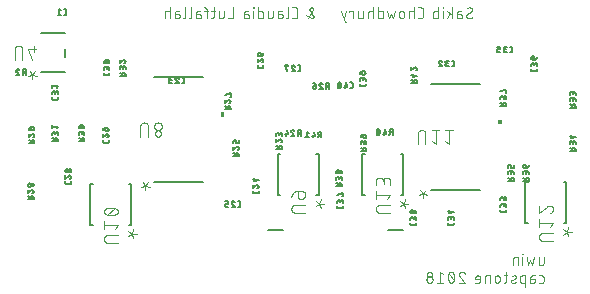
<source format=gbr>
G04 EAGLE Gerber X2 export*
%TF.Part,Single*%
%TF.FileFunction,Legend,Bot,1*%
%TF.FilePolarity,Positive*%
%TF.GenerationSoftware,Autodesk,EAGLE,9.0.1*%
%TF.CreationDate,2018-06-21T02:26:47Z*%
G75*
%MOMM*%
%FSLAX34Y34*%
%LPD*%
%AMOC8*
5,1,8,0,0,1.08239X$1,22.5*%
G01*
%ADD10C,0.076200*%
%ADD11C,0.127000*%
%ADD12C,0.203200*%
%ADD13C,0.152400*%

G36*
X197360Y155132D02*
X197360Y155132D01*
X197362Y155131D01*
X197405Y155151D01*
X197449Y155170D01*
X197449Y155172D01*
X197451Y155173D01*
X197484Y155258D01*
X197484Y159068D01*
X197483Y159070D01*
X197484Y159072D01*
X197464Y159115D01*
X197446Y159158D01*
X197444Y159159D01*
X197443Y159161D01*
X197358Y159194D01*
X194818Y159194D01*
X194816Y159193D01*
X194814Y159194D01*
X194771Y159174D01*
X194727Y159155D01*
X194727Y159153D01*
X194725Y159152D01*
X194692Y159068D01*
X194692Y155258D01*
X194693Y155256D01*
X194692Y155253D01*
X194712Y155210D01*
X194730Y155167D01*
X194732Y155166D01*
X194733Y155164D01*
X194818Y155131D01*
X197358Y155131D01*
X197360Y155132D01*
G37*
G36*
X432310Y148782D02*
X432310Y148782D01*
X432312Y148781D01*
X432355Y148801D01*
X432399Y148820D01*
X432399Y148822D01*
X432401Y148823D01*
X432434Y148908D01*
X432434Y152718D01*
X432433Y152720D01*
X432434Y152722D01*
X432414Y152765D01*
X432396Y152808D01*
X432394Y152809D01*
X432393Y152811D01*
X432308Y152844D01*
X429768Y152844D01*
X429766Y152843D01*
X429764Y152844D01*
X429721Y152824D01*
X429677Y152805D01*
X429677Y152803D01*
X429675Y152802D01*
X429642Y152718D01*
X429642Y148908D01*
X429643Y148906D01*
X429642Y148903D01*
X429662Y148860D01*
X429680Y148817D01*
X429682Y148816D01*
X429683Y148814D01*
X429768Y148781D01*
X432308Y148781D01*
X432310Y148782D01*
G37*
D10*
X402386Y240594D02*
X402388Y240505D01*
X402394Y240417D01*
X402403Y240329D01*
X402416Y240241D01*
X402433Y240154D01*
X402453Y240068D01*
X402478Y239983D01*
X402505Y239898D01*
X402537Y239815D01*
X402571Y239734D01*
X402610Y239654D01*
X402651Y239576D01*
X402696Y239499D01*
X402744Y239425D01*
X402795Y239352D01*
X402849Y239282D01*
X402907Y239215D01*
X402967Y239149D01*
X403029Y239087D01*
X403095Y239027D01*
X403162Y238969D01*
X403232Y238915D01*
X403305Y238864D01*
X403379Y238816D01*
X403456Y238771D01*
X403534Y238730D01*
X403614Y238691D01*
X403695Y238657D01*
X403778Y238625D01*
X403863Y238598D01*
X403948Y238573D01*
X404034Y238553D01*
X404121Y238536D01*
X404209Y238523D01*
X404297Y238514D01*
X404385Y238508D01*
X404474Y238506D01*
X404603Y238508D01*
X404732Y238514D01*
X404861Y238523D01*
X404989Y238536D01*
X405117Y238553D01*
X405244Y238574D01*
X405371Y238598D01*
X405497Y238626D01*
X405622Y238658D01*
X405746Y238693D01*
X405869Y238732D01*
X405991Y238775D01*
X406111Y238821D01*
X406230Y238871D01*
X406348Y238924D01*
X406464Y238980D01*
X406578Y239040D01*
X406691Y239103D01*
X406801Y239170D01*
X406910Y239239D01*
X407016Y239312D01*
X407121Y239388D01*
X407223Y239467D01*
X407323Y239549D01*
X407420Y239633D01*
X407515Y239721D01*
X407607Y239811D01*
X407345Y245816D02*
X407343Y245905D01*
X407337Y245993D01*
X407328Y246081D01*
X407315Y246169D01*
X407298Y246256D01*
X407278Y246342D01*
X407253Y246427D01*
X407226Y246512D01*
X407194Y246595D01*
X407160Y246676D01*
X407121Y246756D01*
X407080Y246834D01*
X407035Y246911D01*
X406987Y246985D01*
X406936Y247058D01*
X406882Y247128D01*
X406824Y247195D01*
X406764Y247261D01*
X406702Y247323D01*
X406636Y247383D01*
X406569Y247441D01*
X406499Y247495D01*
X406426Y247546D01*
X406352Y247594D01*
X406275Y247639D01*
X406197Y247680D01*
X406117Y247719D01*
X406036Y247753D01*
X405953Y247785D01*
X405868Y247812D01*
X405783Y247837D01*
X405697Y247857D01*
X405610Y247874D01*
X405522Y247887D01*
X405434Y247896D01*
X405346Y247902D01*
X405257Y247904D01*
X405137Y247902D01*
X405017Y247897D01*
X404898Y247887D01*
X404778Y247875D01*
X404659Y247858D01*
X404541Y247838D01*
X404423Y247814D01*
X404307Y247787D01*
X404191Y247756D01*
X404076Y247722D01*
X403962Y247684D01*
X403849Y247642D01*
X403738Y247597D01*
X403628Y247549D01*
X403520Y247498D01*
X403413Y247443D01*
X403308Y247385D01*
X403205Y247323D01*
X403104Y247259D01*
X403004Y247191D01*
X402907Y247121D01*
X406301Y243989D02*
X406379Y244037D01*
X406455Y244089D01*
X406528Y244143D01*
X406599Y244201D01*
X406668Y244262D01*
X406734Y244326D01*
X406797Y244393D01*
X406857Y244462D01*
X406914Y244534D01*
X406968Y244608D01*
X407018Y244685D01*
X407066Y244764D01*
X407109Y244844D01*
X407150Y244927D01*
X407186Y245011D01*
X407219Y245096D01*
X407248Y245183D01*
X407274Y245272D01*
X407296Y245361D01*
X407313Y245451D01*
X407327Y245541D01*
X407337Y245633D01*
X407343Y245724D01*
X407345Y245816D01*
X403429Y242421D02*
X403351Y242373D01*
X403275Y242321D01*
X403202Y242267D01*
X403131Y242209D01*
X403062Y242148D01*
X402996Y242084D01*
X402933Y242017D01*
X402873Y241948D01*
X402816Y241876D01*
X402762Y241802D01*
X402712Y241725D01*
X402664Y241646D01*
X402621Y241566D01*
X402580Y241483D01*
X402544Y241399D01*
X402511Y241314D01*
X402482Y241227D01*
X402456Y241138D01*
X402434Y241049D01*
X402417Y240959D01*
X402403Y240869D01*
X402393Y240777D01*
X402387Y240686D01*
X402385Y240594D01*
X403430Y242422D02*
X406301Y243988D01*
X397073Y242161D02*
X394724Y242161D01*
X397073Y242160D02*
X397157Y242158D01*
X397242Y242152D01*
X397325Y242142D01*
X397409Y242129D01*
X397491Y242111D01*
X397573Y242090D01*
X397654Y242065D01*
X397733Y242037D01*
X397811Y242004D01*
X397887Y241968D01*
X397962Y241929D01*
X398035Y241886D01*
X398106Y241840D01*
X398174Y241791D01*
X398240Y241739D01*
X398304Y241683D01*
X398365Y241625D01*
X398423Y241564D01*
X398479Y241500D01*
X398531Y241434D01*
X398580Y241366D01*
X398626Y241295D01*
X398669Y241222D01*
X398708Y241147D01*
X398744Y241071D01*
X398777Y240993D01*
X398805Y240914D01*
X398830Y240833D01*
X398851Y240751D01*
X398869Y240669D01*
X398882Y240585D01*
X398892Y240502D01*
X398898Y240417D01*
X398900Y240333D01*
X398898Y240249D01*
X398892Y240164D01*
X398882Y240081D01*
X398869Y239997D01*
X398851Y239915D01*
X398830Y239833D01*
X398805Y239752D01*
X398777Y239673D01*
X398744Y239595D01*
X398708Y239519D01*
X398669Y239444D01*
X398626Y239371D01*
X398580Y239300D01*
X398531Y239232D01*
X398479Y239166D01*
X398423Y239102D01*
X398365Y239041D01*
X398304Y238983D01*
X398240Y238927D01*
X398174Y238875D01*
X398106Y238826D01*
X398035Y238780D01*
X397962Y238737D01*
X397887Y238698D01*
X397811Y238662D01*
X397733Y238629D01*
X397654Y238601D01*
X397573Y238576D01*
X397491Y238555D01*
X397409Y238537D01*
X397325Y238524D01*
X397242Y238514D01*
X397157Y238508D01*
X397073Y238506D01*
X394724Y238506D01*
X394724Y243205D01*
X394726Y243282D01*
X394732Y243358D01*
X394741Y243435D01*
X394754Y243511D01*
X394771Y243586D01*
X394791Y243660D01*
X394816Y243733D01*
X394843Y243804D01*
X394874Y243875D01*
X394909Y243943D01*
X394947Y244010D01*
X394988Y244075D01*
X395032Y244138D01*
X395079Y244198D01*
X395130Y244257D01*
X395183Y244312D01*
X395238Y244365D01*
X395297Y244416D01*
X395357Y244463D01*
X395420Y244507D01*
X395485Y244548D01*
X395552Y244586D01*
X395620Y244621D01*
X395691Y244652D01*
X395762Y244679D01*
X395835Y244704D01*
X395910Y244724D01*
X395985Y244741D01*
X396060Y244754D01*
X396137Y244763D01*
X396213Y244769D01*
X396290Y244771D01*
X398378Y244771D01*
X390216Y247904D02*
X390216Y238506D01*
X390216Y241639D02*
X386039Y244771D01*
X388388Y242944D02*
X386039Y238506D01*
X382746Y238506D02*
X382746Y244771D01*
X383007Y247382D02*
X383007Y247904D01*
X382485Y247904D01*
X382485Y247382D01*
X383007Y247382D01*
X378693Y247904D02*
X378693Y238506D01*
X376082Y238506D01*
X376005Y238508D01*
X375929Y238514D01*
X375852Y238523D01*
X375776Y238536D01*
X375702Y238553D01*
X375627Y238573D01*
X375554Y238598D01*
X375483Y238625D01*
X375412Y238656D01*
X375344Y238691D01*
X375277Y238729D01*
X375212Y238770D01*
X375149Y238814D01*
X375089Y238861D01*
X375030Y238912D01*
X374975Y238965D01*
X374922Y239020D01*
X374871Y239079D01*
X374824Y239139D01*
X374780Y239202D01*
X374739Y239267D01*
X374701Y239334D01*
X374666Y239402D01*
X374635Y239473D01*
X374608Y239544D01*
X374583Y239617D01*
X374563Y239691D01*
X374546Y239766D01*
X374533Y239842D01*
X374524Y239918D01*
X374518Y239995D01*
X374516Y240072D01*
X374516Y243205D01*
X374518Y243282D01*
X374524Y243358D01*
X374533Y243435D01*
X374546Y243511D01*
X374563Y243586D01*
X374583Y243660D01*
X374608Y243733D01*
X374635Y243804D01*
X374666Y243875D01*
X374701Y243943D01*
X374739Y244010D01*
X374780Y244075D01*
X374824Y244138D01*
X374871Y244198D01*
X374922Y244257D01*
X374975Y244312D01*
X375030Y244365D01*
X375089Y244416D01*
X375149Y244463D01*
X375212Y244507D01*
X375277Y244548D01*
X375344Y244586D01*
X375412Y244621D01*
X375483Y244652D01*
X375554Y244679D01*
X375627Y244704D01*
X375702Y244724D01*
X375777Y244741D01*
X375852Y244754D01*
X375929Y244763D01*
X376005Y244769D01*
X376082Y244771D01*
X378693Y244771D01*
X363787Y238506D02*
X361698Y238506D01*
X363787Y238506D02*
X363876Y238508D01*
X363964Y238514D01*
X364052Y238523D01*
X364140Y238536D01*
X364227Y238553D01*
X364313Y238573D01*
X364398Y238598D01*
X364483Y238625D01*
X364566Y238657D01*
X364647Y238691D01*
X364727Y238730D01*
X364805Y238771D01*
X364882Y238816D01*
X364956Y238864D01*
X365029Y238915D01*
X365099Y238969D01*
X365166Y239027D01*
X365232Y239087D01*
X365294Y239149D01*
X365354Y239215D01*
X365412Y239282D01*
X365466Y239352D01*
X365517Y239425D01*
X365565Y239499D01*
X365610Y239576D01*
X365651Y239654D01*
X365690Y239734D01*
X365724Y239815D01*
X365756Y239898D01*
X365783Y239983D01*
X365808Y240068D01*
X365828Y240154D01*
X365845Y240241D01*
X365858Y240329D01*
X365867Y240417D01*
X365873Y240505D01*
X365875Y240594D01*
X365875Y245816D01*
X365873Y245905D01*
X365867Y245993D01*
X365858Y246081D01*
X365845Y246169D01*
X365828Y246256D01*
X365808Y246342D01*
X365783Y246427D01*
X365756Y246512D01*
X365724Y246595D01*
X365690Y246676D01*
X365651Y246756D01*
X365610Y246834D01*
X365565Y246911D01*
X365517Y246985D01*
X365466Y247058D01*
X365412Y247128D01*
X365354Y247195D01*
X365294Y247261D01*
X365232Y247323D01*
X365166Y247383D01*
X365099Y247441D01*
X365029Y247495D01*
X364956Y247546D01*
X364882Y247594D01*
X364805Y247639D01*
X364727Y247680D01*
X364647Y247719D01*
X364566Y247753D01*
X364483Y247785D01*
X364398Y247812D01*
X364313Y247837D01*
X364227Y247857D01*
X364140Y247874D01*
X364052Y247887D01*
X363964Y247896D01*
X363876Y247902D01*
X363787Y247904D01*
X361698Y247904D01*
X358012Y247904D02*
X358012Y238506D01*
X358012Y244771D02*
X355401Y244771D01*
X355324Y244769D01*
X355248Y244763D01*
X355171Y244754D01*
X355095Y244741D01*
X355021Y244724D01*
X354946Y244704D01*
X354873Y244679D01*
X354802Y244652D01*
X354731Y244621D01*
X354663Y244586D01*
X354596Y244548D01*
X354531Y244507D01*
X354468Y244463D01*
X354408Y244416D01*
X354349Y244365D01*
X354294Y244312D01*
X354241Y244257D01*
X354190Y244198D01*
X354143Y244138D01*
X354099Y244075D01*
X354058Y244010D01*
X354020Y243943D01*
X353985Y243875D01*
X353954Y243804D01*
X353927Y243733D01*
X353902Y243660D01*
X353882Y243586D01*
X353865Y243511D01*
X353852Y243435D01*
X353843Y243359D01*
X353837Y243282D01*
X353835Y243205D01*
X353835Y238506D01*
X349782Y240594D02*
X349782Y242683D01*
X349780Y242773D01*
X349774Y242862D01*
X349765Y242952D01*
X349751Y243041D01*
X349734Y243129D01*
X349713Y243216D01*
X349688Y243303D01*
X349659Y243388D01*
X349627Y243472D01*
X349592Y243554D01*
X349552Y243635D01*
X349510Y243714D01*
X349464Y243791D01*
X349414Y243866D01*
X349362Y243939D01*
X349306Y244010D01*
X349248Y244078D01*
X349186Y244143D01*
X349122Y244206D01*
X349055Y244266D01*
X348986Y244323D01*
X348914Y244377D01*
X348840Y244428D01*
X348764Y244476D01*
X348686Y244520D01*
X348606Y244561D01*
X348524Y244599D01*
X348441Y244633D01*
X348356Y244663D01*
X348270Y244690D01*
X348184Y244713D01*
X348096Y244732D01*
X348007Y244747D01*
X347918Y244759D01*
X347829Y244767D01*
X347739Y244771D01*
X347649Y244771D01*
X347559Y244767D01*
X347470Y244759D01*
X347381Y244747D01*
X347292Y244732D01*
X347204Y244713D01*
X347118Y244690D01*
X347032Y244663D01*
X346947Y244633D01*
X346864Y244599D01*
X346782Y244561D01*
X346702Y244520D01*
X346624Y244476D01*
X346548Y244428D01*
X346474Y244377D01*
X346402Y244323D01*
X346333Y244266D01*
X346266Y244206D01*
X346202Y244143D01*
X346140Y244078D01*
X346082Y244010D01*
X346026Y243939D01*
X345974Y243866D01*
X345924Y243791D01*
X345878Y243714D01*
X345836Y243635D01*
X345796Y243554D01*
X345761Y243472D01*
X345729Y243388D01*
X345700Y243303D01*
X345675Y243216D01*
X345654Y243129D01*
X345637Y243041D01*
X345623Y242952D01*
X345614Y242862D01*
X345608Y242773D01*
X345606Y242683D01*
X345606Y240594D01*
X345608Y240504D01*
X345614Y240415D01*
X345623Y240325D01*
X345637Y240236D01*
X345654Y240148D01*
X345675Y240061D01*
X345700Y239974D01*
X345729Y239889D01*
X345761Y239805D01*
X345796Y239723D01*
X345836Y239642D01*
X345878Y239563D01*
X345924Y239486D01*
X345974Y239411D01*
X346026Y239338D01*
X346082Y239267D01*
X346140Y239199D01*
X346202Y239134D01*
X346266Y239071D01*
X346333Y239011D01*
X346402Y238954D01*
X346474Y238900D01*
X346548Y238849D01*
X346624Y238801D01*
X346702Y238757D01*
X346782Y238716D01*
X346864Y238678D01*
X346947Y238644D01*
X347032Y238614D01*
X347118Y238587D01*
X347204Y238564D01*
X347292Y238545D01*
X347381Y238530D01*
X347470Y238518D01*
X347559Y238510D01*
X347649Y238506D01*
X347739Y238506D01*
X347829Y238510D01*
X347918Y238518D01*
X348007Y238530D01*
X348096Y238545D01*
X348184Y238564D01*
X348270Y238587D01*
X348356Y238614D01*
X348441Y238644D01*
X348524Y238678D01*
X348606Y238716D01*
X348686Y238757D01*
X348764Y238801D01*
X348840Y238849D01*
X348914Y238900D01*
X348986Y238954D01*
X349055Y239011D01*
X349122Y239071D01*
X349186Y239134D01*
X349248Y239199D01*
X349306Y239267D01*
X349362Y239338D01*
X349414Y239411D01*
X349464Y239486D01*
X349510Y239563D01*
X349552Y239642D01*
X349592Y239723D01*
X349627Y239805D01*
X349659Y239889D01*
X349688Y239974D01*
X349713Y240061D01*
X349734Y240148D01*
X349751Y240236D01*
X349765Y240325D01*
X349774Y240415D01*
X349780Y240504D01*
X349782Y240594D01*
X341987Y244771D02*
X340421Y238506D01*
X338855Y242683D01*
X337288Y238506D01*
X335722Y244771D01*
X327973Y247904D02*
X327973Y238506D01*
X330583Y238506D01*
X330660Y238508D01*
X330736Y238514D01*
X330813Y238523D01*
X330889Y238536D01*
X330964Y238553D01*
X331038Y238573D01*
X331111Y238598D01*
X331182Y238625D01*
X331253Y238656D01*
X331321Y238691D01*
X331388Y238729D01*
X331453Y238770D01*
X331516Y238814D01*
X331576Y238861D01*
X331635Y238912D01*
X331690Y238965D01*
X331743Y239020D01*
X331794Y239079D01*
X331841Y239139D01*
X331885Y239202D01*
X331926Y239267D01*
X331964Y239334D01*
X331999Y239402D01*
X332030Y239473D01*
X332057Y239544D01*
X332082Y239617D01*
X332102Y239691D01*
X332119Y239766D01*
X332132Y239842D01*
X332141Y239919D01*
X332147Y239995D01*
X332149Y240072D01*
X332150Y240072D02*
X332150Y243205D01*
X332149Y243205D02*
X332147Y243282D01*
X332141Y243358D01*
X332132Y243435D01*
X332119Y243511D01*
X332102Y243586D01*
X332082Y243660D01*
X332057Y243733D01*
X332030Y243804D01*
X331999Y243875D01*
X331964Y243943D01*
X331926Y244010D01*
X331885Y244075D01*
X331841Y244138D01*
X331794Y244198D01*
X331743Y244257D01*
X331690Y244312D01*
X331635Y244365D01*
X331576Y244416D01*
X331516Y244463D01*
X331453Y244507D01*
X331388Y244548D01*
X331321Y244586D01*
X331253Y244621D01*
X331182Y244652D01*
X331111Y244679D01*
X331038Y244704D01*
X330964Y244724D01*
X330889Y244741D01*
X330813Y244754D01*
X330736Y244763D01*
X330660Y244769D01*
X330583Y244771D01*
X327973Y244771D01*
X323570Y247904D02*
X323570Y238506D01*
X323570Y244771D02*
X320959Y244771D01*
X320882Y244769D01*
X320806Y244763D01*
X320729Y244754D01*
X320653Y244741D01*
X320579Y244724D01*
X320504Y244704D01*
X320431Y244679D01*
X320360Y244652D01*
X320289Y244621D01*
X320221Y244586D01*
X320154Y244548D01*
X320089Y244507D01*
X320026Y244463D01*
X319966Y244416D01*
X319907Y244365D01*
X319852Y244312D01*
X319799Y244257D01*
X319748Y244198D01*
X319701Y244138D01*
X319657Y244075D01*
X319616Y244010D01*
X319578Y243943D01*
X319543Y243875D01*
X319512Y243804D01*
X319485Y243733D01*
X319460Y243660D01*
X319440Y243586D01*
X319423Y243511D01*
X319410Y243435D01*
X319401Y243359D01*
X319395Y243282D01*
X319393Y243205D01*
X319393Y238506D01*
X315035Y240072D02*
X315035Y244771D01*
X315035Y240072D02*
X315033Y239995D01*
X315027Y239919D01*
X315018Y239842D01*
X315005Y239766D01*
X314988Y239691D01*
X314968Y239617D01*
X314943Y239544D01*
X314916Y239473D01*
X314885Y239402D01*
X314850Y239334D01*
X314812Y239267D01*
X314771Y239202D01*
X314727Y239139D01*
X314680Y239079D01*
X314629Y239020D01*
X314576Y238965D01*
X314521Y238912D01*
X314462Y238861D01*
X314402Y238814D01*
X314339Y238770D01*
X314274Y238729D01*
X314207Y238691D01*
X314139Y238656D01*
X314068Y238625D01*
X313997Y238598D01*
X313924Y238573D01*
X313850Y238553D01*
X313775Y238536D01*
X313699Y238523D01*
X313622Y238514D01*
X313546Y238508D01*
X313469Y238506D01*
X310858Y238506D01*
X310858Y244771D01*
X306450Y244771D02*
X306450Y238506D01*
X306450Y244771D02*
X303317Y244771D01*
X303317Y243727D01*
X300710Y235373D02*
X299666Y235373D01*
X296533Y244771D01*
X300710Y244771D02*
X298621Y238506D01*
X272536Y245555D02*
X272575Y245622D01*
X272611Y245691D01*
X272644Y245762D01*
X272673Y245834D01*
X272698Y245908D01*
X272719Y245983D01*
X272737Y246059D01*
X272750Y246135D01*
X272760Y246212D01*
X272766Y246290D01*
X272768Y246368D01*
X272766Y246446D01*
X272760Y246523D01*
X272750Y246601D01*
X272736Y246677D01*
X272719Y246753D01*
X272697Y246828D01*
X272672Y246901D01*
X272643Y246974D01*
X272611Y247044D01*
X272575Y247113D01*
X272535Y247180D01*
X272492Y247245D01*
X272446Y247308D01*
X272397Y247369D01*
X272345Y247426D01*
X272290Y247481D01*
X272232Y247533D01*
X272172Y247583D01*
X272109Y247629D01*
X272044Y247672D01*
X271977Y247711D01*
X271908Y247747D01*
X271837Y247780D01*
X271765Y247808D01*
X271691Y247834D01*
X271616Y247855D01*
X271540Y247873D01*
X271464Y247886D01*
X271386Y247896D01*
X271309Y247902D01*
X271231Y247904D01*
X272536Y245555D02*
X268098Y238506D01*
X269926Y245555D02*
X269887Y245622D01*
X269851Y245691D01*
X269818Y245762D01*
X269789Y245834D01*
X269764Y245908D01*
X269743Y245983D01*
X269725Y246059D01*
X269712Y246135D01*
X269702Y246212D01*
X269696Y246290D01*
X269694Y246368D01*
X269696Y246446D01*
X269702Y246523D01*
X269712Y246601D01*
X269726Y246677D01*
X269743Y246753D01*
X269765Y246828D01*
X269790Y246901D01*
X269819Y246974D01*
X269851Y247044D01*
X269887Y247113D01*
X269927Y247181D01*
X269970Y247245D01*
X270016Y247308D01*
X270065Y247369D01*
X270117Y247426D01*
X270172Y247481D01*
X270230Y247533D01*
X270290Y247583D01*
X270353Y247629D01*
X270418Y247672D01*
X270485Y247711D01*
X270554Y247747D01*
X270625Y247780D01*
X270697Y247808D01*
X270771Y247834D01*
X270846Y247855D01*
X270922Y247873D01*
X270998Y247886D01*
X271076Y247896D01*
X271153Y247902D01*
X271231Y247904D01*
X273319Y240072D02*
X273317Y239995D01*
X273311Y239919D01*
X273302Y239842D01*
X273289Y239766D01*
X273272Y239691D01*
X273252Y239617D01*
X273227Y239544D01*
X273200Y239473D01*
X273169Y239402D01*
X273134Y239334D01*
X273096Y239267D01*
X273055Y239202D01*
X273011Y239139D01*
X272964Y239079D01*
X272913Y239020D01*
X272860Y238965D01*
X272805Y238912D01*
X272746Y238861D01*
X272686Y238814D01*
X272623Y238770D01*
X272558Y238729D01*
X272491Y238691D01*
X272423Y238656D01*
X272352Y238625D01*
X272281Y238598D01*
X272208Y238573D01*
X272134Y238553D01*
X272059Y238536D01*
X271983Y238523D01*
X271906Y238514D01*
X271830Y238508D01*
X271753Y238506D01*
X273319Y240072D02*
X273317Y240142D01*
X273312Y240212D01*
X273302Y240281D01*
X273289Y240350D01*
X273272Y240418D01*
X273252Y240485D01*
X273228Y240550D01*
X273201Y240615D01*
X273170Y240678D01*
X273136Y240739D01*
X273099Y240798D01*
X273058Y240855D01*
X273058Y240856D02*
X269925Y245555D01*
X270970Y238767D02*
X271027Y238726D01*
X271086Y238689D01*
X271147Y238655D01*
X271210Y238624D01*
X271275Y238597D01*
X271340Y238573D01*
X271407Y238553D01*
X271475Y238536D01*
X271544Y238523D01*
X271613Y238513D01*
X271683Y238508D01*
X271753Y238506D01*
X270969Y238767D02*
X267054Y241639D01*
X257412Y238506D02*
X255324Y238506D01*
X257412Y238506D02*
X257501Y238508D01*
X257589Y238514D01*
X257677Y238523D01*
X257765Y238536D01*
X257852Y238553D01*
X257938Y238573D01*
X258023Y238598D01*
X258108Y238625D01*
X258191Y238657D01*
X258272Y238691D01*
X258352Y238730D01*
X258430Y238771D01*
X258507Y238816D01*
X258581Y238864D01*
X258654Y238915D01*
X258724Y238969D01*
X258791Y239027D01*
X258857Y239087D01*
X258919Y239149D01*
X258979Y239215D01*
X259037Y239282D01*
X259091Y239352D01*
X259142Y239425D01*
X259190Y239499D01*
X259235Y239576D01*
X259276Y239654D01*
X259315Y239734D01*
X259349Y239815D01*
X259381Y239898D01*
X259408Y239983D01*
X259433Y240068D01*
X259453Y240154D01*
X259470Y240241D01*
X259483Y240329D01*
X259492Y240417D01*
X259498Y240505D01*
X259500Y240594D01*
X259500Y245816D01*
X259498Y245905D01*
X259492Y245993D01*
X259483Y246081D01*
X259470Y246169D01*
X259453Y246256D01*
X259433Y246342D01*
X259408Y246427D01*
X259381Y246512D01*
X259349Y246595D01*
X259315Y246676D01*
X259276Y246756D01*
X259235Y246834D01*
X259190Y246911D01*
X259142Y246985D01*
X259091Y247058D01*
X259037Y247128D01*
X258979Y247195D01*
X258919Y247261D01*
X258857Y247323D01*
X258791Y247383D01*
X258724Y247441D01*
X258654Y247495D01*
X258581Y247546D01*
X258507Y247594D01*
X258430Y247639D01*
X258352Y247680D01*
X258272Y247719D01*
X258191Y247753D01*
X258108Y247785D01*
X258023Y247812D01*
X257938Y247837D01*
X257852Y247857D01*
X257765Y247874D01*
X257677Y247887D01*
X257589Y247896D01*
X257501Y247902D01*
X257412Y247904D01*
X255324Y247904D01*
X251817Y247904D02*
X251817Y240072D01*
X251816Y240072D02*
X251814Y239995D01*
X251808Y239919D01*
X251799Y239842D01*
X251786Y239766D01*
X251769Y239691D01*
X251749Y239617D01*
X251724Y239544D01*
X251697Y239473D01*
X251666Y239402D01*
X251631Y239334D01*
X251593Y239267D01*
X251552Y239202D01*
X251508Y239139D01*
X251461Y239079D01*
X251410Y239020D01*
X251357Y238965D01*
X251302Y238912D01*
X251243Y238861D01*
X251183Y238814D01*
X251120Y238770D01*
X251055Y238729D01*
X250988Y238691D01*
X250920Y238656D01*
X250849Y238625D01*
X250778Y238598D01*
X250705Y238573D01*
X250631Y238553D01*
X250556Y238536D01*
X250480Y238523D01*
X250403Y238514D01*
X250327Y238508D01*
X250250Y238506D01*
X245284Y242161D02*
X242934Y242161D01*
X245284Y242160D02*
X245368Y242158D01*
X245453Y242152D01*
X245536Y242142D01*
X245620Y242129D01*
X245702Y242111D01*
X245784Y242090D01*
X245865Y242065D01*
X245944Y242037D01*
X246022Y242004D01*
X246098Y241968D01*
X246173Y241929D01*
X246246Y241886D01*
X246317Y241840D01*
X246385Y241791D01*
X246451Y241739D01*
X246515Y241683D01*
X246576Y241625D01*
X246634Y241564D01*
X246690Y241500D01*
X246742Y241434D01*
X246791Y241366D01*
X246837Y241295D01*
X246880Y241222D01*
X246919Y241147D01*
X246955Y241071D01*
X246988Y240993D01*
X247016Y240914D01*
X247041Y240833D01*
X247062Y240751D01*
X247080Y240669D01*
X247093Y240585D01*
X247103Y240502D01*
X247109Y240417D01*
X247111Y240333D01*
X247109Y240249D01*
X247103Y240164D01*
X247093Y240081D01*
X247080Y239997D01*
X247062Y239915D01*
X247041Y239833D01*
X247016Y239752D01*
X246988Y239673D01*
X246955Y239595D01*
X246919Y239519D01*
X246880Y239444D01*
X246837Y239371D01*
X246791Y239300D01*
X246742Y239232D01*
X246690Y239166D01*
X246634Y239102D01*
X246576Y239041D01*
X246515Y238983D01*
X246451Y238927D01*
X246385Y238875D01*
X246317Y238826D01*
X246246Y238780D01*
X246173Y238737D01*
X246098Y238698D01*
X246022Y238662D01*
X245944Y238629D01*
X245865Y238601D01*
X245784Y238576D01*
X245702Y238555D01*
X245620Y238537D01*
X245536Y238524D01*
X245453Y238514D01*
X245368Y238508D01*
X245284Y238506D01*
X242934Y238506D01*
X242934Y243205D01*
X242935Y243205D02*
X242937Y243282D01*
X242943Y243358D01*
X242952Y243435D01*
X242965Y243511D01*
X242982Y243586D01*
X243002Y243660D01*
X243027Y243733D01*
X243054Y243804D01*
X243085Y243875D01*
X243120Y243943D01*
X243158Y244010D01*
X243199Y244075D01*
X243243Y244138D01*
X243290Y244198D01*
X243341Y244257D01*
X243394Y244312D01*
X243449Y244365D01*
X243508Y244416D01*
X243568Y244463D01*
X243631Y244507D01*
X243696Y244548D01*
X243763Y244586D01*
X243831Y244621D01*
X243902Y244652D01*
X243973Y244679D01*
X244046Y244704D01*
X244121Y244724D01*
X244196Y244741D01*
X244271Y244754D01*
X244348Y244763D01*
X244424Y244769D01*
X244501Y244771D01*
X246589Y244771D01*
X238531Y244771D02*
X238531Y240072D01*
X238529Y239995D01*
X238523Y239919D01*
X238514Y239842D01*
X238501Y239766D01*
X238484Y239691D01*
X238464Y239617D01*
X238439Y239544D01*
X238412Y239473D01*
X238381Y239402D01*
X238346Y239334D01*
X238308Y239267D01*
X238267Y239202D01*
X238223Y239139D01*
X238176Y239079D01*
X238125Y239020D01*
X238072Y238965D01*
X238017Y238912D01*
X237958Y238861D01*
X237898Y238814D01*
X237835Y238770D01*
X237770Y238729D01*
X237703Y238691D01*
X237635Y238656D01*
X237564Y238625D01*
X237493Y238598D01*
X237420Y238573D01*
X237346Y238553D01*
X237271Y238536D01*
X237195Y238523D01*
X237118Y238514D01*
X237042Y238508D01*
X236965Y238506D01*
X234354Y238506D01*
X234354Y244771D01*
X226170Y247904D02*
X226170Y238506D01*
X228781Y238506D01*
X228858Y238508D01*
X228934Y238514D01*
X229011Y238523D01*
X229087Y238536D01*
X229162Y238553D01*
X229236Y238573D01*
X229309Y238598D01*
X229380Y238625D01*
X229451Y238656D01*
X229519Y238691D01*
X229586Y238729D01*
X229651Y238770D01*
X229714Y238814D01*
X229774Y238861D01*
X229833Y238912D01*
X229888Y238965D01*
X229941Y239020D01*
X229992Y239079D01*
X230039Y239139D01*
X230083Y239202D01*
X230124Y239267D01*
X230162Y239334D01*
X230197Y239402D01*
X230228Y239473D01*
X230255Y239544D01*
X230280Y239617D01*
X230300Y239691D01*
X230317Y239766D01*
X230330Y239842D01*
X230339Y239919D01*
X230345Y239995D01*
X230347Y240072D01*
X230347Y243205D01*
X230345Y243282D01*
X230339Y243358D01*
X230330Y243435D01*
X230317Y243511D01*
X230300Y243586D01*
X230280Y243660D01*
X230255Y243733D01*
X230228Y243804D01*
X230197Y243875D01*
X230162Y243943D01*
X230124Y244010D01*
X230083Y244075D01*
X230039Y244138D01*
X229992Y244198D01*
X229941Y244257D01*
X229888Y244312D01*
X229833Y244365D01*
X229774Y244416D01*
X229714Y244463D01*
X229651Y244507D01*
X229586Y244548D01*
X229519Y244586D01*
X229451Y244621D01*
X229380Y244652D01*
X229309Y244679D01*
X229236Y244704D01*
X229162Y244724D01*
X229087Y244741D01*
X229011Y244754D01*
X228934Y244763D01*
X228858Y244769D01*
X228781Y244771D01*
X226170Y244771D01*
X222117Y244771D02*
X222117Y238506D01*
X222378Y247382D02*
X222378Y247904D01*
X221856Y247904D01*
X221856Y247382D01*
X222378Y247382D01*
X216633Y242161D02*
X214283Y242161D01*
X216633Y242160D02*
X216717Y242158D01*
X216802Y242152D01*
X216885Y242142D01*
X216969Y242129D01*
X217051Y242111D01*
X217133Y242090D01*
X217214Y242065D01*
X217293Y242037D01*
X217371Y242004D01*
X217447Y241968D01*
X217522Y241929D01*
X217595Y241886D01*
X217666Y241840D01*
X217734Y241791D01*
X217800Y241739D01*
X217864Y241683D01*
X217925Y241625D01*
X217983Y241564D01*
X218039Y241500D01*
X218091Y241434D01*
X218140Y241366D01*
X218186Y241295D01*
X218229Y241222D01*
X218268Y241147D01*
X218304Y241071D01*
X218337Y240993D01*
X218365Y240914D01*
X218390Y240833D01*
X218411Y240751D01*
X218429Y240669D01*
X218442Y240585D01*
X218452Y240502D01*
X218458Y240417D01*
X218460Y240333D01*
X218458Y240249D01*
X218452Y240164D01*
X218442Y240081D01*
X218429Y239997D01*
X218411Y239915D01*
X218390Y239833D01*
X218365Y239752D01*
X218337Y239673D01*
X218304Y239595D01*
X218268Y239519D01*
X218229Y239444D01*
X218186Y239371D01*
X218140Y239300D01*
X218091Y239232D01*
X218039Y239166D01*
X217983Y239102D01*
X217925Y239041D01*
X217864Y238983D01*
X217800Y238927D01*
X217734Y238875D01*
X217666Y238826D01*
X217595Y238780D01*
X217522Y238737D01*
X217447Y238698D01*
X217371Y238662D01*
X217293Y238629D01*
X217214Y238601D01*
X217133Y238576D01*
X217051Y238555D01*
X216969Y238537D01*
X216885Y238524D01*
X216802Y238514D01*
X216717Y238508D01*
X216633Y238506D01*
X214283Y238506D01*
X214283Y243205D01*
X214284Y243205D02*
X214286Y243282D01*
X214292Y243358D01*
X214301Y243435D01*
X214314Y243511D01*
X214331Y243586D01*
X214351Y243660D01*
X214376Y243733D01*
X214403Y243804D01*
X214434Y243875D01*
X214469Y243943D01*
X214507Y244010D01*
X214548Y244075D01*
X214592Y244138D01*
X214639Y244198D01*
X214690Y244257D01*
X214743Y244312D01*
X214798Y244365D01*
X214857Y244416D01*
X214917Y244463D01*
X214980Y244507D01*
X215045Y244548D01*
X215112Y244586D01*
X215180Y244621D01*
X215251Y244652D01*
X215322Y244679D01*
X215395Y244704D01*
X215470Y244724D01*
X215545Y244741D01*
X215620Y244754D01*
X215697Y244763D01*
X215773Y244769D01*
X215850Y244771D01*
X217938Y244771D01*
X204898Y247904D02*
X204898Y238506D01*
X200722Y238506D01*
X197079Y240072D02*
X197079Y244771D01*
X197078Y240072D02*
X197076Y239995D01*
X197070Y239919D01*
X197061Y239842D01*
X197048Y239766D01*
X197031Y239691D01*
X197011Y239617D01*
X196986Y239544D01*
X196959Y239473D01*
X196928Y239402D01*
X196893Y239334D01*
X196855Y239267D01*
X196814Y239202D01*
X196770Y239139D01*
X196723Y239079D01*
X196672Y239020D01*
X196619Y238965D01*
X196564Y238912D01*
X196505Y238861D01*
X196445Y238814D01*
X196382Y238770D01*
X196317Y238729D01*
X196250Y238691D01*
X196182Y238656D01*
X196111Y238625D01*
X196040Y238598D01*
X195967Y238573D01*
X195893Y238553D01*
X195818Y238536D01*
X195742Y238523D01*
X195665Y238514D01*
X195589Y238508D01*
X195512Y238506D01*
X192902Y238506D01*
X192902Y244771D01*
X189618Y244771D02*
X186485Y244771D01*
X188574Y247904D02*
X188574Y240072D01*
X188573Y240072D02*
X188571Y239995D01*
X188565Y239919D01*
X188556Y239842D01*
X188543Y239766D01*
X188526Y239691D01*
X188506Y239617D01*
X188481Y239544D01*
X188454Y239473D01*
X188423Y239402D01*
X188388Y239334D01*
X188350Y239267D01*
X188309Y239202D01*
X188265Y239139D01*
X188218Y239079D01*
X188167Y239020D01*
X188114Y238965D01*
X188059Y238912D01*
X188000Y238861D01*
X187940Y238814D01*
X187877Y238770D01*
X187812Y238729D01*
X187745Y238691D01*
X187677Y238656D01*
X187606Y238625D01*
X187535Y238598D01*
X187462Y238573D01*
X187388Y238553D01*
X187313Y238536D01*
X187237Y238523D01*
X187160Y238514D01*
X187084Y238508D01*
X187007Y238506D01*
X186485Y238506D01*
X182553Y238506D02*
X182553Y246338D01*
X182551Y246415D01*
X182545Y246491D01*
X182536Y246568D01*
X182523Y246644D01*
X182506Y246719D01*
X182486Y246793D01*
X182461Y246866D01*
X182434Y246937D01*
X182403Y247008D01*
X182368Y247076D01*
X182330Y247143D01*
X182289Y247208D01*
X182245Y247271D01*
X182198Y247331D01*
X182147Y247390D01*
X182094Y247445D01*
X182039Y247498D01*
X181980Y247549D01*
X181920Y247596D01*
X181857Y247640D01*
X181792Y247681D01*
X181725Y247719D01*
X181657Y247754D01*
X181586Y247785D01*
X181515Y247812D01*
X181442Y247837D01*
X181368Y247857D01*
X181293Y247874D01*
X181217Y247887D01*
X181140Y247896D01*
X181064Y247902D01*
X180987Y247904D01*
X180465Y247904D01*
X180465Y244771D02*
X183597Y244771D01*
X176095Y242161D02*
X173745Y242161D01*
X176095Y242160D02*
X176179Y242158D01*
X176264Y242152D01*
X176347Y242142D01*
X176431Y242129D01*
X176513Y242111D01*
X176595Y242090D01*
X176676Y242065D01*
X176755Y242037D01*
X176833Y242004D01*
X176909Y241968D01*
X176984Y241929D01*
X177057Y241886D01*
X177128Y241840D01*
X177196Y241791D01*
X177262Y241739D01*
X177326Y241683D01*
X177387Y241625D01*
X177445Y241564D01*
X177501Y241500D01*
X177553Y241434D01*
X177602Y241366D01*
X177648Y241295D01*
X177691Y241222D01*
X177730Y241147D01*
X177766Y241071D01*
X177799Y240993D01*
X177827Y240914D01*
X177852Y240833D01*
X177873Y240751D01*
X177891Y240669D01*
X177904Y240585D01*
X177914Y240502D01*
X177920Y240417D01*
X177922Y240333D01*
X177920Y240249D01*
X177914Y240164D01*
X177904Y240081D01*
X177891Y239997D01*
X177873Y239915D01*
X177852Y239833D01*
X177827Y239752D01*
X177799Y239673D01*
X177766Y239595D01*
X177730Y239519D01*
X177691Y239444D01*
X177648Y239371D01*
X177602Y239300D01*
X177553Y239232D01*
X177501Y239166D01*
X177445Y239102D01*
X177387Y239041D01*
X177326Y238983D01*
X177262Y238927D01*
X177196Y238875D01*
X177128Y238826D01*
X177057Y238780D01*
X176984Y238737D01*
X176909Y238698D01*
X176833Y238662D01*
X176755Y238629D01*
X176676Y238601D01*
X176595Y238576D01*
X176513Y238555D01*
X176431Y238537D01*
X176347Y238524D01*
X176264Y238514D01*
X176179Y238508D01*
X176095Y238506D01*
X173745Y238506D01*
X173745Y243205D01*
X173747Y243282D01*
X173753Y243358D01*
X173762Y243435D01*
X173775Y243511D01*
X173792Y243586D01*
X173812Y243660D01*
X173837Y243733D01*
X173864Y243804D01*
X173895Y243875D01*
X173930Y243943D01*
X173968Y244010D01*
X174009Y244075D01*
X174053Y244138D01*
X174100Y244198D01*
X174151Y244257D01*
X174204Y244312D01*
X174259Y244365D01*
X174318Y244416D01*
X174378Y244463D01*
X174441Y244507D01*
X174506Y244548D01*
X174573Y244586D01*
X174641Y244621D01*
X174712Y244652D01*
X174783Y244679D01*
X174856Y244704D01*
X174931Y244724D01*
X175006Y244741D01*
X175081Y244754D01*
X175158Y244763D01*
X175234Y244769D01*
X175311Y244771D01*
X177400Y244771D01*
X169521Y247904D02*
X169521Y240072D01*
X169519Y239995D01*
X169513Y239919D01*
X169504Y239842D01*
X169491Y239766D01*
X169474Y239691D01*
X169454Y239617D01*
X169429Y239544D01*
X169402Y239473D01*
X169371Y239402D01*
X169336Y239334D01*
X169298Y239267D01*
X169257Y239202D01*
X169213Y239139D01*
X169166Y239079D01*
X169115Y239020D01*
X169062Y238965D01*
X169007Y238912D01*
X168948Y238861D01*
X168888Y238814D01*
X168825Y238770D01*
X168760Y238729D01*
X168693Y238691D01*
X168625Y238656D01*
X168554Y238625D01*
X168483Y238598D01*
X168410Y238573D01*
X168336Y238553D01*
X168261Y238536D01*
X168185Y238523D01*
X168108Y238514D01*
X168032Y238508D01*
X167955Y238506D01*
X164645Y240072D02*
X164645Y247904D01*
X164644Y240072D02*
X164642Y239995D01*
X164636Y239919D01*
X164627Y239842D01*
X164614Y239766D01*
X164597Y239691D01*
X164577Y239617D01*
X164552Y239544D01*
X164525Y239473D01*
X164494Y239402D01*
X164459Y239334D01*
X164421Y239267D01*
X164380Y239202D01*
X164336Y239139D01*
X164289Y239079D01*
X164238Y239020D01*
X164185Y238965D01*
X164130Y238912D01*
X164071Y238861D01*
X164011Y238814D01*
X163948Y238770D01*
X163883Y238729D01*
X163816Y238691D01*
X163748Y238656D01*
X163677Y238625D01*
X163606Y238598D01*
X163533Y238573D01*
X163459Y238553D01*
X163384Y238536D01*
X163308Y238523D01*
X163231Y238514D01*
X163155Y238508D01*
X163078Y238506D01*
X158112Y242161D02*
X155762Y242161D01*
X158112Y242160D02*
X158196Y242158D01*
X158281Y242152D01*
X158364Y242142D01*
X158448Y242129D01*
X158530Y242111D01*
X158612Y242090D01*
X158693Y242065D01*
X158772Y242037D01*
X158850Y242004D01*
X158926Y241968D01*
X159001Y241929D01*
X159074Y241886D01*
X159145Y241840D01*
X159213Y241791D01*
X159279Y241739D01*
X159343Y241683D01*
X159404Y241625D01*
X159462Y241564D01*
X159518Y241500D01*
X159570Y241434D01*
X159619Y241366D01*
X159665Y241295D01*
X159708Y241222D01*
X159747Y241147D01*
X159783Y241071D01*
X159816Y240993D01*
X159844Y240914D01*
X159869Y240833D01*
X159890Y240751D01*
X159908Y240669D01*
X159921Y240585D01*
X159931Y240502D01*
X159937Y240417D01*
X159939Y240333D01*
X159937Y240249D01*
X159931Y240164D01*
X159921Y240081D01*
X159908Y239997D01*
X159890Y239915D01*
X159869Y239833D01*
X159844Y239752D01*
X159816Y239673D01*
X159783Y239595D01*
X159747Y239519D01*
X159708Y239444D01*
X159665Y239371D01*
X159619Y239300D01*
X159570Y239232D01*
X159518Y239166D01*
X159462Y239102D01*
X159404Y239041D01*
X159343Y238983D01*
X159279Y238927D01*
X159213Y238875D01*
X159145Y238826D01*
X159074Y238780D01*
X159001Y238737D01*
X158926Y238698D01*
X158850Y238662D01*
X158772Y238629D01*
X158693Y238601D01*
X158612Y238576D01*
X158530Y238555D01*
X158448Y238537D01*
X158364Y238524D01*
X158281Y238514D01*
X158196Y238508D01*
X158112Y238506D01*
X155762Y238506D01*
X155762Y243205D01*
X155764Y243282D01*
X155770Y243358D01*
X155779Y243435D01*
X155792Y243511D01*
X155809Y243586D01*
X155829Y243660D01*
X155854Y243733D01*
X155881Y243804D01*
X155912Y243875D01*
X155947Y243943D01*
X155985Y244010D01*
X156026Y244075D01*
X156070Y244138D01*
X156117Y244198D01*
X156168Y244257D01*
X156221Y244312D01*
X156276Y244365D01*
X156335Y244416D01*
X156395Y244463D01*
X156458Y244507D01*
X156523Y244548D01*
X156590Y244586D01*
X156658Y244621D01*
X156729Y244652D01*
X156800Y244679D01*
X156873Y244704D01*
X156948Y244724D01*
X157023Y244741D01*
X157098Y244754D01*
X157175Y244763D01*
X157251Y244769D01*
X157328Y244771D01*
X159417Y244771D01*
X151359Y247904D02*
X151359Y238506D01*
X151359Y244771D02*
X148748Y244771D01*
X148671Y244769D01*
X148595Y244763D01*
X148518Y244754D01*
X148442Y244741D01*
X148368Y244724D01*
X148293Y244704D01*
X148220Y244679D01*
X148149Y244652D01*
X148078Y244621D01*
X148010Y244586D01*
X147943Y244548D01*
X147878Y244507D01*
X147815Y244463D01*
X147755Y244416D01*
X147696Y244365D01*
X147641Y244312D01*
X147588Y244257D01*
X147537Y244198D01*
X147490Y244138D01*
X147446Y244075D01*
X147405Y244010D01*
X147367Y243943D01*
X147332Y243875D01*
X147301Y243804D01*
X147274Y243733D01*
X147249Y243660D01*
X147229Y243586D01*
X147212Y243511D01*
X147199Y243435D01*
X147190Y243359D01*
X147184Y243282D01*
X147182Y243205D01*
X147182Y238506D01*
X467932Y36174D02*
X467932Y31475D01*
X467931Y31475D02*
X467929Y31398D01*
X467923Y31322D01*
X467914Y31245D01*
X467901Y31169D01*
X467884Y31094D01*
X467864Y31020D01*
X467839Y30947D01*
X467812Y30876D01*
X467781Y30805D01*
X467746Y30737D01*
X467708Y30670D01*
X467667Y30605D01*
X467623Y30542D01*
X467576Y30482D01*
X467525Y30423D01*
X467472Y30368D01*
X467417Y30315D01*
X467358Y30264D01*
X467298Y30217D01*
X467235Y30173D01*
X467170Y30132D01*
X467103Y30094D01*
X467035Y30059D01*
X466964Y30028D01*
X466893Y30001D01*
X466820Y29976D01*
X466746Y29956D01*
X466671Y29939D01*
X466595Y29926D01*
X466518Y29917D01*
X466442Y29911D01*
X466365Y29909D01*
X463755Y29909D01*
X463755Y36174D01*
X459832Y36174D02*
X458265Y29909D01*
X456699Y34085D01*
X455133Y29909D01*
X453566Y36174D01*
X449994Y36174D02*
X449994Y29909D01*
X450255Y38784D02*
X450255Y39307D01*
X449732Y39307D01*
X449732Y38784D01*
X450255Y38784D01*
X445986Y36174D02*
X445986Y29909D01*
X445986Y36174D02*
X443375Y36174D01*
X443375Y36173D02*
X443298Y36171D01*
X443222Y36165D01*
X443145Y36156D01*
X443069Y36143D01*
X442995Y36126D01*
X442920Y36106D01*
X442847Y36081D01*
X442776Y36054D01*
X442705Y36023D01*
X442637Y35988D01*
X442570Y35950D01*
X442505Y35909D01*
X442442Y35865D01*
X442382Y35818D01*
X442323Y35767D01*
X442268Y35714D01*
X442215Y35659D01*
X442164Y35600D01*
X442117Y35540D01*
X442073Y35477D01*
X442032Y35412D01*
X441994Y35345D01*
X441959Y35277D01*
X441928Y35206D01*
X441901Y35135D01*
X441876Y35062D01*
X441856Y34988D01*
X441839Y34913D01*
X441826Y34837D01*
X441817Y34761D01*
X441811Y34684D01*
X441809Y34607D01*
X441809Y34608D02*
X441809Y29909D01*
X464277Y14669D02*
X466365Y14669D01*
X466442Y14671D01*
X466518Y14677D01*
X466595Y14686D01*
X466671Y14699D01*
X466746Y14716D01*
X466820Y14736D01*
X466893Y14761D01*
X466964Y14788D01*
X467035Y14819D01*
X467103Y14854D01*
X467170Y14892D01*
X467235Y14933D01*
X467298Y14977D01*
X467358Y15024D01*
X467417Y15075D01*
X467472Y15128D01*
X467525Y15183D01*
X467576Y15242D01*
X467623Y15302D01*
X467667Y15365D01*
X467708Y15430D01*
X467746Y15497D01*
X467781Y15565D01*
X467812Y15636D01*
X467839Y15707D01*
X467864Y15780D01*
X467884Y15854D01*
X467901Y15929D01*
X467914Y16005D01*
X467923Y16082D01*
X467929Y16158D01*
X467931Y16235D01*
X467932Y16235D02*
X467932Y19368D01*
X467931Y19368D02*
X467929Y19445D01*
X467923Y19521D01*
X467914Y19598D01*
X467901Y19674D01*
X467884Y19749D01*
X467864Y19823D01*
X467839Y19896D01*
X467812Y19967D01*
X467781Y20038D01*
X467746Y20106D01*
X467708Y20173D01*
X467667Y20238D01*
X467623Y20301D01*
X467576Y20361D01*
X467525Y20420D01*
X467472Y20475D01*
X467417Y20528D01*
X467358Y20579D01*
X467298Y20626D01*
X467235Y20670D01*
X467170Y20711D01*
X467103Y20749D01*
X467035Y20784D01*
X466964Y20815D01*
X466893Y20842D01*
X466820Y20867D01*
X466746Y20887D01*
X466671Y20904D01*
X466595Y20917D01*
X466518Y20926D01*
X466442Y20932D01*
X466365Y20934D01*
X464277Y20934D01*
X459150Y18323D02*
X456800Y18323D01*
X459150Y18323D02*
X459234Y18321D01*
X459319Y18315D01*
X459402Y18305D01*
X459486Y18292D01*
X459568Y18274D01*
X459650Y18253D01*
X459731Y18228D01*
X459810Y18200D01*
X459888Y18167D01*
X459964Y18131D01*
X460039Y18092D01*
X460112Y18049D01*
X460183Y18003D01*
X460251Y17954D01*
X460317Y17902D01*
X460381Y17846D01*
X460442Y17788D01*
X460500Y17727D01*
X460556Y17663D01*
X460608Y17597D01*
X460657Y17529D01*
X460703Y17458D01*
X460746Y17385D01*
X460785Y17310D01*
X460821Y17234D01*
X460854Y17156D01*
X460882Y17077D01*
X460907Y16996D01*
X460928Y16914D01*
X460946Y16832D01*
X460959Y16748D01*
X460969Y16665D01*
X460975Y16580D01*
X460977Y16496D01*
X460975Y16412D01*
X460969Y16327D01*
X460959Y16244D01*
X460946Y16160D01*
X460928Y16078D01*
X460907Y15996D01*
X460882Y15915D01*
X460854Y15836D01*
X460821Y15758D01*
X460785Y15682D01*
X460746Y15607D01*
X460703Y15534D01*
X460657Y15463D01*
X460608Y15395D01*
X460556Y15329D01*
X460500Y15265D01*
X460442Y15204D01*
X460381Y15146D01*
X460317Y15090D01*
X460251Y15038D01*
X460183Y14989D01*
X460112Y14943D01*
X460039Y14900D01*
X459964Y14861D01*
X459888Y14825D01*
X459810Y14792D01*
X459731Y14764D01*
X459650Y14739D01*
X459568Y14718D01*
X459486Y14700D01*
X459402Y14687D01*
X459319Y14677D01*
X459234Y14671D01*
X459150Y14669D01*
X456800Y14669D01*
X456800Y19368D01*
X456801Y19368D02*
X456803Y19445D01*
X456809Y19521D01*
X456818Y19598D01*
X456831Y19674D01*
X456848Y19749D01*
X456868Y19823D01*
X456893Y19896D01*
X456920Y19967D01*
X456951Y20038D01*
X456986Y20106D01*
X457024Y20173D01*
X457065Y20238D01*
X457109Y20301D01*
X457156Y20361D01*
X457207Y20420D01*
X457260Y20475D01*
X457315Y20528D01*
X457374Y20579D01*
X457434Y20626D01*
X457497Y20670D01*
X457562Y20711D01*
X457629Y20749D01*
X457697Y20784D01*
X457768Y20815D01*
X457839Y20842D01*
X457912Y20867D01*
X457987Y20887D01*
X458062Y20904D01*
X458137Y20917D01*
X458214Y20926D01*
X458290Y20932D01*
X458367Y20934D01*
X460455Y20934D01*
X452351Y20934D02*
X452351Y11536D01*
X452351Y20934D02*
X449741Y20934D01*
X449741Y20933D02*
X449664Y20931D01*
X449588Y20925D01*
X449511Y20916D01*
X449435Y20903D01*
X449361Y20886D01*
X449286Y20866D01*
X449213Y20841D01*
X449142Y20814D01*
X449071Y20783D01*
X449003Y20748D01*
X448936Y20710D01*
X448871Y20669D01*
X448808Y20625D01*
X448748Y20578D01*
X448689Y20527D01*
X448634Y20474D01*
X448581Y20419D01*
X448530Y20360D01*
X448483Y20300D01*
X448439Y20237D01*
X448398Y20172D01*
X448360Y20105D01*
X448325Y20037D01*
X448294Y19966D01*
X448267Y19895D01*
X448242Y19822D01*
X448222Y19748D01*
X448205Y19673D01*
X448192Y19597D01*
X448183Y19521D01*
X448177Y19444D01*
X448175Y19367D01*
X448175Y19368D02*
X448175Y16235D01*
X448177Y16158D01*
X448183Y16082D01*
X448192Y16005D01*
X448205Y15929D01*
X448222Y15854D01*
X448242Y15780D01*
X448267Y15707D01*
X448294Y15636D01*
X448325Y15565D01*
X448360Y15497D01*
X448398Y15430D01*
X448439Y15365D01*
X448483Y15302D01*
X448530Y15242D01*
X448581Y15183D01*
X448634Y15128D01*
X448689Y15075D01*
X448748Y15024D01*
X448808Y14977D01*
X448871Y14933D01*
X448936Y14892D01*
X449003Y14854D01*
X449071Y14819D01*
X449142Y14788D01*
X449213Y14761D01*
X449286Y14736D01*
X449361Y14716D01*
X449436Y14699D01*
X449511Y14686D01*
X449588Y14677D01*
X449664Y14671D01*
X449741Y14669D01*
X452351Y14669D01*
X443689Y18323D02*
X441079Y17279D01*
X443689Y18323D02*
X443755Y18351D01*
X443820Y18384D01*
X443883Y18419D01*
X443944Y18458D01*
X444003Y18500D01*
X444059Y18545D01*
X444113Y18593D01*
X444164Y18644D01*
X444213Y18697D01*
X444258Y18754D01*
X444301Y18812D01*
X444340Y18872D01*
X444377Y18935D01*
X444409Y19000D01*
X444438Y19066D01*
X444464Y19133D01*
X444486Y19202D01*
X444504Y19272D01*
X444519Y19343D01*
X444530Y19414D01*
X444537Y19486D01*
X444540Y19558D01*
X444539Y19630D01*
X444534Y19703D01*
X444526Y19774D01*
X444514Y19846D01*
X444498Y19916D01*
X444478Y19985D01*
X444454Y20054D01*
X444427Y20121D01*
X444397Y20186D01*
X444363Y20250D01*
X444325Y20312D01*
X444285Y20372D01*
X444241Y20429D01*
X444194Y20484D01*
X444144Y20537D01*
X444092Y20586D01*
X444037Y20633D01*
X443980Y20677D01*
X443920Y20718D01*
X443858Y20755D01*
X443794Y20790D01*
X443729Y20820D01*
X443662Y20848D01*
X443594Y20871D01*
X443524Y20891D01*
X443454Y20907D01*
X443383Y20920D01*
X443311Y20928D01*
X443239Y20933D01*
X443167Y20934D01*
X443016Y20930D01*
X442865Y20922D01*
X442714Y20911D01*
X442563Y20895D01*
X442413Y20875D01*
X442263Y20852D01*
X442114Y20825D01*
X441966Y20794D01*
X441818Y20759D01*
X441672Y20721D01*
X441526Y20678D01*
X441382Y20632D01*
X441239Y20583D01*
X441097Y20530D01*
X440957Y20473D01*
X440818Y20412D01*
X441078Y17279D02*
X441012Y17251D01*
X440947Y17218D01*
X440884Y17183D01*
X440823Y17144D01*
X440764Y17102D01*
X440708Y17057D01*
X440654Y17009D01*
X440603Y16958D01*
X440554Y16905D01*
X440509Y16848D01*
X440466Y16790D01*
X440427Y16730D01*
X440390Y16667D01*
X440358Y16602D01*
X440329Y16536D01*
X440303Y16469D01*
X440281Y16400D01*
X440263Y16330D01*
X440248Y16259D01*
X440237Y16188D01*
X440230Y16116D01*
X440227Y16044D01*
X440228Y15972D01*
X440233Y15899D01*
X440241Y15828D01*
X440253Y15756D01*
X440269Y15686D01*
X440289Y15617D01*
X440313Y15548D01*
X440340Y15481D01*
X440370Y15416D01*
X440404Y15352D01*
X440442Y15290D01*
X440482Y15230D01*
X440526Y15173D01*
X440573Y15118D01*
X440623Y15065D01*
X440675Y15016D01*
X440730Y14969D01*
X440787Y14925D01*
X440847Y14884D01*
X440909Y14847D01*
X440973Y14812D01*
X441038Y14782D01*
X441105Y14754D01*
X441173Y14731D01*
X441243Y14711D01*
X441313Y14695D01*
X441384Y14682D01*
X441456Y14674D01*
X441528Y14669D01*
X441600Y14668D01*
X441600Y14669D02*
X441810Y14674D01*
X442019Y14685D01*
X442228Y14700D01*
X442436Y14720D01*
X442644Y14746D01*
X442851Y14776D01*
X443058Y14811D01*
X443263Y14851D01*
X443468Y14895D01*
X443671Y14945D01*
X443874Y14999D01*
X444075Y15059D01*
X444274Y15122D01*
X444472Y15191D01*
X437316Y20934D02*
X434184Y20934D01*
X436272Y24067D02*
X436272Y16235D01*
X436270Y16158D01*
X436264Y16082D01*
X436255Y16005D01*
X436242Y15929D01*
X436225Y15854D01*
X436205Y15780D01*
X436180Y15707D01*
X436153Y15636D01*
X436122Y15565D01*
X436087Y15497D01*
X436049Y15430D01*
X436008Y15365D01*
X435964Y15302D01*
X435917Y15242D01*
X435866Y15183D01*
X435813Y15128D01*
X435758Y15075D01*
X435699Y15024D01*
X435639Y14977D01*
X435576Y14933D01*
X435511Y14892D01*
X435444Y14854D01*
X435376Y14819D01*
X435305Y14788D01*
X435234Y14761D01*
X435161Y14736D01*
X435087Y14716D01*
X435012Y14699D01*
X434936Y14686D01*
X434859Y14677D01*
X434783Y14671D01*
X434706Y14669D01*
X434184Y14669D01*
X430756Y16757D02*
X430756Y18845D01*
X430754Y18935D01*
X430748Y19024D01*
X430739Y19114D01*
X430725Y19203D01*
X430708Y19291D01*
X430687Y19378D01*
X430662Y19465D01*
X430633Y19550D01*
X430601Y19634D01*
X430566Y19716D01*
X430526Y19797D01*
X430484Y19876D01*
X430438Y19953D01*
X430388Y20028D01*
X430336Y20101D01*
X430280Y20172D01*
X430222Y20240D01*
X430160Y20305D01*
X430096Y20368D01*
X430029Y20428D01*
X429960Y20485D01*
X429888Y20539D01*
X429814Y20590D01*
X429738Y20638D01*
X429660Y20682D01*
X429580Y20723D01*
X429498Y20761D01*
X429415Y20795D01*
X429330Y20825D01*
X429244Y20852D01*
X429158Y20875D01*
X429070Y20894D01*
X428981Y20909D01*
X428892Y20921D01*
X428803Y20929D01*
X428713Y20933D01*
X428623Y20933D01*
X428533Y20929D01*
X428444Y20921D01*
X428355Y20909D01*
X428266Y20894D01*
X428178Y20875D01*
X428092Y20852D01*
X428006Y20825D01*
X427921Y20795D01*
X427838Y20761D01*
X427756Y20723D01*
X427676Y20682D01*
X427598Y20638D01*
X427522Y20590D01*
X427448Y20539D01*
X427376Y20485D01*
X427307Y20428D01*
X427240Y20368D01*
X427176Y20305D01*
X427114Y20240D01*
X427056Y20172D01*
X427000Y20101D01*
X426948Y20028D01*
X426898Y19953D01*
X426852Y19876D01*
X426810Y19797D01*
X426770Y19716D01*
X426735Y19634D01*
X426703Y19550D01*
X426674Y19465D01*
X426649Y19378D01*
X426628Y19291D01*
X426611Y19203D01*
X426597Y19114D01*
X426588Y19024D01*
X426582Y18935D01*
X426580Y18845D01*
X426580Y16757D01*
X426582Y16667D01*
X426588Y16578D01*
X426597Y16488D01*
X426611Y16399D01*
X426628Y16311D01*
X426649Y16224D01*
X426674Y16137D01*
X426703Y16052D01*
X426735Y15968D01*
X426770Y15886D01*
X426810Y15805D01*
X426852Y15726D01*
X426898Y15649D01*
X426948Y15574D01*
X427000Y15501D01*
X427056Y15430D01*
X427114Y15362D01*
X427176Y15297D01*
X427240Y15234D01*
X427307Y15174D01*
X427376Y15117D01*
X427448Y15063D01*
X427522Y15012D01*
X427598Y14964D01*
X427676Y14920D01*
X427756Y14879D01*
X427838Y14841D01*
X427921Y14807D01*
X428006Y14777D01*
X428092Y14750D01*
X428178Y14727D01*
X428266Y14708D01*
X428355Y14693D01*
X428444Y14681D01*
X428533Y14673D01*
X428623Y14669D01*
X428713Y14669D01*
X428803Y14673D01*
X428892Y14681D01*
X428981Y14693D01*
X429070Y14708D01*
X429158Y14727D01*
X429244Y14750D01*
X429330Y14777D01*
X429415Y14807D01*
X429498Y14841D01*
X429580Y14879D01*
X429660Y14920D01*
X429738Y14964D01*
X429814Y15012D01*
X429888Y15063D01*
X429960Y15117D01*
X430029Y15174D01*
X430096Y15234D01*
X430160Y15297D01*
X430222Y15362D01*
X430280Y15430D01*
X430336Y15501D01*
X430388Y15574D01*
X430438Y15649D01*
X430484Y15726D01*
X430526Y15805D01*
X430566Y15886D01*
X430601Y15968D01*
X430633Y16052D01*
X430662Y16137D01*
X430687Y16224D01*
X430708Y16311D01*
X430725Y16399D01*
X430739Y16488D01*
X430748Y16578D01*
X430754Y16667D01*
X430756Y16757D01*
X422527Y14669D02*
X422527Y20934D01*
X419916Y20934D01*
X419916Y20933D02*
X419839Y20931D01*
X419763Y20925D01*
X419686Y20916D01*
X419610Y20903D01*
X419536Y20886D01*
X419461Y20866D01*
X419388Y20841D01*
X419317Y20814D01*
X419246Y20783D01*
X419178Y20748D01*
X419111Y20710D01*
X419046Y20669D01*
X418983Y20625D01*
X418923Y20578D01*
X418864Y20527D01*
X418809Y20474D01*
X418756Y20419D01*
X418705Y20360D01*
X418658Y20300D01*
X418614Y20237D01*
X418573Y20172D01*
X418535Y20105D01*
X418500Y20037D01*
X418469Y19966D01*
X418442Y19895D01*
X418417Y19822D01*
X418397Y19748D01*
X418380Y19673D01*
X418367Y19597D01*
X418358Y19521D01*
X418352Y19444D01*
X418350Y19367D01*
X418350Y19368D02*
X418350Y14669D01*
X412731Y14669D02*
X410120Y14669D01*
X412731Y14669D02*
X412808Y14671D01*
X412884Y14677D01*
X412961Y14686D01*
X413037Y14699D01*
X413112Y14716D01*
X413186Y14736D01*
X413259Y14761D01*
X413330Y14788D01*
X413401Y14819D01*
X413469Y14854D01*
X413536Y14892D01*
X413601Y14933D01*
X413664Y14977D01*
X413724Y15024D01*
X413783Y15075D01*
X413838Y15128D01*
X413891Y15183D01*
X413942Y15242D01*
X413989Y15302D01*
X414033Y15365D01*
X414074Y15430D01*
X414112Y15497D01*
X414147Y15565D01*
X414178Y15636D01*
X414205Y15707D01*
X414230Y15780D01*
X414250Y15854D01*
X414267Y15929D01*
X414280Y16005D01*
X414289Y16082D01*
X414295Y16158D01*
X414297Y16235D01*
X414297Y18845D01*
X414295Y18935D01*
X414289Y19024D01*
X414280Y19114D01*
X414266Y19203D01*
X414249Y19291D01*
X414228Y19378D01*
X414203Y19465D01*
X414174Y19550D01*
X414142Y19634D01*
X414107Y19716D01*
X414067Y19797D01*
X414025Y19876D01*
X413979Y19953D01*
X413929Y20028D01*
X413877Y20101D01*
X413821Y20172D01*
X413763Y20240D01*
X413701Y20305D01*
X413637Y20368D01*
X413570Y20428D01*
X413501Y20485D01*
X413429Y20539D01*
X413355Y20590D01*
X413279Y20638D01*
X413201Y20682D01*
X413121Y20723D01*
X413039Y20761D01*
X412956Y20795D01*
X412871Y20825D01*
X412785Y20852D01*
X412699Y20875D01*
X412611Y20894D01*
X412522Y20909D01*
X412433Y20921D01*
X412344Y20929D01*
X412254Y20933D01*
X412164Y20933D01*
X412074Y20929D01*
X411985Y20921D01*
X411896Y20909D01*
X411807Y20894D01*
X411719Y20875D01*
X411633Y20852D01*
X411547Y20825D01*
X411462Y20795D01*
X411379Y20761D01*
X411297Y20723D01*
X411217Y20682D01*
X411139Y20638D01*
X411063Y20590D01*
X410989Y20539D01*
X410917Y20485D01*
X410848Y20428D01*
X410781Y20368D01*
X410717Y20305D01*
X410655Y20240D01*
X410597Y20172D01*
X410541Y20101D01*
X410489Y20028D01*
X410439Y19953D01*
X410393Y19876D01*
X410351Y19797D01*
X410311Y19716D01*
X410276Y19634D01*
X410244Y19550D01*
X410215Y19465D01*
X410190Y19378D01*
X410169Y19291D01*
X410152Y19203D01*
X410138Y19114D01*
X410129Y19024D01*
X410123Y18935D01*
X410121Y18845D01*
X410120Y18845D02*
X410120Y17801D01*
X414297Y17801D01*
X398537Y24067D02*
X398442Y24065D01*
X398348Y24059D01*
X398254Y24050D01*
X398160Y24037D01*
X398067Y24020D01*
X397975Y23999D01*
X397883Y23974D01*
X397793Y23946D01*
X397704Y23914D01*
X397616Y23879D01*
X397530Y23840D01*
X397445Y23798D01*
X397362Y23752D01*
X397281Y23703D01*
X397202Y23651D01*
X397125Y23596D01*
X397051Y23537D01*
X396979Y23476D01*
X396909Y23412D01*
X396842Y23345D01*
X396778Y23275D01*
X396717Y23203D01*
X396658Y23129D01*
X396603Y23052D01*
X396551Y22973D01*
X396502Y22892D01*
X396456Y22809D01*
X396414Y22724D01*
X396375Y22638D01*
X396340Y22550D01*
X396308Y22461D01*
X396280Y22371D01*
X396255Y22279D01*
X396234Y22187D01*
X396217Y22094D01*
X396204Y22000D01*
X396195Y21906D01*
X396189Y21812D01*
X396187Y21717D01*
X398537Y24066D02*
X398645Y24064D01*
X398754Y24058D01*
X398862Y24048D01*
X398969Y24035D01*
X399076Y24017D01*
X399183Y23996D01*
X399288Y23971D01*
X399393Y23942D01*
X399496Y23910D01*
X399598Y23873D01*
X399699Y23833D01*
X399798Y23790D01*
X399896Y23743D01*
X399992Y23692D01*
X400086Y23638D01*
X400178Y23581D01*
X400268Y23520D01*
X400356Y23456D01*
X400441Y23390D01*
X400524Y23320D01*
X400604Y23247D01*
X400682Y23171D01*
X400757Y23093D01*
X400829Y23012D01*
X400898Y22928D01*
X400964Y22842D01*
X401027Y22754D01*
X401086Y22663D01*
X401143Y22571D01*
X401196Y22476D01*
X401245Y22379D01*
X401291Y22281D01*
X401334Y22182D01*
X401373Y22080D01*
X401408Y21978D01*
X396970Y19889D02*
X396901Y19958D01*
X396835Y20029D01*
X396771Y20102D01*
X396710Y20178D01*
X396652Y20257D01*
X396598Y20337D01*
X396546Y20420D01*
X396498Y20504D01*
X396452Y20590D01*
X396411Y20678D01*
X396372Y20768D01*
X396337Y20859D01*
X396306Y20951D01*
X396278Y21044D01*
X396254Y21138D01*
X396234Y21233D01*
X396217Y21329D01*
X396204Y21426D01*
X396195Y21523D01*
X396189Y21620D01*
X396187Y21717D01*
X396970Y19890D02*
X401408Y14669D01*
X396187Y14669D01*
X392265Y19368D02*
X392263Y19553D01*
X392256Y19738D01*
X392245Y19922D01*
X392230Y20106D01*
X392210Y20290D01*
X392186Y20474D01*
X392157Y20656D01*
X392124Y20838D01*
X392087Y21019D01*
X392045Y21199D01*
X391999Y21379D01*
X391949Y21557D01*
X391895Y21733D01*
X391836Y21909D01*
X391774Y22083D01*
X391707Y22255D01*
X391636Y22426D01*
X391561Y22595D01*
X391482Y22762D01*
X391452Y22842D01*
X391419Y22921D01*
X391382Y22998D01*
X391342Y23074D01*
X391299Y23148D01*
X391253Y23220D01*
X391203Y23289D01*
X391151Y23357D01*
X391095Y23422D01*
X391037Y23485D01*
X390975Y23544D01*
X390912Y23602D01*
X390845Y23656D01*
X390777Y23707D01*
X390706Y23755D01*
X390633Y23800D01*
X390559Y23842D01*
X390482Y23880D01*
X390404Y23915D01*
X390325Y23947D01*
X390244Y23975D01*
X390162Y23999D01*
X390078Y24020D01*
X389995Y24037D01*
X389910Y24050D01*
X389825Y24059D01*
X389740Y24065D01*
X389654Y24067D01*
X389568Y24065D01*
X389483Y24059D01*
X389398Y24050D01*
X389313Y24037D01*
X389230Y24020D01*
X389146Y23999D01*
X389064Y23975D01*
X388984Y23947D01*
X388904Y23915D01*
X388826Y23880D01*
X388749Y23842D01*
X388675Y23800D01*
X388602Y23755D01*
X388531Y23707D01*
X388463Y23656D01*
X388396Y23602D01*
X388333Y23544D01*
X388272Y23485D01*
X388213Y23422D01*
X388158Y23357D01*
X388105Y23289D01*
X388055Y23220D01*
X388009Y23148D01*
X387966Y23074D01*
X387926Y22998D01*
X387889Y22921D01*
X387856Y22842D01*
X387826Y22762D01*
X387747Y22595D01*
X387672Y22426D01*
X387601Y22255D01*
X387534Y22083D01*
X387472Y21909D01*
X387413Y21733D01*
X387359Y21557D01*
X387309Y21379D01*
X387263Y21199D01*
X387221Y21019D01*
X387184Y20838D01*
X387151Y20656D01*
X387122Y20474D01*
X387098Y20290D01*
X387078Y20106D01*
X387063Y19922D01*
X387052Y19738D01*
X387045Y19553D01*
X387043Y19368D01*
X392265Y19368D02*
X392263Y19183D01*
X392256Y18998D01*
X392245Y18814D01*
X392230Y18630D01*
X392210Y18446D01*
X392186Y18262D01*
X392157Y18080D01*
X392124Y17898D01*
X392087Y17717D01*
X392045Y17537D01*
X391999Y17357D01*
X391949Y17179D01*
X391895Y17003D01*
X391836Y16827D01*
X391774Y16653D01*
X391707Y16481D01*
X391636Y16310D01*
X391561Y16141D01*
X391482Y15974D01*
X391482Y15973D02*
X391452Y15893D01*
X391419Y15814D01*
X391382Y15737D01*
X391342Y15661D01*
X391299Y15587D01*
X391253Y15515D01*
X391203Y15446D01*
X391150Y15378D01*
X391095Y15313D01*
X391036Y15250D01*
X390975Y15191D01*
X390912Y15133D01*
X390845Y15079D01*
X390777Y15028D01*
X390706Y14980D01*
X390633Y14935D01*
X390559Y14893D01*
X390482Y14855D01*
X390404Y14820D01*
X390325Y14788D01*
X390244Y14760D01*
X390162Y14736D01*
X390078Y14715D01*
X389995Y14698D01*
X389910Y14685D01*
X389825Y14676D01*
X389740Y14670D01*
X389654Y14668D01*
X387826Y15974D02*
X387747Y16141D01*
X387672Y16310D01*
X387601Y16481D01*
X387534Y16653D01*
X387472Y16827D01*
X387413Y17003D01*
X387359Y17179D01*
X387309Y17357D01*
X387263Y17537D01*
X387221Y17717D01*
X387184Y17898D01*
X387151Y18080D01*
X387122Y18262D01*
X387098Y18446D01*
X387078Y18630D01*
X387063Y18814D01*
X387052Y18998D01*
X387045Y19183D01*
X387043Y19368D01*
X387826Y15973D02*
X387856Y15893D01*
X387889Y15814D01*
X387926Y15737D01*
X387966Y15661D01*
X388009Y15587D01*
X388055Y15515D01*
X388105Y15446D01*
X388158Y15378D01*
X388213Y15313D01*
X388272Y15250D01*
X388333Y15191D01*
X388396Y15133D01*
X388463Y15079D01*
X388531Y15028D01*
X388602Y14980D01*
X388675Y14935D01*
X388749Y14893D01*
X388826Y14855D01*
X388904Y14820D01*
X388984Y14788D01*
X389064Y14760D01*
X389146Y14736D01*
X389230Y14715D01*
X389313Y14698D01*
X389398Y14685D01*
X389483Y14676D01*
X389568Y14670D01*
X389654Y14668D01*
X391742Y16757D02*
X387565Y21978D01*
X383120Y21978D02*
X380510Y24067D01*
X380510Y14669D01*
X383120Y14669D02*
X377899Y14669D01*
X373977Y17279D02*
X373975Y17380D01*
X373969Y17481D01*
X373959Y17582D01*
X373946Y17682D01*
X373928Y17782D01*
X373907Y17881D01*
X373881Y17979D01*
X373852Y18076D01*
X373820Y18172D01*
X373783Y18266D01*
X373743Y18359D01*
X373699Y18451D01*
X373652Y18540D01*
X373601Y18628D01*
X373547Y18714D01*
X373490Y18797D01*
X373430Y18879D01*
X373366Y18957D01*
X373300Y19034D01*
X373230Y19107D01*
X373158Y19178D01*
X373083Y19246D01*
X373005Y19311D01*
X372925Y19373D01*
X372843Y19432D01*
X372758Y19488D01*
X372672Y19540D01*
X372583Y19589D01*
X372492Y19635D01*
X372400Y19676D01*
X372306Y19715D01*
X372211Y19749D01*
X372115Y19780D01*
X372017Y19807D01*
X371919Y19831D01*
X371819Y19850D01*
X371719Y19866D01*
X371619Y19878D01*
X371518Y19886D01*
X371417Y19890D01*
X371315Y19890D01*
X371214Y19886D01*
X371113Y19878D01*
X371013Y19866D01*
X370913Y19850D01*
X370813Y19831D01*
X370715Y19807D01*
X370617Y19780D01*
X370521Y19749D01*
X370426Y19715D01*
X370332Y19676D01*
X370240Y19635D01*
X370149Y19589D01*
X370061Y19540D01*
X369974Y19488D01*
X369889Y19432D01*
X369807Y19373D01*
X369727Y19311D01*
X369649Y19246D01*
X369574Y19178D01*
X369502Y19107D01*
X369432Y19034D01*
X369366Y18957D01*
X369302Y18879D01*
X369242Y18797D01*
X369185Y18714D01*
X369131Y18628D01*
X369080Y18540D01*
X369033Y18451D01*
X368989Y18359D01*
X368949Y18266D01*
X368912Y18172D01*
X368880Y18076D01*
X368851Y17979D01*
X368825Y17881D01*
X368804Y17782D01*
X368786Y17682D01*
X368773Y17582D01*
X368763Y17481D01*
X368757Y17380D01*
X368755Y17279D01*
X368757Y17178D01*
X368763Y17077D01*
X368773Y16976D01*
X368786Y16876D01*
X368804Y16776D01*
X368825Y16677D01*
X368851Y16579D01*
X368880Y16482D01*
X368912Y16386D01*
X368949Y16292D01*
X368989Y16199D01*
X369033Y16107D01*
X369080Y16018D01*
X369131Y15930D01*
X369185Y15844D01*
X369242Y15761D01*
X369302Y15679D01*
X369366Y15601D01*
X369432Y15524D01*
X369502Y15451D01*
X369574Y15380D01*
X369649Y15312D01*
X369727Y15247D01*
X369807Y15185D01*
X369889Y15126D01*
X369974Y15070D01*
X370061Y15018D01*
X370149Y14969D01*
X370240Y14923D01*
X370332Y14882D01*
X370426Y14843D01*
X370521Y14809D01*
X370617Y14778D01*
X370715Y14751D01*
X370813Y14727D01*
X370913Y14708D01*
X371013Y14692D01*
X371113Y14680D01*
X371214Y14672D01*
X371315Y14668D01*
X371417Y14668D01*
X371518Y14672D01*
X371619Y14680D01*
X371719Y14692D01*
X371819Y14708D01*
X371919Y14727D01*
X372017Y14751D01*
X372115Y14778D01*
X372211Y14809D01*
X372306Y14843D01*
X372400Y14882D01*
X372492Y14923D01*
X372583Y14969D01*
X372671Y15018D01*
X372758Y15070D01*
X372843Y15126D01*
X372925Y15185D01*
X373005Y15247D01*
X373083Y15312D01*
X373158Y15380D01*
X373230Y15451D01*
X373300Y15524D01*
X373366Y15601D01*
X373430Y15679D01*
X373490Y15761D01*
X373547Y15844D01*
X373601Y15930D01*
X373652Y16018D01*
X373699Y16107D01*
X373743Y16199D01*
X373783Y16292D01*
X373820Y16386D01*
X373852Y16482D01*
X373881Y16579D01*
X373907Y16677D01*
X373928Y16776D01*
X373946Y16876D01*
X373959Y16976D01*
X373969Y17077D01*
X373975Y17178D01*
X373977Y17279D01*
X373454Y21978D02*
X373452Y22068D01*
X373446Y22157D01*
X373437Y22247D01*
X373423Y22336D01*
X373406Y22424D01*
X373385Y22511D01*
X373360Y22598D01*
X373331Y22683D01*
X373299Y22767D01*
X373264Y22849D01*
X373224Y22930D01*
X373182Y23009D01*
X373136Y23086D01*
X373086Y23161D01*
X373034Y23234D01*
X372978Y23305D01*
X372920Y23373D01*
X372858Y23438D01*
X372794Y23501D01*
X372727Y23561D01*
X372658Y23618D01*
X372586Y23672D01*
X372512Y23723D01*
X372436Y23771D01*
X372358Y23815D01*
X372278Y23856D01*
X372196Y23894D01*
X372113Y23928D01*
X372028Y23958D01*
X371942Y23985D01*
X371856Y24008D01*
X371768Y24027D01*
X371679Y24042D01*
X371590Y24054D01*
X371501Y24062D01*
X371411Y24066D01*
X371321Y24066D01*
X371231Y24062D01*
X371142Y24054D01*
X371053Y24042D01*
X370964Y24027D01*
X370876Y24008D01*
X370790Y23985D01*
X370704Y23958D01*
X370619Y23928D01*
X370536Y23894D01*
X370454Y23856D01*
X370374Y23815D01*
X370296Y23771D01*
X370220Y23723D01*
X370146Y23672D01*
X370074Y23618D01*
X370005Y23561D01*
X369938Y23501D01*
X369874Y23438D01*
X369812Y23373D01*
X369754Y23305D01*
X369698Y23234D01*
X369646Y23161D01*
X369596Y23086D01*
X369550Y23009D01*
X369508Y22930D01*
X369468Y22849D01*
X369433Y22767D01*
X369401Y22683D01*
X369372Y22598D01*
X369347Y22511D01*
X369326Y22424D01*
X369309Y22336D01*
X369295Y22247D01*
X369286Y22157D01*
X369280Y22068D01*
X369278Y21978D01*
X369280Y21888D01*
X369286Y21799D01*
X369295Y21709D01*
X369309Y21620D01*
X369326Y21532D01*
X369347Y21445D01*
X369372Y21358D01*
X369401Y21273D01*
X369433Y21189D01*
X369468Y21107D01*
X369508Y21026D01*
X369550Y20947D01*
X369596Y20870D01*
X369646Y20795D01*
X369698Y20722D01*
X369754Y20651D01*
X369812Y20583D01*
X369874Y20518D01*
X369938Y20455D01*
X370005Y20395D01*
X370074Y20338D01*
X370146Y20284D01*
X370220Y20233D01*
X370296Y20185D01*
X370374Y20141D01*
X370454Y20100D01*
X370536Y20062D01*
X370619Y20028D01*
X370704Y19998D01*
X370790Y19971D01*
X370876Y19948D01*
X370964Y19929D01*
X371053Y19914D01*
X371142Y19902D01*
X371231Y19894D01*
X371321Y19890D01*
X371411Y19890D01*
X371501Y19894D01*
X371590Y19902D01*
X371679Y19914D01*
X371768Y19929D01*
X371856Y19948D01*
X371942Y19971D01*
X372028Y19998D01*
X372113Y20028D01*
X372196Y20062D01*
X372278Y20100D01*
X372358Y20141D01*
X372436Y20185D01*
X372512Y20233D01*
X372586Y20284D01*
X372658Y20338D01*
X372727Y20395D01*
X372794Y20455D01*
X372858Y20518D01*
X372920Y20583D01*
X372978Y20651D01*
X373034Y20722D01*
X373086Y20795D01*
X373136Y20870D01*
X373182Y20947D01*
X373224Y21026D01*
X373264Y21107D01*
X373299Y21189D01*
X373331Y21273D01*
X373360Y21358D01*
X373385Y21445D01*
X373406Y21532D01*
X373423Y21620D01*
X373437Y21709D01*
X373446Y21799D01*
X373452Y21888D01*
X373454Y21978D01*
D11*
X62893Y241618D02*
X61821Y241618D01*
X62893Y241618D02*
X62958Y241620D01*
X63022Y241626D01*
X63086Y241636D01*
X63150Y241649D01*
X63212Y241667D01*
X63273Y241688D01*
X63333Y241712D01*
X63391Y241741D01*
X63448Y241773D01*
X63502Y241808D01*
X63554Y241846D01*
X63604Y241888D01*
X63651Y241932D01*
X63695Y241979D01*
X63737Y242029D01*
X63775Y242081D01*
X63810Y242135D01*
X63842Y242192D01*
X63871Y242250D01*
X63895Y242310D01*
X63916Y242371D01*
X63934Y242433D01*
X63947Y242497D01*
X63957Y242561D01*
X63963Y242625D01*
X63965Y242690D01*
X63966Y242690D02*
X63966Y245371D01*
X63965Y245371D02*
X63963Y245436D01*
X63957Y245500D01*
X63947Y245564D01*
X63934Y245628D01*
X63916Y245690D01*
X63895Y245751D01*
X63871Y245811D01*
X63842Y245869D01*
X63810Y245926D01*
X63775Y245980D01*
X63737Y246032D01*
X63695Y246082D01*
X63651Y246129D01*
X63604Y246173D01*
X63554Y246215D01*
X63502Y246253D01*
X63448Y246288D01*
X63391Y246320D01*
X63333Y246349D01*
X63273Y246373D01*
X63212Y246394D01*
X63150Y246412D01*
X63086Y246425D01*
X63022Y246435D01*
X62958Y246441D01*
X62893Y246443D01*
X62893Y246444D02*
X61821Y246444D01*
X59365Y245371D02*
X58025Y246444D01*
X58025Y241618D01*
X59365Y241618D02*
X56684Y241618D01*
D12*
X234950Y59690D02*
X247650Y59690D01*
D11*
X29452Y190818D02*
X29452Y195644D01*
X28111Y195644D01*
X28040Y195642D01*
X27968Y195636D01*
X27898Y195627D01*
X27828Y195614D01*
X27758Y195597D01*
X27690Y195576D01*
X27623Y195552D01*
X27557Y195524D01*
X27493Y195493D01*
X27430Y195458D01*
X27370Y195420D01*
X27311Y195379D01*
X27255Y195335D01*
X27201Y195288D01*
X27150Y195239D01*
X27102Y195186D01*
X27056Y195131D01*
X27014Y195074D01*
X26974Y195014D01*
X26938Y194953D01*
X26905Y194889D01*
X26876Y194824D01*
X26850Y194758D01*
X26827Y194690D01*
X26808Y194621D01*
X26793Y194551D01*
X26782Y194481D01*
X26774Y194410D01*
X26770Y194339D01*
X26770Y194267D01*
X26774Y194196D01*
X26782Y194125D01*
X26793Y194055D01*
X26808Y193985D01*
X26827Y193916D01*
X26850Y193848D01*
X26876Y193782D01*
X26905Y193717D01*
X26938Y193653D01*
X26974Y193592D01*
X27014Y193532D01*
X27056Y193475D01*
X27102Y193420D01*
X27150Y193367D01*
X27201Y193318D01*
X27255Y193271D01*
X27311Y193227D01*
X27370Y193186D01*
X27430Y193148D01*
X27493Y193113D01*
X27557Y193082D01*
X27623Y193054D01*
X27690Y193030D01*
X27758Y193009D01*
X27828Y192992D01*
X27898Y192979D01*
X27968Y192970D01*
X28040Y192964D01*
X28111Y192962D01*
X29452Y192962D01*
X27843Y192962D02*
X26771Y190818D01*
X22555Y195644D02*
X22487Y195642D01*
X22420Y195636D01*
X22353Y195627D01*
X22286Y195614D01*
X22221Y195597D01*
X22156Y195576D01*
X22093Y195552D01*
X22031Y195524D01*
X21971Y195493D01*
X21913Y195459D01*
X21857Y195421D01*
X21802Y195381D01*
X21751Y195337D01*
X21702Y195290D01*
X21655Y195241D01*
X21611Y195190D01*
X21571Y195135D01*
X21533Y195079D01*
X21499Y195021D01*
X21468Y194961D01*
X21440Y194899D01*
X21416Y194836D01*
X21395Y194771D01*
X21378Y194706D01*
X21365Y194639D01*
X21356Y194572D01*
X21350Y194505D01*
X21348Y194437D01*
X22555Y195644D02*
X22633Y195642D01*
X22711Y195636D01*
X22788Y195626D01*
X22865Y195613D01*
X22941Y195595D01*
X23016Y195574D01*
X23090Y195549D01*
X23162Y195520D01*
X23233Y195488D01*
X23302Y195452D01*
X23370Y195413D01*
X23435Y195370D01*
X23498Y195324D01*
X23559Y195275D01*
X23617Y195223D01*
X23672Y195168D01*
X23725Y195111D01*
X23774Y195051D01*
X23821Y194988D01*
X23864Y194923D01*
X23904Y194857D01*
X23941Y194788D01*
X23974Y194717D01*
X24004Y194645D01*
X24030Y194571D01*
X21750Y193499D02*
X21701Y193548D01*
X21654Y193600D01*
X21611Y193655D01*
X21570Y193712D01*
X21532Y193771D01*
X21498Y193832D01*
X21467Y193895D01*
X21439Y193959D01*
X21415Y194025D01*
X21395Y194091D01*
X21378Y194159D01*
X21365Y194228D01*
X21356Y194297D01*
X21350Y194367D01*
X21348Y194437D01*
X21750Y193499D02*
X24029Y190818D01*
X21348Y190818D01*
D13*
X42228Y226314D02*
X62548Y226314D01*
X62548Y212852D02*
X62548Y206248D01*
X62548Y192786D02*
X42228Y192786D01*
D10*
X35080Y190810D02*
X35080Y186831D01*
X35080Y190810D02*
X37402Y193795D01*
X35080Y190810D02*
X32759Y193795D01*
X35080Y190810D02*
X38728Y189484D01*
X35080Y190810D02*
X31433Y189484D01*
X20003Y203581D02*
X20003Y212203D01*
X20005Y212317D01*
X20011Y212432D01*
X20021Y212546D01*
X20035Y212659D01*
X20052Y212773D01*
X20074Y212885D01*
X20099Y212997D01*
X20129Y213107D01*
X20162Y213217D01*
X20199Y213325D01*
X20239Y213432D01*
X20284Y213538D01*
X20331Y213642D01*
X20383Y213744D01*
X20438Y213844D01*
X20496Y213943D01*
X20558Y214039D01*
X20623Y214134D01*
X20691Y214225D01*
X20763Y214315D01*
X20837Y214402D01*
X20914Y214486D01*
X20995Y214568D01*
X21078Y214647D01*
X21163Y214723D01*
X21252Y214796D01*
X21342Y214865D01*
X21435Y214932D01*
X21531Y214995D01*
X21628Y215055D01*
X21728Y215112D01*
X21829Y215165D01*
X21932Y215215D01*
X22037Y215261D01*
X22143Y215304D01*
X22251Y215342D01*
X22360Y215377D01*
X22470Y215408D01*
X22581Y215436D01*
X22693Y215459D01*
X22806Y215479D01*
X22919Y215495D01*
X23033Y215507D01*
X23147Y215515D01*
X23262Y215519D01*
X23376Y215519D01*
X23491Y215515D01*
X23605Y215507D01*
X23719Y215495D01*
X23832Y215479D01*
X23945Y215459D01*
X24057Y215436D01*
X24168Y215408D01*
X24278Y215377D01*
X24387Y215342D01*
X24495Y215304D01*
X24601Y215261D01*
X24706Y215215D01*
X24809Y215165D01*
X24910Y215112D01*
X25010Y215055D01*
X25107Y214995D01*
X25203Y214932D01*
X25296Y214865D01*
X25386Y214796D01*
X25475Y214723D01*
X25560Y214647D01*
X25643Y214568D01*
X25724Y214486D01*
X25801Y214402D01*
X25875Y214315D01*
X25947Y214225D01*
X26015Y214134D01*
X26080Y214039D01*
X26142Y213943D01*
X26200Y213844D01*
X26255Y213744D01*
X26307Y213642D01*
X26354Y213538D01*
X26399Y213432D01*
X26439Y213325D01*
X26476Y213217D01*
X26509Y213107D01*
X26539Y212997D01*
X26564Y212885D01*
X26586Y212773D01*
X26603Y212659D01*
X26617Y212546D01*
X26627Y212432D01*
X26633Y212317D01*
X26635Y212203D01*
X26635Y203581D01*
X34466Y203581D02*
X31813Y212866D01*
X38446Y212866D01*
X36456Y210213D02*
X36456Y215519D01*
D13*
X137922Y189167D02*
X179578Y189167D01*
X179578Y99759D02*
X137922Y99759D01*
D10*
X130775Y97021D02*
X130775Y93042D01*
X130775Y97021D02*
X133096Y100005D01*
X130775Y97021D02*
X128453Y100005D01*
X130775Y97021D02*
X134422Y95695D01*
X130775Y97021D02*
X127127Y95695D01*
X126365Y138494D02*
X126365Y147115D01*
X126367Y147229D01*
X126373Y147344D01*
X126383Y147458D01*
X126397Y147571D01*
X126414Y147685D01*
X126436Y147797D01*
X126461Y147909D01*
X126491Y148019D01*
X126524Y148129D01*
X126561Y148237D01*
X126601Y148344D01*
X126646Y148450D01*
X126693Y148554D01*
X126745Y148656D01*
X126800Y148756D01*
X126858Y148855D01*
X126920Y148951D01*
X126985Y149046D01*
X127053Y149137D01*
X127125Y149227D01*
X127199Y149314D01*
X127276Y149398D01*
X127357Y149480D01*
X127440Y149559D01*
X127525Y149635D01*
X127614Y149708D01*
X127704Y149777D01*
X127797Y149844D01*
X127893Y149907D01*
X127990Y149967D01*
X128090Y150024D01*
X128191Y150077D01*
X128294Y150127D01*
X128399Y150173D01*
X128505Y150216D01*
X128613Y150254D01*
X128722Y150289D01*
X128832Y150320D01*
X128943Y150348D01*
X129055Y150371D01*
X129168Y150391D01*
X129281Y150407D01*
X129395Y150419D01*
X129509Y150427D01*
X129624Y150431D01*
X129738Y150431D01*
X129853Y150427D01*
X129967Y150419D01*
X130081Y150407D01*
X130194Y150391D01*
X130307Y150371D01*
X130419Y150348D01*
X130530Y150320D01*
X130640Y150289D01*
X130749Y150254D01*
X130857Y150216D01*
X130963Y150173D01*
X131068Y150127D01*
X131171Y150077D01*
X131272Y150024D01*
X131372Y149967D01*
X131469Y149907D01*
X131565Y149844D01*
X131658Y149777D01*
X131748Y149708D01*
X131837Y149635D01*
X131922Y149559D01*
X132005Y149480D01*
X132086Y149398D01*
X132163Y149314D01*
X132237Y149227D01*
X132309Y149137D01*
X132377Y149046D01*
X132442Y148951D01*
X132504Y148855D01*
X132562Y148756D01*
X132617Y148656D01*
X132669Y148554D01*
X132716Y148450D01*
X132761Y148344D01*
X132801Y148237D01*
X132838Y148129D01*
X132871Y148019D01*
X132901Y147909D01*
X132926Y147797D01*
X132948Y147685D01*
X132965Y147571D01*
X132979Y147458D01*
X132989Y147344D01*
X132995Y147229D01*
X132997Y147115D01*
X132997Y138494D01*
X138176Y147115D02*
X138178Y147001D01*
X138184Y146886D01*
X138194Y146772D01*
X138208Y146659D01*
X138225Y146545D01*
X138247Y146433D01*
X138272Y146321D01*
X138302Y146211D01*
X138335Y146101D01*
X138372Y145993D01*
X138412Y145886D01*
X138457Y145780D01*
X138504Y145676D01*
X138556Y145574D01*
X138611Y145474D01*
X138669Y145375D01*
X138731Y145279D01*
X138796Y145184D01*
X138864Y145093D01*
X138936Y145003D01*
X139010Y144916D01*
X139087Y144832D01*
X139168Y144750D01*
X139251Y144671D01*
X139336Y144595D01*
X139425Y144522D01*
X139515Y144453D01*
X139608Y144386D01*
X139704Y144323D01*
X139801Y144263D01*
X139901Y144206D01*
X140002Y144153D01*
X140105Y144103D01*
X140210Y144057D01*
X140316Y144014D01*
X140424Y143976D01*
X140533Y143941D01*
X140643Y143910D01*
X140754Y143882D01*
X140866Y143859D01*
X140979Y143839D01*
X141092Y143823D01*
X141206Y143811D01*
X141320Y143803D01*
X141435Y143799D01*
X141549Y143799D01*
X141664Y143803D01*
X141778Y143811D01*
X141892Y143823D01*
X142005Y143839D01*
X142118Y143859D01*
X142230Y143882D01*
X142341Y143910D01*
X142451Y143941D01*
X142560Y143976D01*
X142668Y144014D01*
X142774Y144057D01*
X142879Y144103D01*
X142982Y144153D01*
X143083Y144206D01*
X143183Y144263D01*
X143280Y144323D01*
X143376Y144386D01*
X143469Y144453D01*
X143559Y144522D01*
X143648Y144595D01*
X143733Y144671D01*
X143816Y144750D01*
X143897Y144832D01*
X143974Y144916D01*
X144048Y145003D01*
X144120Y145093D01*
X144188Y145184D01*
X144253Y145279D01*
X144315Y145375D01*
X144373Y145474D01*
X144428Y145574D01*
X144480Y145676D01*
X144527Y145780D01*
X144572Y145886D01*
X144612Y145993D01*
X144649Y146101D01*
X144682Y146211D01*
X144712Y146321D01*
X144737Y146433D01*
X144759Y146545D01*
X144776Y146659D01*
X144790Y146772D01*
X144800Y146886D01*
X144806Y147001D01*
X144808Y147115D01*
X144806Y147229D01*
X144800Y147344D01*
X144790Y147458D01*
X144776Y147571D01*
X144759Y147685D01*
X144737Y147797D01*
X144712Y147909D01*
X144682Y148019D01*
X144649Y148129D01*
X144612Y148237D01*
X144572Y148344D01*
X144527Y148450D01*
X144480Y148554D01*
X144428Y148656D01*
X144373Y148756D01*
X144315Y148855D01*
X144253Y148951D01*
X144188Y149046D01*
X144120Y149137D01*
X144048Y149227D01*
X143974Y149314D01*
X143897Y149398D01*
X143816Y149480D01*
X143733Y149559D01*
X143648Y149635D01*
X143559Y149708D01*
X143469Y149777D01*
X143376Y149844D01*
X143280Y149907D01*
X143183Y149967D01*
X143083Y150024D01*
X142982Y150077D01*
X142879Y150127D01*
X142774Y150173D01*
X142668Y150216D01*
X142560Y150254D01*
X142451Y150289D01*
X142341Y150320D01*
X142230Y150348D01*
X142118Y150371D01*
X142005Y150391D01*
X141892Y150407D01*
X141778Y150419D01*
X141664Y150427D01*
X141549Y150431D01*
X141435Y150431D01*
X141320Y150427D01*
X141206Y150419D01*
X141092Y150407D01*
X140979Y150391D01*
X140866Y150371D01*
X140754Y150348D01*
X140643Y150320D01*
X140533Y150289D01*
X140424Y150254D01*
X140316Y150216D01*
X140210Y150173D01*
X140105Y150127D01*
X140002Y150077D01*
X139901Y150024D01*
X139801Y149967D01*
X139704Y149907D01*
X139608Y149844D01*
X139515Y149777D01*
X139425Y149708D01*
X139336Y149635D01*
X139251Y149559D01*
X139168Y149480D01*
X139087Y149398D01*
X139010Y149314D01*
X138936Y149227D01*
X138864Y149137D01*
X138796Y149046D01*
X138731Y148951D01*
X138669Y148855D01*
X138611Y148756D01*
X138556Y148656D01*
X138504Y148554D01*
X138457Y148450D01*
X138412Y148344D01*
X138372Y148237D01*
X138335Y148129D01*
X138302Y148019D01*
X138272Y147909D01*
X138247Y147797D01*
X138225Y147685D01*
X138208Y147571D01*
X138194Y147458D01*
X138184Y147344D01*
X138178Y147229D01*
X138176Y147115D01*
X138839Y141146D02*
X138841Y141044D01*
X138847Y140943D01*
X138857Y140842D01*
X138870Y140741D01*
X138888Y140641D01*
X138909Y140542D01*
X138934Y140443D01*
X138963Y140346D01*
X138995Y140249D01*
X139031Y140154D01*
X139071Y140061D01*
X139114Y139969D01*
X139161Y139879D01*
X139212Y139790D01*
X139265Y139704D01*
X139322Y139620D01*
X139382Y139538D01*
X139445Y139458D01*
X139511Y139381D01*
X139580Y139306D01*
X139652Y139234D01*
X139727Y139165D01*
X139804Y139099D01*
X139884Y139036D01*
X139966Y138976D01*
X140050Y138919D01*
X140136Y138866D01*
X140225Y138815D01*
X140315Y138768D01*
X140407Y138725D01*
X140500Y138685D01*
X140595Y138649D01*
X140692Y138617D01*
X140789Y138588D01*
X140888Y138563D01*
X140987Y138542D01*
X141087Y138524D01*
X141188Y138511D01*
X141289Y138501D01*
X141390Y138495D01*
X141492Y138493D01*
X141594Y138495D01*
X141695Y138501D01*
X141796Y138511D01*
X141897Y138524D01*
X141997Y138542D01*
X142096Y138563D01*
X142195Y138588D01*
X142292Y138617D01*
X142389Y138649D01*
X142484Y138685D01*
X142577Y138725D01*
X142669Y138768D01*
X142759Y138815D01*
X142848Y138866D01*
X142934Y138919D01*
X143018Y138976D01*
X143100Y139036D01*
X143180Y139099D01*
X143257Y139165D01*
X143332Y139234D01*
X143404Y139306D01*
X143473Y139381D01*
X143539Y139458D01*
X143602Y139538D01*
X143662Y139620D01*
X143719Y139704D01*
X143772Y139790D01*
X143823Y139879D01*
X143870Y139969D01*
X143913Y140061D01*
X143953Y140154D01*
X143989Y140249D01*
X144021Y140346D01*
X144050Y140443D01*
X144075Y140542D01*
X144096Y140641D01*
X144114Y140741D01*
X144127Y140842D01*
X144137Y140943D01*
X144143Y141044D01*
X144145Y141146D01*
X144143Y141248D01*
X144137Y141349D01*
X144127Y141450D01*
X144114Y141551D01*
X144096Y141651D01*
X144075Y141750D01*
X144050Y141849D01*
X144021Y141946D01*
X143989Y142043D01*
X143953Y142138D01*
X143913Y142231D01*
X143870Y142323D01*
X143823Y142413D01*
X143772Y142502D01*
X143719Y142588D01*
X143662Y142672D01*
X143602Y142754D01*
X143539Y142834D01*
X143473Y142911D01*
X143404Y142986D01*
X143332Y143058D01*
X143257Y143127D01*
X143180Y143193D01*
X143100Y143256D01*
X143018Y143316D01*
X142934Y143373D01*
X142848Y143426D01*
X142759Y143477D01*
X142669Y143524D01*
X142577Y143567D01*
X142484Y143607D01*
X142389Y143643D01*
X142292Y143675D01*
X142195Y143704D01*
X142096Y143729D01*
X141997Y143750D01*
X141897Y143768D01*
X141796Y143781D01*
X141695Y143791D01*
X141594Y143797D01*
X141492Y143799D01*
X141390Y143797D01*
X141289Y143791D01*
X141188Y143781D01*
X141087Y143768D01*
X140987Y143750D01*
X140888Y143729D01*
X140789Y143704D01*
X140692Y143675D01*
X140595Y143643D01*
X140500Y143607D01*
X140407Y143567D01*
X140315Y143524D01*
X140225Y143477D01*
X140136Y143426D01*
X140050Y143373D01*
X139966Y143316D01*
X139884Y143256D01*
X139804Y143193D01*
X139727Y143127D01*
X139652Y143058D01*
X139580Y142986D01*
X139511Y142911D01*
X139445Y142834D01*
X139382Y142754D01*
X139322Y142672D01*
X139265Y142588D01*
X139212Y142502D01*
X139161Y142413D01*
X139114Y142323D01*
X139071Y142231D01*
X139031Y142138D01*
X138995Y142043D01*
X138963Y141946D01*
X138934Y141849D01*
X138909Y141750D01*
X138888Y141651D01*
X138870Y141551D01*
X138857Y141450D01*
X138847Y141349D01*
X138841Y141248D01*
X138839Y141146D01*
D11*
X161402Y183769D02*
X162474Y183769D01*
X162539Y183771D01*
X162603Y183777D01*
X162667Y183787D01*
X162731Y183800D01*
X162793Y183818D01*
X162854Y183839D01*
X162914Y183863D01*
X162972Y183892D01*
X163029Y183924D01*
X163083Y183959D01*
X163135Y183997D01*
X163185Y184039D01*
X163232Y184083D01*
X163276Y184130D01*
X163318Y184180D01*
X163356Y184232D01*
X163391Y184286D01*
X163423Y184343D01*
X163452Y184401D01*
X163476Y184461D01*
X163497Y184522D01*
X163515Y184584D01*
X163528Y184648D01*
X163538Y184712D01*
X163544Y184776D01*
X163546Y184841D01*
X163547Y184841D02*
X163547Y187523D01*
X163546Y187523D02*
X163544Y187588D01*
X163538Y187652D01*
X163528Y187716D01*
X163515Y187780D01*
X163497Y187842D01*
X163476Y187903D01*
X163452Y187963D01*
X163423Y188021D01*
X163391Y188078D01*
X163356Y188132D01*
X163318Y188184D01*
X163276Y188234D01*
X163232Y188281D01*
X163185Y188325D01*
X163135Y188367D01*
X163083Y188405D01*
X163029Y188440D01*
X162972Y188472D01*
X162914Y188501D01*
X162854Y188525D01*
X162793Y188546D01*
X162731Y188564D01*
X162667Y188577D01*
X162603Y188587D01*
X162539Y188593D01*
X162474Y188595D01*
X161402Y188595D01*
X157471Y188595D02*
X157403Y188593D01*
X157336Y188587D01*
X157269Y188578D01*
X157202Y188565D01*
X157137Y188548D01*
X157072Y188527D01*
X157009Y188503D01*
X156947Y188475D01*
X156887Y188444D01*
X156829Y188410D01*
X156773Y188372D01*
X156718Y188332D01*
X156667Y188288D01*
X156618Y188241D01*
X156571Y188192D01*
X156527Y188141D01*
X156487Y188086D01*
X156449Y188030D01*
X156415Y187972D01*
X156384Y187912D01*
X156356Y187850D01*
X156332Y187787D01*
X156311Y187722D01*
X156294Y187657D01*
X156281Y187590D01*
X156272Y187523D01*
X156266Y187456D01*
X156264Y187388D01*
X157471Y188595D02*
X157549Y188593D01*
X157627Y188587D01*
X157704Y188577D01*
X157781Y188564D01*
X157857Y188546D01*
X157932Y188525D01*
X158006Y188500D01*
X158078Y188471D01*
X158149Y188439D01*
X158218Y188403D01*
X158286Y188364D01*
X158351Y188321D01*
X158414Y188275D01*
X158475Y188226D01*
X158533Y188174D01*
X158588Y188119D01*
X158641Y188062D01*
X158690Y188002D01*
X158737Y187939D01*
X158780Y187874D01*
X158820Y187808D01*
X158857Y187739D01*
X158890Y187668D01*
X158920Y187596D01*
X158946Y187522D01*
X156667Y186450D02*
X156618Y186499D01*
X156571Y186551D01*
X156528Y186606D01*
X156487Y186663D01*
X156449Y186722D01*
X156415Y186783D01*
X156384Y186846D01*
X156356Y186910D01*
X156332Y186976D01*
X156312Y187042D01*
X156295Y187110D01*
X156282Y187179D01*
X156273Y187248D01*
X156267Y187318D01*
X156265Y187388D01*
X156667Y186450D02*
X158946Y183769D01*
X156265Y183769D01*
X153460Y183769D02*
X152119Y183769D01*
X152048Y183771D01*
X151976Y183777D01*
X151906Y183786D01*
X151836Y183799D01*
X151766Y183816D01*
X151698Y183837D01*
X151631Y183861D01*
X151565Y183889D01*
X151501Y183920D01*
X151438Y183955D01*
X151378Y183993D01*
X151319Y184034D01*
X151263Y184078D01*
X151209Y184125D01*
X151158Y184174D01*
X151110Y184227D01*
X151064Y184282D01*
X151022Y184339D01*
X150982Y184399D01*
X150946Y184460D01*
X150913Y184524D01*
X150884Y184589D01*
X150858Y184655D01*
X150835Y184723D01*
X150816Y184792D01*
X150801Y184862D01*
X150790Y184932D01*
X150782Y185003D01*
X150778Y185074D01*
X150778Y185146D01*
X150782Y185217D01*
X150790Y185288D01*
X150801Y185358D01*
X150816Y185428D01*
X150835Y185497D01*
X150858Y185565D01*
X150884Y185631D01*
X150913Y185696D01*
X150946Y185760D01*
X150982Y185821D01*
X151022Y185881D01*
X151064Y185938D01*
X151110Y185993D01*
X151158Y186046D01*
X151209Y186095D01*
X151263Y186142D01*
X151319Y186186D01*
X151378Y186227D01*
X151438Y186265D01*
X151501Y186300D01*
X151565Y186331D01*
X151631Y186359D01*
X151698Y186383D01*
X151766Y186404D01*
X151836Y186421D01*
X151906Y186434D01*
X151976Y186443D01*
X152048Y186449D01*
X152119Y186451D01*
X151851Y188595D02*
X153460Y188595D01*
X151851Y188595D02*
X151786Y188593D01*
X151722Y188587D01*
X151658Y188577D01*
X151594Y188564D01*
X151532Y188546D01*
X151471Y188525D01*
X151411Y188501D01*
X151353Y188472D01*
X151296Y188440D01*
X151242Y188405D01*
X151190Y188367D01*
X151140Y188325D01*
X151093Y188281D01*
X151049Y188234D01*
X151007Y188184D01*
X150969Y188132D01*
X150934Y188078D01*
X150902Y188021D01*
X150873Y187963D01*
X150849Y187903D01*
X150828Y187842D01*
X150810Y187780D01*
X150797Y187716D01*
X150787Y187652D01*
X150781Y187588D01*
X150779Y187523D01*
X150781Y187458D01*
X150787Y187394D01*
X150797Y187330D01*
X150810Y187266D01*
X150828Y187204D01*
X150849Y187143D01*
X150873Y187083D01*
X150902Y187025D01*
X150934Y186968D01*
X150969Y186914D01*
X151007Y186862D01*
X151049Y186812D01*
X151093Y186765D01*
X151140Y186721D01*
X151190Y186679D01*
X151242Y186641D01*
X151296Y186606D01*
X151353Y186574D01*
X151411Y186545D01*
X151471Y186521D01*
X151532Y186500D01*
X151594Y186482D01*
X151658Y186469D01*
X151722Y186459D01*
X151786Y186453D01*
X151851Y186451D01*
X151851Y186450D02*
X152923Y186450D01*
X221869Y92598D02*
X221869Y91526D01*
X221871Y91461D01*
X221877Y91397D01*
X221887Y91333D01*
X221900Y91269D01*
X221918Y91207D01*
X221939Y91146D01*
X221963Y91086D01*
X221992Y91028D01*
X222024Y90971D01*
X222059Y90917D01*
X222097Y90865D01*
X222139Y90815D01*
X222183Y90768D01*
X222230Y90724D01*
X222280Y90682D01*
X222332Y90644D01*
X222386Y90609D01*
X222443Y90577D01*
X222501Y90548D01*
X222561Y90524D01*
X222622Y90503D01*
X222684Y90485D01*
X222748Y90472D01*
X222812Y90462D01*
X222876Y90456D01*
X222941Y90454D01*
X222941Y90453D02*
X225623Y90453D01*
X225623Y90454D02*
X225688Y90456D01*
X225752Y90462D01*
X225816Y90472D01*
X225880Y90485D01*
X225942Y90503D01*
X226003Y90524D01*
X226063Y90548D01*
X226121Y90577D01*
X226178Y90609D01*
X226232Y90644D01*
X226284Y90682D01*
X226334Y90724D01*
X226381Y90768D01*
X226425Y90815D01*
X226467Y90865D01*
X226505Y90917D01*
X226540Y90971D01*
X226572Y91028D01*
X226601Y91086D01*
X226625Y91146D01*
X226646Y91207D01*
X226664Y91269D01*
X226677Y91333D01*
X226687Y91397D01*
X226693Y91461D01*
X226695Y91526D01*
X226695Y92598D01*
X226695Y96529D02*
X226693Y96597D01*
X226687Y96664D01*
X226678Y96731D01*
X226665Y96798D01*
X226648Y96863D01*
X226627Y96928D01*
X226603Y96991D01*
X226575Y97053D01*
X226544Y97113D01*
X226510Y97171D01*
X226472Y97227D01*
X226432Y97282D01*
X226388Y97333D01*
X226341Y97382D01*
X226292Y97429D01*
X226241Y97473D01*
X226186Y97513D01*
X226130Y97551D01*
X226072Y97585D01*
X226012Y97616D01*
X225950Y97644D01*
X225887Y97668D01*
X225822Y97689D01*
X225757Y97706D01*
X225690Y97719D01*
X225623Y97728D01*
X225556Y97734D01*
X225488Y97736D01*
X226695Y96529D02*
X226693Y96451D01*
X226687Y96373D01*
X226677Y96296D01*
X226664Y96219D01*
X226646Y96143D01*
X226625Y96068D01*
X226600Y95994D01*
X226571Y95922D01*
X226539Y95851D01*
X226503Y95782D01*
X226464Y95714D01*
X226421Y95649D01*
X226375Y95586D01*
X226326Y95525D01*
X226274Y95467D01*
X226219Y95412D01*
X226162Y95359D01*
X226102Y95310D01*
X226039Y95263D01*
X225974Y95220D01*
X225908Y95180D01*
X225839Y95143D01*
X225768Y95110D01*
X225696Y95080D01*
X225623Y95054D01*
X224550Y97333D02*
X224599Y97382D01*
X224651Y97429D01*
X224706Y97472D01*
X224763Y97513D01*
X224822Y97551D01*
X224883Y97585D01*
X224946Y97616D01*
X225010Y97644D01*
X225076Y97668D01*
X225142Y97688D01*
X225210Y97705D01*
X225279Y97718D01*
X225348Y97727D01*
X225418Y97733D01*
X225488Y97735D01*
X224550Y97333D02*
X221869Y95054D01*
X221869Y97735D01*
X222941Y100540D02*
X226695Y101613D01*
X222941Y100540D02*
X222941Y103222D01*
X221869Y102417D02*
X224014Y102417D01*
D13*
X243078Y89091D02*
X243078Y123635D01*
X245110Y123635D01*
X277622Y123635D02*
X277622Y89091D01*
X275590Y89091D01*
X245110Y89091D02*
X243078Y89091D01*
X275590Y123635D02*
X277622Y123635D01*
D10*
X278074Y81689D02*
X282053Y81689D01*
X278074Y81689D02*
X275089Y84011D01*
X278074Y81689D02*
X275089Y79368D01*
X278074Y81689D02*
X279400Y85337D01*
X278074Y81689D02*
X279400Y78042D01*
X266319Y73978D02*
X257697Y73978D01*
X257583Y73980D01*
X257468Y73986D01*
X257354Y73996D01*
X257241Y74010D01*
X257127Y74027D01*
X257015Y74049D01*
X256903Y74074D01*
X256793Y74104D01*
X256683Y74137D01*
X256575Y74174D01*
X256468Y74214D01*
X256362Y74259D01*
X256258Y74306D01*
X256156Y74358D01*
X256056Y74413D01*
X255957Y74471D01*
X255861Y74533D01*
X255766Y74598D01*
X255675Y74666D01*
X255585Y74738D01*
X255498Y74812D01*
X255414Y74889D01*
X255332Y74970D01*
X255253Y75053D01*
X255177Y75138D01*
X255104Y75227D01*
X255035Y75317D01*
X254968Y75410D01*
X254905Y75506D01*
X254845Y75603D01*
X254788Y75703D01*
X254735Y75804D01*
X254685Y75907D01*
X254639Y76012D01*
X254596Y76118D01*
X254558Y76226D01*
X254523Y76335D01*
X254492Y76445D01*
X254464Y76556D01*
X254441Y76668D01*
X254421Y76781D01*
X254405Y76894D01*
X254393Y77008D01*
X254385Y77122D01*
X254381Y77237D01*
X254381Y77351D01*
X254385Y77466D01*
X254393Y77580D01*
X254405Y77694D01*
X254421Y77807D01*
X254441Y77920D01*
X254464Y78032D01*
X254492Y78143D01*
X254523Y78253D01*
X254558Y78362D01*
X254596Y78470D01*
X254639Y78576D01*
X254685Y78681D01*
X254735Y78784D01*
X254788Y78885D01*
X254845Y78985D01*
X254905Y79082D01*
X254968Y79178D01*
X255035Y79271D01*
X255104Y79361D01*
X255177Y79450D01*
X255253Y79535D01*
X255332Y79618D01*
X255414Y79699D01*
X255498Y79776D01*
X255585Y79850D01*
X255675Y79922D01*
X255766Y79990D01*
X255861Y80055D01*
X255957Y80117D01*
X256056Y80175D01*
X256156Y80230D01*
X256258Y80282D01*
X256362Y80329D01*
X256468Y80374D01*
X256575Y80414D01*
X256683Y80451D01*
X256793Y80484D01*
X256903Y80514D01*
X257015Y80539D01*
X257127Y80561D01*
X257241Y80578D01*
X257354Y80592D01*
X257468Y80602D01*
X257583Y80608D01*
X257697Y80610D01*
X266319Y80610D01*
X259687Y88441D02*
X259687Y92421D01*
X259687Y88441D02*
X259689Y88339D01*
X259695Y88238D01*
X259705Y88137D01*
X259718Y88036D01*
X259736Y87936D01*
X259757Y87837D01*
X259782Y87738D01*
X259811Y87641D01*
X259843Y87544D01*
X259879Y87449D01*
X259919Y87356D01*
X259962Y87264D01*
X260009Y87174D01*
X260060Y87085D01*
X260113Y86999D01*
X260170Y86915D01*
X260230Y86833D01*
X260293Y86753D01*
X260359Y86676D01*
X260428Y86601D01*
X260500Y86529D01*
X260575Y86460D01*
X260652Y86394D01*
X260732Y86331D01*
X260814Y86271D01*
X260898Y86214D01*
X260984Y86161D01*
X261073Y86110D01*
X261163Y86063D01*
X261255Y86020D01*
X261348Y85980D01*
X261443Y85944D01*
X261540Y85912D01*
X261637Y85883D01*
X261736Y85858D01*
X261835Y85837D01*
X261935Y85819D01*
X262036Y85806D01*
X262137Y85796D01*
X262238Y85790D01*
X262340Y85788D01*
X263003Y85788D01*
X263003Y85789D02*
X263117Y85791D01*
X263232Y85797D01*
X263346Y85807D01*
X263459Y85821D01*
X263573Y85838D01*
X263685Y85860D01*
X263797Y85885D01*
X263907Y85915D01*
X264017Y85948D01*
X264125Y85985D01*
X264232Y86025D01*
X264338Y86070D01*
X264442Y86117D01*
X264544Y86169D01*
X264644Y86224D01*
X264743Y86282D01*
X264839Y86344D01*
X264934Y86409D01*
X265025Y86477D01*
X265115Y86549D01*
X265202Y86623D01*
X265286Y86700D01*
X265368Y86781D01*
X265447Y86864D01*
X265523Y86949D01*
X265596Y87038D01*
X265665Y87128D01*
X265732Y87221D01*
X265795Y87317D01*
X265855Y87414D01*
X265912Y87514D01*
X265965Y87615D01*
X266015Y87718D01*
X266061Y87823D01*
X266104Y87929D01*
X266142Y88037D01*
X266177Y88146D01*
X266208Y88256D01*
X266236Y88367D01*
X266259Y88479D01*
X266279Y88592D01*
X266295Y88705D01*
X266307Y88819D01*
X266315Y88933D01*
X266319Y89048D01*
X266319Y89162D01*
X266315Y89277D01*
X266307Y89391D01*
X266295Y89505D01*
X266279Y89618D01*
X266259Y89731D01*
X266236Y89843D01*
X266208Y89954D01*
X266177Y90064D01*
X266142Y90173D01*
X266104Y90281D01*
X266061Y90387D01*
X266015Y90492D01*
X265965Y90595D01*
X265912Y90696D01*
X265855Y90796D01*
X265795Y90893D01*
X265732Y90989D01*
X265665Y91082D01*
X265596Y91172D01*
X265523Y91261D01*
X265447Y91346D01*
X265368Y91429D01*
X265286Y91510D01*
X265202Y91587D01*
X265115Y91661D01*
X265025Y91733D01*
X264934Y91801D01*
X264839Y91866D01*
X264743Y91928D01*
X264644Y91986D01*
X264544Y92041D01*
X264442Y92093D01*
X264338Y92140D01*
X264232Y92185D01*
X264125Y92225D01*
X264017Y92262D01*
X263907Y92295D01*
X263797Y92325D01*
X263685Y92350D01*
X263573Y92372D01*
X263459Y92389D01*
X263346Y92403D01*
X263232Y92413D01*
X263117Y92419D01*
X263003Y92421D01*
X259687Y92421D01*
X259543Y92419D01*
X259400Y92413D01*
X259256Y92403D01*
X259113Y92390D01*
X258971Y92372D01*
X258829Y92351D01*
X258687Y92326D01*
X258546Y92297D01*
X258406Y92264D01*
X258267Y92228D01*
X258130Y92187D01*
X257993Y92143D01*
X257857Y92096D01*
X257723Y92044D01*
X257590Y91989D01*
X257459Y91931D01*
X257329Y91868D01*
X257202Y91803D01*
X257076Y91734D01*
X256951Y91661D01*
X256829Y91586D01*
X256709Y91507D01*
X256592Y91424D01*
X256476Y91339D01*
X256363Y91251D01*
X256252Y91159D01*
X256144Y91065D01*
X256038Y90967D01*
X255935Y90867D01*
X255835Y90764D01*
X255737Y90658D01*
X255643Y90550D01*
X255551Y90439D01*
X255463Y90326D01*
X255378Y90210D01*
X255295Y90093D01*
X255216Y89973D01*
X255141Y89851D01*
X255068Y89726D01*
X254999Y89600D01*
X254934Y89473D01*
X254871Y89343D01*
X254813Y89212D01*
X254758Y89079D01*
X254706Y88945D01*
X254659Y88809D01*
X254615Y88672D01*
X254574Y88535D01*
X254538Y88396D01*
X254505Y88256D01*
X254476Y88115D01*
X254451Y87973D01*
X254430Y87831D01*
X254412Y87689D01*
X254399Y87546D01*
X254389Y87402D01*
X254383Y87259D01*
X254381Y87115D01*
D11*
X246444Y128142D02*
X241618Y128142D01*
X246444Y128142D02*
X246444Y129483D01*
X246442Y129554D01*
X246436Y129626D01*
X246427Y129696D01*
X246414Y129766D01*
X246397Y129836D01*
X246376Y129904D01*
X246352Y129971D01*
X246324Y130037D01*
X246293Y130101D01*
X246258Y130164D01*
X246220Y130224D01*
X246179Y130283D01*
X246135Y130339D01*
X246088Y130393D01*
X246039Y130444D01*
X245986Y130492D01*
X245931Y130538D01*
X245874Y130580D01*
X245814Y130620D01*
X245753Y130656D01*
X245689Y130689D01*
X245624Y130718D01*
X245558Y130744D01*
X245490Y130767D01*
X245421Y130786D01*
X245351Y130801D01*
X245281Y130812D01*
X245210Y130820D01*
X245139Y130824D01*
X245067Y130824D01*
X244996Y130820D01*
X244925Y130812D01*
X244855Y130801D01*
X244785Y130786D01*
X244716Y130767D01*
X244648Y130744D01*
X244582Y130718D01*
X244517Y130689D01*
X244453Y130656D01*
X244392Y130620D01*
X244332Y130580D01*
X244275Y130538D01*
X244220Y130492D01*
X244167Y130444D01*
X244118Y130393D01*
X244071Y130339D01*
X244027Y130283D01*
X243986Y130224D01*
X243948Y130164D01*
X243913Y130101D01*
X243882Y130037D01*
X243854Y129971D01*
X243830Y129904D01*
X243809Y129836D01*
X243792Y129766D01*
X243779Y129696D01*
X243770Y129626D01*
X243764Y129554D01*
X243762Y129483D01*
X243762Y128142D01*
X243762Y129751D02*
X241618Y130824D01*
X246444Y135040D02*
X246442Y135108D01*
X246436Y135175D01*
X246427Y135242D01*
X246414Y135309D01*
X246397Y135374D01*
X246376Y135439D01*
X246352Y135502D01*
X246324Y135564D01*
X246293Y135624D01*
X246259Y135682D01*
X246221Y135738D01*
X246181Y135793D01*
X246137Y135844D01*
X246090Y135893D01*
X246041Y135940D01*
X245990Y135984D01*
X245935Y136024D01*
X245879Y136062D01*
X245821Y136096D01*
X245761Y136127D01*
X245699Y136155D01*
X245636Y136179D01*
X245571Y136200D01*
X245506Y136217D01*
X245439Y136230D01*
X245372Y136239D01*
X245305Y136245D01*
X245237Y136247D01*
X246444Y135040D02*
X246442Y134962D01*
X246436Y134884D01*
X246426Y134807D01*
X246413Y134730D01*
X246395Y134654D01*
X246374Y134579D01*
X246349Y134505D01*
X246320Y134433D01*
X246288Y134362D01*
X246252Y134293D01*
X246213Y134225D01*
X246170Y134160D01*
X246124Y134097D01*
X246075Y134036D01*
X246023Y133978D01*
X245968Y133923D01*
X245911Y133870D01*
X245851Y133821D01*
X245788Y133774D01*
X245723Y133731D01*
X245657Y133691D01*
X245588Y133654D01*
X245517Y133621D01*
X245445Y133591D01*
X245372Y133565D01*
X244299Y135844D02*
X244348Y135893D01*
X244400Y135940D01*
X244455Y135983D01*
X244512Y136024D01*
X244571Y136062D01*
X244632Y136096D01*
X244695Y136127D01*
X244759Y136155D01*
X244825Y136179D01*
X244891Y136199D01*
X244959Y136216D01*
X245028Y136229D01*
X245097Y136238D01*
X245167Y136244D01*
X245237Y136246D01*
X244299Y135844D02*
X241618Y133565D01*
X241618Y136246D01*
X241618Y139051D02*
X241618Y140392D01*
X241617Y140392D02*
X241619Y140463D01*
X241625Y140535D01*
X241634Y140605D01*
X241647Y140675D01*
X241664Y140745D01*
X241685Y140813D01*
X241709Y140880D01*
X241737Y140946D01*
X241768Y141010D01*
X241803Y141073D01*
X241841Y141133D01*
X241882Y141192D01*
X241926Y141248D01*
X241973Y141302D01*
X242022Y141353D01*
X242075Y141401D01*
X242130Y141447D01*
X242187Y141489D01*
X242247Y141529D01*
X242308Y141565D01*
X242372Y141598D01*
X242437Y141627D01*
X242503Y141653D01*
X242571Y141676D01*
X242640Y141695D01*
X242710Y141710D01*
X242780Y141721D01*
X242851Y141729D01*
X242922Y141733D01*
X242994Y141733D01*
X243065Y141729D01*
X243136Y141721D01*
X243206Y141710D01*
X243276Y141695D01*
X243345Y141676D01*
X243413Y141653D01*
X243479Y141627D01*
X243544Y141598D01*
X243608Y141565D01*
X243669Y141529D01*
X243729Y141489D01*
X243786Y141447D01*
X243841Y141401D01*
X243894Y141353D01*
X243943Y141302D01*
X243990Y141248D01*
X244034Y141192D01*
X244075Y141133D01*
X244113Y141073D01*
X244148Y141010D01*
X244179Y140946D01*
X244207Y140880D01*
X244231Y140813D01*
X244252Y140745D01*
X244269Y140675D01*
X244282Y140605D01*
X244291Y140535D01*
X244297Y140463D01*
X244299Y140392D01*
X246444Y140660D02*
X246444Y139051D01*
X246443Y140660D02*
X246441Y140725D01*
X246435Y140789D01*
X246425Y140853D01*
X246412Y140917D01*
X246394Y140979D01*
X246373Y141040D01*
X246349Y141100D01*
X246320Y141158D01*
X246288Y141215D01*
X246253Y141269D01*
X246215Y141321D01*
X246173Y141371D01*
X246129Y141418D01*
X246082Y141462D01*
X246032Y141504D01*
X245980Y141542D01*
X245926Y141577D01*
X245869Y141609D01*
X245811Y141638D01*
X245751Y141662D01*
X245690Y141683D01*
X245628Y141701D01*
X245564Y141714D01*
X245500Y141724D01*
X245436Y141730D01*
X245371Y141732D01*
X245306Y141730D01*
X245242Y141724D01*
X245178Y141714D01*
X245114Y141701D01*
X245052Y141683D01*
X244991Y141662D01*
X244931Y141638D01*
X244873Y141609D01*
X244816Y141577D01*
X244762Y141542D01*
X244710Y141504D01*
X244660Y141462D01*
X244613Y141418D01*
X244569Y141371D01*
X244527Y141321D01*
X244489Y141269D01*
X244454Y141215D01*
X244422Y141158D01*
X244393Y141100D01*
X244369Y141040D01*
X244348Y140979D01*
X244330Y140917D01*
X244317Y140853D01*
X244307Y140789D01*
X244301Y140725D01*
X244299Y140660D01*
X244299Y139588D01*
X262383Y139319D02*
X262383Y144145D01*
X261042Y144145D01*
X260971Y144143D01*
X260899Y144137D01*
X260829Y144128D01*
X260759Y144115D01*
X260689Y144098D01*
X260621Y144077D01*
X260554Y144053D01*
X260488Y144025D01*
X260424Y143994D01*
X260361Y143959D01*
X260301Y143921D01*
X260242Y143880D01*
X260186Y143836D01*
X260132Y143789D01*
X260081Y143740D01*
X260033Y143687D01*
X259987Y143632D01*
X259945Y143575D01*
X259905Y143515D01*
X259869Y143454D01*
X259836Y143390D01*
X259807Y143325D01*
X259781Y143259D01*
X259758Y143191D01*
X259739Y143122D01*
X259724Y143052D01*
X259713Y142982D01*
X259705Y142911D01*
X259701Y142840D01*
X259701Y142768D01*
X259705Y142697D01*
X259713Y142626D01*
X259724Y142556D01*
X259739Y142486D01*
X259758Y142417D01*
X259781Y142349D01*
X259807Y142283D01*
X259836Y142218D01*
X259869Y142154D01*
X259905Y142093D01*
X259945Y142033D01*
X259987Y141976D01*
X260033Y141921D01*
X260081Y141868D01*
X260132Y141819D01*
X260186Y141772D01*
X260242Y141728D01*
X260301Y141687D01*
X260361Y141649D01*
X260424Y141614D01*
X260488Y141583D01*
X260554Y141555D01*
X260621Y141531D01*
X260689Y141510D01*
X260759Y141493D01*
X260829Y141480D01*
X260899Y141471D01*
X260971Y141465D01*
X261042Y141463D01*
X261042Y141464D02*
X262383Y141464D01*
X260774Y141464D02*
X259701Y139319D01*
X255485Y144145D02*
X255417Y144143D01*
X255350Y144137D01*
X255283Y144128D01*
X255216Y144115D01*
X255151Y144098D01*
X255086Y144077D01*
X255023Y144053D01*
X254961Y144025D01*
X254901Y143994D01*
X254843Y143960D01*
X254787Y143922D01*
X254732Y143882D01*
X254681Y143838D01*
X254632Y143791D01*
X254585Y143742D01*
X254541Y143691D01*
X254501Y143636D01*
X254463Y143580D01*
X254429Y143522D01*
X254398Y143462D01*
X254370Y143400D01*
X254346Y143337D01*
X254325Y143272D01*
X254308Y143207D01*
X254295Y143140D01*
X254286Y143073D01*
X254280Y143006D01*
X254278Y142938D01*
X255485Y144145D02*
X255563Y144143D01*
X255641Y144137D01*
X255718Y144127D01*
X255795Y144114D01*
X255871Y144096D01*
X255946Y144075D01*
X256020Y144050D01*
X256092Y144021D01*
X256163Y143989D01*
X256232Y143953D01*
X256300Y143914D01*
X256365Y143871D01*
X256428Y143825D01*
X256489Y143776D01*
X256547Y143724D01*
X256602Y143669D01*
X256655Y143612D01*
X256704Y143552D01*
X256751Y143489D01*
X256794Y143424D01*
X256834Y143358D01*
X256871Y143289D01*
X256904Y143218D01*
X256934Y143146D01*
X256960Y143072D01*
X254681Y142000D02*
X254632Y142049D01*
X254585Y142101D01*
X254542Y142156D01*
X254501Y142213D01*
X254463Y142272D01*
X254429Y142333D01*
X254398Y142396D01*
X254370Y142460D01*
X254346Y142526D01*
X254326Y142592D01*
X254309Y142660D01*
X254296Y142729D01*
X254287Y142798D01*
X254281Y142868D01*
X254279Y142938D01*
X254681Y142000D02*
X256960Y139319D01*
X254279Y139319D01*
X251474Y140391D02*
X250401Y144145D01*
X251474Y140391D02*
X248792Y140391D01*
X249597Y139319D02*
X249597Y141464D01*
X209931Y121792D02*
X205105Y121792D01*
X209931Y121792D02*
X209931Y123133D01*
X209929Y123204D01*
X209923Y123276D01*
X209914Y123346D01*
X209901Y123416D01*
X209884Y123486D01*
X209863Y123554D01*
X209839Y123621D01*
X209811Y123687D01*
X209780Y123751D01*
X209745Y123814D01*
X209707Y123874D01*
X209666Y123933D01*
X209622Y123989D01*
X209575Y124043D01*
X209526Y124094D01*
X209473Y124142D01*
X209418Y124188D01*
X209361Y124230D01*
X209301Y124270D01*
X209240Y124306D01*
X209176Y124339D01*
X209111Y124368D01*
X209045Y124394D01*
X208977Y124417D01*
X208908Y124436D01*
X208838Y124451D01*
X208768Y124462D01*
X208697Y124470D01*
X208626Y124474D01*
X208554Y124474D01*
X208483Y124470D01*
X208412Y124462D01*
X208342Y124451D01*
X208272Y124436D01*
X208203Y124417D01*
X208135Y124394D01*
X208069Y124368D01*
X208004Y124339D01*
X207940Y124306D01*
X207879Y124270D01*
X207819Y124230D01*
X207762Y124188D01*
X207707Y124142D01*
X207654Y124094D01*
X207605Y124043D01*
X207558Y123989D01*
X207514Y123933D01*
X207473Y123874D01*
X207435Y123814D01*
X207400Y123751D01*
X207369Y123687D01*
X207341Y123621D01*
X207317Y123554D01*
X207296Y123486D01*
X207279Y123416D01*
X207266Y123346D01*
X207257Y123276D01*
X207251Y123204D01*
X207249Y123133D01*
X207250Y123133D02*
X207250Y121792D01*
X207250Y123401D02*
X205105Y124474D01*
X209931Y128690D02*
X209929Y128758D01*
X209923Y128825D01*
X209914Y128892D01*
X209901Y128959D01*
X209884Y129024D01*
X209863Y129089D01*
X209839Y129152D01*
X209811Y129214D01*
X209780Y129274D01*
X209746Y129332D01*
X209708Y129388D01*
X209668Y129443D01*
X209624Y129494D01*
X209577Y129543D01*
X209528Y129590D01*
X209477Y129634D01*
X209422Y129674D01*
X209366Y129712D01*
X209308Y129746D01*
X209248Y129777D01*
X209186Y129805D01*
X209123Y129829D01*
X209058Y129850D01*
X208993Y129867D01*
X208926Y129880D01*
X208859Y129889D01*
X208792Y129895D01*
X208724Y129897D01*
X209931Y128690D02*
X209929Y128612D01*
X209923Y128534D01*
X209913Y128457D01*
X209900Y128380D01*
X209882Y128304D01*
X209861Y128229D01*
X209836Y128155D01*
X209807Y128083D01*
X209775Y128012D01*
X209739Y127943D01*
X209700Y127875D01*
X209657Y127810D01*
X209611Y127747D01*
X209562Y127686D01*
X209510Y127628D01*
X209455Y127573D01*
X209398Y127520D01*
X209338Y127471D01*
X209275Y127424D01*
X209210Y127381D01*
X209144Y127341D01*
X209075Y127304D01*
X209004Y127271D01*
X208932Y127241D01*
X208859Y127215D01*
X207786Y129494D02*
X207835Y129543D01*
X207887Y129590D01*
X207942Y129633D01*
X207999Y129674D01*
X208058Y129712D01*
X208119Y129746D01*
X208182Y129777D01*
X208246Y129805D01*
X208312Y129829D01*
X208378Y129849D01*
X208446Y129866D01*
X208515Y129879D01*
X208584Y129888D01*
X208654Y129894D01*
X208724Y129896D01*
X207786Y129494D02*
X205105Y127215D01*
X205105Y129896D01*
X205105Y132701D02*
X205105Y134310D01*
X205107Y134375D01*
X205113Y134439D01*
X205123Y134503D01*
X205136Y134567D01*
X205154Y134629D01*
X205175Y134690D01*
X205199Y134750D01*
X205228Y134808D01*
X205260Y134865D01*
X205295Y134919D01*
X205333Y134971D01*
X205375Y135021D01*
X205419Y135068D01*
X205466Y135112D01*
X205516Y135154D01*
X205568Y135192D01*
X205622Y135227D01*
X205679Y135259D01*
X205737Y135288D01*
X205797Y135312D01*
X205858Y135333D01*
X205920Y135351D01*
X205984Y135364D01*
X206048Y135374D01*
X206112Y135380D01*
X206177Y135382D01*
X206177Y135383D02*
X206714Y135383D01*
X206714Y135382D02*
X206779Y135380D01*
X206843Y135374D01*
X206907Y135364D01*
X206971Y135351D01*
X207033Y135333D01*
X207094Y135312D01*
X207154Y135288D01*
X207212Y135259D01*
X207269Y135227D01*
X207323Y135192D01*
X207375Y135154D01*
X207425Y135112D01*
X207472Y135068D01*
X207516Y135021D01*
X207558Y134971D01*
X207596Y134919D01*
X207631Y134865D01*
X207663Y134808D01*
X207692Y134750D01*
X207716Y134690D01*
X207737Y134629D01*
X207755Y134567D01*
X207768Y134503D01*
X207778Y134439D01*
X207784Y134375D01*
X207786Y134310D01*
X207786Y132701D01*
X209931Y132701D01*
X209931Y135383D01*
X210099Y78994D02*
X209027Y78994D01*
X210099Y78994D02*
X210164Y78996D01*
X210228Y79002D01*
X210292Y79012D01*
X210356Y79025D01*
X210418Y79043D01*
X210479Y79064D01*
X210539Y79088D01*
X210597Y79117D01*
X210654Y79149D01*
X210708Y79184D01*
X210760Y79222D01*
X210810Y79264D01*
X210857Y79308D01*
X210901Y79355D01*
X210943Y79405D01*
X210981Y79457D01*
X211016Y79511D01*
X211048Y79568D01*
X211077Y79626D01*
X211101Y79686D01*
X211122Y79747D01*
X211140Y79809D01*
X211153Y79873D01*
X211163Y79937D01*
X211169Y80001D01*
X211171Y80066D01*
X211172Y80066D02*
X211172Y82748D01*
X211171Y82748D02*
X211169Y82813D01*
X211163Y82877D01*
X211153Y82941D01*
X211140Y83005D01*
X211122Y83067D01*
X211101Y83128D01*
X211077Y83188D01*
X211048Y83246D01*
X211016Y83303D01*
X210981Y83357D01*
X210943Y83409D01*
X210901Y83459D01*
X210857Y83506D01*
X210810Y83550D01*
X210760Y83592D01*
X210708Y83630D01*
X210654Y83665D01*
X210597Y83697D01*
X210539Y83726D01*
X210479Y83750D01*
X210418Y83771D01*
X210356Y83789D01*
X210292Y83802D01*
X210228Y83812D01*
X210164Y83818D01*
X210099Y83820D01*
X209027Y83820D01*
X205096Y83820D02*
X205028Y83818D01*
X204961Y83812D01*
X204894Y83803D01*
X204827Y83790D01*
X204762Y83773D01*
X204697Y83752D01*
X204634Y83728D01*
X204572Y83700D01*
X204512Y83669D01*
X204454Y83635D01*
X204398Y83597D01*
X204343Y83557D01*
X204292Y83513D01*
X204243Y83466D01*
X204196Y83417D01*
X204152Y83366D01*
X204112Y83311D01*
X204074Y83255D01*
X204040Y83197D01*
X204009Y83137D01*
X203981Y83075D01*
X203957Y83012D01*
X203936Y82947D01*
X203919Y82882D01*
X203906Y82815D01*
X203897Y82748D01*
X203891Y82681D01*
X203889Y82613D01*
X205096Y83820D02*
X205174Y83818D01*
X205252Y83812D01*
X205329Y83802D01*
X205406Y83789D01*
X205482Y83771D01*
X205557Y83750D01*
X205631Y83725D01*
X205703Y83696D01*
X205774Y83664D01*
X205843Y83628D01*
X205911Y83589D01*
X205976Y83546D01*
X206039Y83500D01*
X206100Y83451D01*
X206158Y83399D01*
X206213Y83344D01*
X206266Y83287D01*
X206315Y83227D01*
X206362Y83164D01*
X206405Y83099D01*
X206445Y83033D01*
X206482Y82964D01*
X206515Y82893D01*
X206545Y82821D01*
X206571Y82747D01*
X204292Y81675D02*
X204243Y81724D01*
X204196Y81776D01*
X204153Y81831D01*
X204112Y81888D01*
X204074Y81947D01*
X204040Y82008D01*
X204009Y82071D01*
X203981Y82135D01*
X203957Y82201D01*
X203937Y82267D01*
X203920Y82335D01*
X203907Y82404D01*
X203898Y82473D01*
X203892Y82543D01*
X203890Y82613D01*
X204292Y81675D02*
X206571Y78994D01*
X203890Y78994D01*
X201085Y78994D02*
X199476Y78994D01*
X199411Y78996D01*
X199347Y79002D01*
X199283Y79012D01*
X199219Y79025D01*
X199157Y79043D01*
X199096Y79064D01*
X199036Y79088D01*
X198978Y79117D01*
X198921Y79149D01*
X198867Y79184D01*
X198815Y79222D01*
X198765Y79264D01*
X198718Y79308D01*
X198674Y79355D01*
X198632Y79405D01*
X198594Y79457D01*
X198559Y79511D01*
X198527Y79568D01*
X198498Y79626D01*
X198474Y79686D01*
X198453Y79747D01*
X198435Y79809D01*
X198422Y79873D01*
X198412Y79937D01*
X198406Y80001D01*
X198404Y80066D01*
X198403Y80066D02*
X198403Y80603D01*
X198404Y80603D02*
X198406Y80668D01*
X198412Y80732D01*
X198422Y80796D01*
X198435Y80860D01*
X198453Y80922D01*
X198474Y80983D01*
X198498Y81043D01*
X198527Y81101D01*
X198559Y81158D01*
X198594Y81212D01*
X198632Y81264D01*
X198674Y81314D01*
X198718Y81361D01*
X198765Y81405D01*
X198815Y81447D01*
X198867Y81485D01*
X198921Y81520D01*
X198978Y81552D01*
X199036Y81581D01*
X199096Y81605D01*
X199157Y81626D01*
X199219Y81644D01*
X199283Y81657D01*
X199347Y81667D01*
X199411Y81673D01*
X199476Y81675D01*
X201085Y81675D01*
X201085Y83820D01*
X198403Y83820D01*
X286195Y179007D02*
X286195Y183833D01*
X284855Y183833D01*
X284784Y183831D01*
X284712Y183825D01*
X284642Y183816D01*
X284572Y183803D01*
X284502Y183786D01*
X284434Y183765D01*
X284367Y183741D01*
X284301Y183713D01*
X284237Y183682D01*
X284174Y183647D01*
X284114Y183609D01*
X284055Y183568D01*
X283999Y183524D01*
X283945Y183477D01*
X283894Y183428D01*
X283846Y183375D01*
X283800Y183320D01*
X283758Y183263D01*
X283718Y183203D01*
X283682Y183142D01*
X283649Y183078D01*
X283620Y183013D01*
X283594Y182947D01*
X283571Y182879D01*
X283552Y182810D01*
X283537Y182740D01*
X283526Y182670D01*
X283518Y182599D01*
X283514Y182528D01*
X283514Y182456D01*
X283518Y182385D01*
X283526Y182314D01*
X283537Y182244D01*
X283552Y182174D01*
X283571Y182105D01*
X283594Y182037D01*
X283620Y181971D01*
X283649Y181906D01*
X283682Y181842D01*
X283718Y181781D01*
X283758Y181721D01*
X283800Y181664D01*
X283846Y181609D01*
X283894Y181556D01*
X283945Y181507D01*
X283999Y181460D01*
X284055Y181416D01*
X284114Y181375D01*
X284174Y181337D01*
X284237Y181302D01*
X284301Y181271D01*
X284367Y181243D01*
X284434Y181219D01*
X284502Y181198D01*
X284572Y181181D01*
X284642Y181168D01*
X284712Y181159D01*
X284784Y181153D01*
X284855Y181151D01*
X286195Y181151D01*
X284586Y181151D02*
X283514Y179007D01*
X279298Y183833D02*
X279230Y183831D01*
X279163Y183825D01*
X279096Y183816D01*
X279029Y183803D01*
X278964Y183786D01*
X278899Y183765D01*
X278836Y183741D01*
X278774Y183713D01*
X278714Y183682D01*
X278656Y183648D01*
X278600Y183610D01*
X278545Y183570D01*
X278494Y183526D01*
X278445Y183479D01*
X278398Y183430D01*
X278354Y183379D01*
X278314Y183324D01*
X278276Y183268D01*
X278242Y183210D01*
X278211Y183150D01*
X278183Y183088D01*
X278159Y183025D01*
X278138Y182960D01*
X278121Y182895D01*
X278108Y182828D01*
X278099Y182761D01*
X278093Y182694D01*
X278091Y182626D01*
X279298Y183833D02*
X279376Y183831D01*
X279454Y183825D01*
X279531Y183815D01*
X279608Y183802D01*
X279684Y183784D01*
X279759Y183763D01*
X279833Y183738D01*
X279905Y183709D01*
X279976Y183677D01*
X280045Y183641D01*
X280113Y183602D01*
X280178Y183559D01*
X280241Y183513D01*
X280302Y183464D01*
X280360Y183412D01*
X280415Y183357D01*
X280468Y183300D01*
X280517Y183240D01*
X280564Y183177D01*
X280607Y183112D01*
X280647Y183046D01*
X280684Y182977D01*
X280717Y182906D01*
X280747Y182834D01*
X280773Y182760D01*
X278493Y181688D02*
X278444Y181737D01*
X278397Y181789D01*
X278354Y181844D01*
X278313Y181901D01*
X278275Y181960D01*
X278241Y182021D01*
X278210Y182084D01*
X278182Y182148D01*
X278158Y182214D01*
X278138Y182280D01*
X278121Y182348D01*
X278108Y182417D01*
X278099Y182486D01*
X278093Y182556D01*
X278091Y182626D01*
X278493Y181688D02*
X280772Y179007D01*
X278091Y179007D01*
X275286Y181688D02*
X273677Y181688D01*
X273677Y181687D02*
X273612Y181685D01*
X273548Y181679D01*
X273484Y181669D01*
X273420Y181656D01*
X273358Y181638D01*
X273297Y181617D01*
X273237Y181593D01*
X273179Y181564D01*
X273122Y181532D01*
X273068Y181497D01*
X273016Y181459D01*
X272966Y181417D01*
X272919Y181373D01*
X272875Y181326D01*
X272833Y181276D01*
X272795Y181224D01*
X272760Y181170D01*
X272728Y181113D01*
X272699Y181055D01*
X272675Y180995D01*
X272654Y180934D01*
X272636Y180872D01*
X272623Y180808D01*
X272613Y180744D01*
X272607Y180680D01*
X272605Y180615D01*
X272605Y180347D01*
X272607Y180276D01*
X272613Y180204D01*
X272622Y180134D01*
X272635Y180064D01*
X272652Y179994D01*
X272673Y179926D01*
X272697Y179859D01*
X272725Y179793D01*
X272756Y179729D01*
X272791Y179666D01*
X272829Y179606D01*
X272870Y179547D01*
X272914Y179491D01*
X272961Y179437D01*
X273010Y179386D01*
X273063Y179338D01*
X273118Y179292D01*
X273175Y179250D01*
X273235Y179210D01*
X273296Y179174D01*
X273360Y179141D01*
X273425Y179112D01*
X273491Y179086D01*
X273559Y179063D01*
X273628Y179044D01*
X273698Y179029D01*
X273768Y179018D01*
X273839Y179010D01*
X273910Y179006D01*
X273982Y179006D01*
X274053Y179010D01*
X274124Y179018D01*
X274194Y179029D01*
X274264Y179044D01*
X274333Y179063D01*
X274401Y179086D01*
X274467Y179112D01*
X274532Y179141D01*
X274596Y179174D01*
X274657Y179210D01*
X274717Y179250D01*
X274774Y179292D01*
X274829Y179338D01*
X274882Y179386D01*
X274931Y179437D01*
X274978Y179491D01*
X275022Y179547D01*
X275063Y179606D01*
X275101Y179666D01*
X275136Y179729D01*
X275167Y179793D01*
X275195Y179859D01*
X275219Y179926D01*
X275240Y179994D01*
X275257Y180064D01*
X275270Y180134D01*
X275279Y180204D01*
X275285Y180276D01*
X275287Y180347D01*
X275286Y180347D02*
X275286Y181688D01*
X275284Y181779D01*
X275278Y181870D01*
X275269Y181960D01*
X275255Y182051D01*
X275238Y182140D01*
X275217Y182228D01*
X275192Y182316D01*
X275163Y182403D01*
X275131Y182488D01*
X275096Y182572D01*
X275056Y182654D01*
X275014Y182734D01*
X274968Y182813D01*
X274918Y182889D01*
X274866Y182963D01*
X274810Y183036D01*
X274751Y183105D01*
X274690Y183172D01*
X274625Y183237D01*
X274558Y183298D01*
X274489Y183357D01*
X274416Y183413D01*
X274342Y183465D01*
X274266Y183515D01*
X274187Y183561D01*
X274107Y183603D01*
X274025Y183643D01*
X273941Y183678D01*
X273856Y183710D01*
X273769Y183739D01*
X273681Y183764D01*
X273593Y183785D01*
X273504Y183802D01*
X273413Y183816D01*
X273323Y183825D01*
X273232Y183831D01*
X273141Y183833D01*
X202883Y161480D02*
X198057Y161480D01*
X202883Y161480D02*
X202883Y162820D01*
X202881Y162891D01*
X202875Y162963D01*
X202866Y163033D01*
X202853Y163103D01*
X202836Y163173D01*
X202815Y163241D01*
X202791Y163308D01*
X202763Y163374D01*
X202732Y163438D01*
X202697Y163501D01*
X202659Y163561D01*
X202618Y163620D01*
X202574Y163676D01*
X202527Y163730D01*
X202478Y163781D01*
X202425Y163829D01*
X202370Y163875D01*
X202313Y163917D01*
X202253Y163957D01*
X202192Y163993D01*
X202128Y164026D01*
X202063Y164055D01*
X201997Y164081D01*
X201929Y164104D01*
X201860Y164123D01*
X201790Y164138D01*
X201720Y164149D01*
X201649Y164157D01*
X201578Y164161D01*
X201506Y164161D01*
X201435Y164157D01*
X201364Y164149D01*
X201294Y164138D01*
X201224Y164123D01*
X201155Y164104D01*
X201087Y164081D01*
X201021Y164055D01*
X200956Y164026D01*
X200892Y163993D01*
X200831Y163957D01*
X200771Y163917D01*
X200714Y163875D01*
X200659Y163829D01*
X200606Y163781D01*
X200557Y163730D01*
X200510Y163676D01*
X200466Y163620D01*
X200425Y163561D01*
X200387Y163501D01*
X200352Y163438D01*
X200321Y163374D01*
X200293Y163308D01*
X200269Y163241D01*
X200248Y163173D01*
X200231Y163103D01*
X200218Y163033D01*
X200209Y162963D01*
X200203Y162891D01*
X200201Y162820D01*
X200201Y161480D01*
X200201Y163089D02*
X198057Y164161D01*
X202883Y168377D02*
X202881Y168445D01*
X202875Y168512D01*
X202866Y168579D01*
X202853Y168646D01*
X202836Y168711D01*
X202815Y168776D01*
X202791Y168839D01*
X202763Y168901D01*
X202732Y168961D01*
X202698Y169019D01*
X202660Y169075D01*
X202620Y169130D01*
X202576Y169181D01*
X202529Y169230D01*
X202480Y169277D01*
X202429Y169321D01*
X202374Y169361D01*
X202318Y169399D01*
X202260Y169433D01*
X202200Y169464D01*
X202138Y169492D01*
X202075Y169516D01*
X202010Y169537D01*
X201945Y169554D01*
X201878Y169567D01*
X201811Y169576D01*
X201744Y169582D01*
X201676Y169584D01*
X202883Y168377D02*
X202881Y168299D01*
X202875Y168221D01*
X202865Y168144D01*
X202852Y168067D01*
X202834Y167991D01*
X202813Y167916D01*
X202788Y167842D01*
X202759Y167770D01*
X202727Y167699D01*
X202691Y167630D01*
X202652Y167562D01*
X202609Y167497D01*
X202563Y167434D01*
X202514Y167373D01*
X202462Y167315D01*
X202407Y167260D01*
X202350Y167207D01*
X202290Y167158D01*
X202227Y167111D01*
X202162Y167068D01*
X202096Y167028D01*
X202027Y166991D01*
X201956Y166958D01*
X201884Y166928D01*
X201811Y166902D01*
X200738Y169182D02*
X200787Y169231D01*
X200839Y169278D01*
X200894Y169321D01*
X200951Y169362D01*
X201010Y169400D01*
X201071Y169434D01*
X201134Y169465D01*
X201198Y169493D01*
X201264Y169517D01*
X201330Y169537D01*
X201398Y169554D01*
X201467Y169567D01*
X201536Y169576D01*
X201606Y169582D01*
X201676Y169584D01*
X200738Y169182D02*
X198057Y166903D01*
X198057Y169584D01*
X202346Y172389D02*
X202883Y172389D01*
X202883Y175070D01*
X198057Y173729D01*
X225743Y197888D02*
X225743Y198961D01*
X225743Y197888D02*
X225745Y197823D01*
X225751Y197759D01*
X225761Y197695D01*
X225774Y197631D01*
X225792Y197569D01*
X225813Y197508D01*
X225837Y197448D01*
X225866Y197390D01*
X225898Y197333D01*
X225933Y197279D01*
X225971Y197227D01*
X226013Y197177D01*
X226057Y197130D01*
X226104Y197086D01*
X226154Y197044D01*
X226206Y197006D01*
X226260Y196971D01*
X226317Y196939D01*
X226375Y196910D01*
X226435Y196886D01*
X226496Y196865D01*
X226558Y196847D01*
X226622Y196834D01*
X226686Y196824D01*
X226750Y196818D01*
X226815Y196816D01*
X229496Y196816D01*
X229561Y196818D01*
X229625Y196824D01*
X229689Y196834D01*
X229753Y196847D01*
X229815Y196865D01*
X229876Y196886D01*
X229936Y196910D01*
X229994Y196939D01*
X230051Y196971D01*
X230105Y197006D01*
X230157Y197044D01*
X230207Y197086D01*
X230254Y197130D01*
X230298Y197177D01*
X230340Y197227D01*
X230378Y197279D01*
X230413Y197333D01*
X230445Y197390D01*
X230474Y197448D01*
X230498Y197508D01*
X230519Y197569D01*
X230537Y197631D01*
X230550Y197695D01*
X230560Y197759D01*
X230566Y197823D01*
X230568Y197888D01*
X230569Y197888D02*
X230569Y198961D01*
X230569Y202891D02*
X230567Y202959D01*
X230561Y203026D01*
X230552Y203093D01*
X230539Y203160D01*
X230522Y203225D01*
X230501Y203290D01*
X230477Y203353D01*
X230449Y203415D01*
X230418Y203475D01*
X230384Y203533D01*
X230346Y203589D01*
X230306Y203644D01*
X230262Y203695D01*
X230215Y203744D01*
X230166Y203791D01*
X230115Y203835D01*
X230060Y203875D01*
X230004Y203913D01*
X229946Y203947D01*
X229886Y203978D01*
X229824Y204006D01*
X229761Y204030D01*
X229696Y204051D01*
X229631Y204068D01*
X229564Y204081D01*
X229497Y204090D01*
X229430Y204096D01*
X229362Y204098D01*
X230569Y202891D02*
X230567Y202813D01*
X230561Y202735D01*
X230551Y202658D01*
X230538Y202581D01*
X230520Y202505D01*
X230499Y202430D01*
X230474Y202356D01*
X230445Y202284D01*
X230413Y202213D01*
X230377Y202144D01*
X230338Y202076D01*
X230295Y202011D01*
X230249Y201948D01*
X230200Y201887D01*
X230148Y201829D01*
X230093Y201774D01*
X230036Y201721D01*
X229976Y201672D01*
X229913Y201625D01*
X229848Y201582D01*
X229782Y201542D01*
X229713Y201505D01*
X229642Y201472D01*
X229570Y201442D01*
X229497Y201416D01*
X228424Y203696D02*
X228473Y203745D01*
X228525Y203792D01*
X228580Y203835D01*
X228637Y203876D01*
X228696Y203914D01*
X228757Y203948D01*
X228820Y203979D01*
X228884Y204007D01*
X228950Y204031D01*
X229016Y204051D01*
X229084Y204068D01*
X229153Y204081D01*
X229222Y204090D01*
X229292Y204096D01*
X229362Y204098D01*
X228424Y203696D02*
X225743Y201417D01*
X225743Y204098D01*
X228424Y206903D02*
X228424Y208512D01*
X228423Y208512D02*
X228421Y208577D01*
X228415Y208641D01*
X228405Y208705D01*
X228392Y208769D01*
X228374Y208831D01*
X228353Y208892D01*
X228329Y208952D01*
X228300Y209010D01*
X228268Y209067D01*
X228233Y209121D01*
X228195Y209173D01*
X228153Y209223D01*
X228109Y209270D01*
X228062Y209314D01*
X228012Y209356D01*
X227960Y209394D01*
X227906Y209429D01*
X227849Y209461D01*
X227791Y209490D01*
X227731Y209514D01*
X227670Y209535D01*
X227608Y209553D01*
X227544Y209566D01*
X227480Y209576D01*
X227416Y209582D01*
X227351Y209584D01*
X227083Y209584D01*
X227083Y209585D02*
X227012Y209583D01*
X226940Y209577D01*
X226870Y209568D01*
X226800Y209555D01*
X226730Y209538D01*
X226662Y209517D01*
X226595Y209493D01*
X226529Y209465D01*
X226465Y209434D01*
X226402Y209399D01*
X226342Y209361D01*
X226283Y209320D01*
X226227Y209276D01*
X226173Y209229D01*
X226122Y209180D01*
X226074Y209127D01*
X226028Y209072D01*
X225986Y209015D01*
X225946Y208955D01*
X225910Y208894D01*
X225877Y208830D01*
X225848Y208765D01*
X225822Y208699D01*
X225799Y208631D01*
X225780Y208562D01*
X225765Y208492D01*
X225754Y208422D01*
X225746Y208351D01*
X225742Y208280D01*
X225742Y208208D01*
X225746Y208137D01*
X225754Y208066D01*
X225765Y207996D01*
X225780Y207926D01*
X225799Y207857D01*
X225822Y207789D01*
X225848Y207723D01*
X225877Y207658D01*
X225910Y207594D01*
X225946Y207533D01*
X225986Y207473D01*
X226028Y207416D01*
X226074Y207361D01*
X226122Y207308D01*
X226173Y207259D01*
X226227Y207212D01*
X226283Y207168D01*
X226342Y207127D01*
X226402Y207089D01*
X226465Y207054D01*
X226529Y207023D01*
X226595Y206995D01*
X226662Y206971D01*
X226730Y206950D01*
X226800Y206933D01*
X226870Y206920D01*
X226940Y206911D01*
X227012Y206905D01*
X227083Y206903D01*
X228424Y206903D01*
X228515Y206905D01*
X228606Y206911D01*
X228696Y206920D01*
X228787Y206934D01*
X228876Y206951D01*
X228964Y206972D01*
X229052Y206997D01*
X229139Y207026D01*
X229224Y207058D01*
X229308Y207093D01*
X229390Y207133D01*
X229470Y207175D01*
X229549Y207221D01*
X229625Y207271D01*
X229699Y207323D01*
X229772Y207379D01*
X229841Y207438D01*
X229908Y207499D01*
X229973Y207564D01*
X230034Y207631D01*
X230093Y207700D01*
X230149Y207772D01*
X230201Y207847D01*
X230251Y207923D01*
X230297Y208002D01*
X230339Y208082D01*
X230379Y208164D01*
X230414Y208248D01*
X230446Y208333D01*
X230475Y208420D01*
X230500Y208507D01*
X230521Y208596D01*
X230538Y208685D01*
X230552Y208776D01*
X230561Y208866D01*
X230567Y208957D01*
X230569Y209048D01*
X259827Y193993D02*
X260899Y193993D01*
X260964Y193995D01*
X261028Y194001D01*
X261092Y194011D01*
X261156Y194024D01*
X261218Y194042D01*
X261279Y194063D01*
X261339Y194087D01*
X261397Y194116D01*
X261454Y194148D01*
X261508Y194183D01*
X261560Y194221D01*
X261610Y194263D01*
X261657Y194307D01*
X261701Y194354D01*
X261743Y194404D01*
X261781Y194456D01*
X261816Y194510D01*
X261848Y194567D01*
X261877Y194625D01*
X261901Y194685D01*
X261922Y194746D01*
X261940Y194808D01*
X261953Y194872D01*
X261963Y194936D01*
X261969Y195000D01*
X261971Y195065D01*
X261972Y195065D02*
X261972Y197746D01*
X261971Y197746D02*
X261969Y197811D01*
X261963Y197875D01*
X261953Y197939D01*
X261940Y198003D01*
X261922Y198065D01*
X261901Y198126D01*
X261877Y198186D01*
X261848Y198244D01*
X261816Y198301D01*
X261781Y198355D01*
X261743Y198407D01*
X261701Y198457D01*
X261657Y198504D01*
X261610Y198548D01*
X261560Y198590D01*
X261508Y198628D01*
X261454Y198663D01*
X261397Y198695D01*
X261339Y198724D01*
X261279Y198748D01*
X261218Y198769D01*
X261156Y198787D01*
X261092Y198800D01*
X261028Y198810D01*
X260964Y198816D01*
X260899Y198818D01*
X260899Y198819D02*
X259827Y198819D01*
X255896Y198819D02*
X255828Y198817D01*
X255761Y198811D01*
X255694Y198802D01*
X255627Y198789D01*
X255562Y198772D01*
X255497Y198751D01*
X255434Y198727D01*
X255372Y198699D01*
X255312Y198668D01*
X255254Y198634D01*
X255198Y198596D01*
X255143Y198556D01*
X255092Y198512D01*
X255043Y198465D01*
X254996Y198416D01*
X254952Y198365D01*
X254912Y198310D01*
X254874Y198254D01*
X254840Y198196D01*
X254809Y198136D01*
X254781Y198074D01*
X254757Y198011D01*
X254736Y197946D01*
X254719Y197881D01*
X254706Y197814D01*
X254697Y197747D01*
X254691Y197680D01*
X254689Y197612D01*
X255896Y198819D02*
X255974Y198817D01*
X256052Y198811D01*
X256129Y198801D01*
X256206Y198788D01*
X256282Y198770D01*
X256357Y198749D01*
X256431Y198724D01*
X256503Y198695D01*
X256574Y198663D01*
X256643Y198627D01*
X256711Y198588D01*
X256776Y198545D01*
X256839Y198499D01*
X256900Y198450D01*
X256958Y198398D01*
X257013Y198343D01*
X257066Y198286D01*
X257115Y198226D01*
X257162Y198163D01*
X257205Y198098D01*
X257245Y198032D01*
X257282Y197963D01*
X257315Y197892D01*
X257345Y197820D01*
X257371Y197746D01*
X255092Y196674D02*
X255043Y196723D01*
X254996Y196775D01*
X254953Y196830D01*
X254912Y196887D01*
X254874Y196946D01*
X254840Y197007D01*
X254809Y197070D01*
X254781Y197134D01*
X254757Y197200D01*
X254737Y197266D01*
X254720Y197334D01*
X254707Y197403D01*
X254698Y197472D01*
X254692Y197542D01*
X254690Y197612D01*
X255092Y196674D02*
X257371Y193993D01*
X254690Y193993D01*
X251885Y198282D02*
X251885Y198819D01*
X249203Y198819D01*
X250544Y193993D01*
X63119Y100536D02*
X63119Y99463D01*
X63121Y99398D01*
X63127Y99334D01*
X63137Y99270D01*
X63150Y99206D01*
X63168Y99144D01*
X63189Y99083D01*
X63213Y99023D01*
X63242Y98965D01*
X63274Y98908D01*
X63309Y98854D01*
X63347Y98802D01*
X63389Y98752D01*
X63433Y98705D01*
X63480Y98661D01*
X63530Y98619D01*
X63582Y98581D01*
X63636Y98546D01*
X63693Y98514D01*
X63751Y98485D01*
X63811Y98461D01*
X63872Y98440D01*
X63934Y98422D01*
X63998Y98409D01*
X64062Y98399D01*
X64126Y98393D01*
X64191Y98391D01*
X66873Y98391D01*
X66938Y98393D01*
X67002Y98399D01*
X67066Y98409D01*
X67130Y98422D01*
X67192Y98440D01*
X67253Y98461D01*
X67313Y98485D01*
X67371Y98514D01*
X67428Y98546D01*
X67482Y98581D01*
X67534Y98619D01*
X67584Y98661D01*
X67631Y98705D01*
X67675Y98752D01*
X67717Y98802D01*
X67755Y98854D01*
X67790Y98908D01*
X67822Y98965D01*
X67851Y99023D01*
X67875Y99083D01*
X67896Y99144D01*
X67914Y99206D01*
X67927Y99270D01*
X67937Y99334D01*
X67943Y99398D01*
X67945Y99463D01*
X67945Y100536D01*
X67945Y104466D02*
X67943Y104534D01*
X67937Y104601D01*
X67928Y104668D01*
X67915Y104735D01*
X67898Y104800D01*
X67877Y104865D01*
X67853Y104928D01*
X67825Y104990D01*
X67794Y105050D01*
X67760Y105108D01*
X67722Y105164D01*
X67682Y105219D01*
X67638Y105270D01*
X67591Y105319D01*
X67542Y105366D01*
X67491Y105410D01*
X67436Y105450D01*
X67380Y105488D01*
X67322Y105522D01*
X67262Y105553D01*
X67200Y105581D01*
X67137Y105605D01*
X67072Y105626D01*
X67007Y105643D01*
X66940Y105656D01*
X66873Y105665D01*
X66806Y105671D01*
X66738Y105673D01*
X67945Y104466D02*
X67943Y104388D01*
X67937Y104310D01*
X67927Y104233D01*
X67914Y104156D01*
X67896Y104080D01*
X67875Y104005D01*
X67850Y103931D01*
X67821Y103859D01*
X67789Y103788D01*
X67753Y103719D01*
X67714Y103651D01*
X67671Y103586D01*
X67625Y103523D01*
X67576Y103462D01*
X67524Y103404D01*
X67469Y103349D01*
X67412Y103296D01*
X67352Y103247D01*
X67289Y103200D01*
X67224Y103157D01*
X67158Y103117D01*
X67089Y103080D01*
X67018Y103047D01*
X66946Y103017D01*
X66873Y102991D01*
X65800Y105271D02*
X65849Y105320D01*
X65901Y105367D01*
X65956Y105410D01*
X66013Y105451D01*
X66072Y105489D01*
X66133Y105523D01*
X66196Y105554D01*
X66260Y105582D01*
X66326Y105606D01*
X66392Y105626D01*
X66460Y105643D01*
X66529Y105656D01*
X66598Y105665D01*
X66668Y105671D01*
X66738Y105673D01*
X65800Y105271D02*
X63119Y102992D01*
X63119Y105673D01*
X64460Y108478D02*
X64531Y108480D01*
X64603Y108486D01*
X64673Y108495D01*
X64743Y108508D01*
X64813Y108525D01*
X64881Y108546D01*
X64948Y108570D01*
X65014Y108598D01*
X65078Y108629D01*
X65141Y108664D01*
X65201Y108702D01*
X65260Y108743D01*
X65316Y108787D01*
X65370Y108834D01*
X65421Y108883D01*
X65469Y108936D01*
X65515Y108991D01*
X65557Y109048D01*
X65597Y109108D01*
X65633Y109169D01*
X65666Y109233D01*
X65695Y109298D01*
X65721Y109364D01*
X65744Y109432D01*
X65763Y109501D01*
X65778Y109571D01*
X65789Y109641D01*
X65797Y109712D01*
X65801Y109783D01*
X65801Y109855D01*
X65797Y109926D01*
X65789Y109997D01*
X65778Y110067D01*
X65763Y110137D01*
X65744Y110206D01*
X65721Y110274D01*
X65695Y110340D01*
X65666Y110405D01*
X65633Y110469D01*
X65597Y110530D01*
X65557Y110590D01*
X65515Y110647D01*
X65469Y110702D01*
X65421Y110755D01*
X65370Y110804D01*
X65316Y110851D01*
X65260Y110895D01*
X65201Y110936D01*
X65141Y110974D01*
X65078Y111009D01*
X65014Y111040D01*
X64948Y111068D01*
X64881Y111092D01*
X64813Y111113D01*
X64743Y111130D01*
X64673Y111143D01*
X64603Y111152D01*
X64531Y111158D01*
X64460Y111160D01*
X64389Y111158D01*
X64317Y111152D01*
X64247Y111143D01*
X64177Y111130D01*
X64107Y111113D01*
X64039Y111092D01*
X63972Y111068D01*
X63906Y111040D01*
X63842Y111009D01*
X63779Y110974D01*
X63719Y110936D01*
X63660Y110895D01*
X63604Y110851D01*
X63550Y110804D01*
X63499Y110755D01*
X63451Y110702D01*
X63405Y110647D01*
X63363Y110590D01*
X63323Y110530D01*
X63287Y110469D01*
X63254Y110405D01*
X63225Y110340D01*
X63199Y110274D01*
X63176Y110206D01*
X63157Y110137D01*
X63142Y110067D01*
X63131Y109997D01*
X63123Y109926D01*
X63119Y109855D01*
X63119Y109783D01*
X63123Y109712D01*
X63131Y109641D01*
X63142Y109571D01*
X63157Y109501D01*
X63176Y109432D01*
X63199Y109364D01*
X63225Y109298D01*
X63254Y109233D01*
X63287Y109169D01*
X63323Y109108D01*
X63363Y109048D01*
X63405Y108991D01*
X63451Y108936D01*
X63499Y108883D01*
X63550Y108834D01*
X63604Y108787D01*
X63660Y108743D01*
X63719Y108702D01*
X63779Y108664D01*
X63842Y108629D01*
X63906Y108598D01*
X63972Y108570D01*
X64039Y108546D01*
X64107Y108525D01*
X64177Y108508D01*
X64247Y108495D01*
X64317Y108486D01*
X64389Y108480D01*
X64460Y108478D01*
X66873Y108747D02*
X66938Y108749D01*
X67002Y108755D01*
X67066Y108765D01*
X67130Y108778D01*
X67192Y108796D01*
X67253Y108817D01*
X67313Y108841D01*
X67371Y108870D01*
X67428Y108902D01*
X67482Y108937D01*
X67534Y108975D01*
X67584Y109017D01*
X67631Y109061D01*
X67675Y109108D01*
X67717Y109158D01*
X67755Y109210D01*
X67790Y109264D01*
X67822Y109321D01*
X67851Y109379D01*
X67875Y109439D01*
X67896Y109500D01*
X67914Y109562D01*
X67927Y109626D01*
X67937Y109690D01*
X67943Y109754D01*
X67945Y109819D01*
X67943Y109884D01*
X67937Y109948D01*
X67927Y110012D01*
X67914Y110076D01*
X67896Y110138D01*
X67875Y110199D01*
X67851Y110259D01*
X67822Y110317D01*
X67790Y110374D01*
X67755Y110428D01*
X67717Y110480D01*
X67675Y110530D01*
X67631Y110577D01*
X67584Y110621D01*
X67534Y110663D01*
X67482Y110701D01*
X67428Y110736D01*
X67371Y110768D01*
X67313Y110797D01*
X67253Y110821D01*
X67192Y110842D01*
X67130Y110860D01*
X67066Y110873D01*
X67002Y110883D01*
X66938Y110889D01*
X66873Y110891D01*
X66808Y110889D01*
X66744Y110883D01*
X66680Y110873D01*
X66616Y110860D01*
X66554Y110842D01*
X66493Y110821D01*
X66433Y110797D01*
X66375Y110768D01*
X66318Y110736D01*
X66264Y110701D01*
X66212Y110663D01*
X66162Y110621D01*
X66115Y110577D01*
X66071Y110530D01*
X66029Y110480D01*
X65991Y110428D01*
X65956Y110374D01*
X65924Y110317D01*
X65895Y110259D01*
X65871Y110199D01*
X65850Y110138D01*
X65832Y110076D01*
X65819Y110012D01*
X65809Y109948D01*
X65803Y109884D01*
X65801Y109819D01*
X65803Y109754D01*
X65809Y109690D01*
X65819Y109626D01*
X65832Y109562D01*
X65850Y109500D01*
X65871Y109439D01*
X65895Y109379D01*
X65924Y109321D01*
X65956Y109264D01*
X65991Y109210D01*
X66029Y109158D01*
X66071Y109108D01*
X66115Y109061D01*
X66162Y109017D01*
X66212Y108975D01*
X66264Y108937D01*
X66318Y108902D01*
X66375Y108870D01*
X66433Y108841D01*
X66493Y108817D01*
X66554Y108796D01*
X66616Y108778D01*
X66680Y108765D01*
X66744Y108755D01*
X66808Y108749D01*
X66873Y108747D01*
D13*
X84328Y98235D02*
X84328Y63691D01*
X84328Y98235D02*
X86360Y98235D01*
X118872Y98235D02*
X118872Y63691D01*
X116840Y63691D01*
X86360Y63691D02*
X84328Y63691D01*
X116840Y98235D02*
X118872Y98235D01*
D10*
X119324Y56289D02*
X123303Y56289D01*
X119324Y56289D02*
X116339Y58611D01*
X119324Y56289D02*
X116339Y53968D01*
X119324Y56289D02*
X120650Y59937D01*
X119324Y56289D02*
X120650Y52642D01*
X107569Y48578D02*
X98947Y48578D01*
X98833Y48580D01*
X98718Y48586D01*
X98604Y48596D01*
X98491Y48610D01*
X98377Y48627D01*
X98265Y48649D01*
X98153Y48674D01*
X98043Y48704D01*
X97933Y48737D01*
X97825Y48774D01*
X97718Y48814D01*
X97612Y48859D01*
X97508Y48906D01*
X97406Y48958D01*
X97306Y49013D01*
X97207Y49071D01*
X97111Y49133D01*
X97016Y49198D01*
X96925Y49266D01*
X96835Y49338D01*
X96748Y49412D01*
X96664Y49489D01*
X96582Y49570D01*
X96503Y49653D01*
X96427Y49738D01*
X96354Y49827D01*
X96285Y49917D01*
X96218Y50010D01*
X96155Y50106D01*
X96095Y50203D01*
X96038Y50303D01*
X95985Y50404D01*
X95935Y50507D01*
X95889Y50612D01*
X95846Y50718D01*
X95808Y50826D01*
X95773Y50935D01*
X95742Y51045D01*
X95714Y51156D01*
X95691Y51268D01*
X95671Y51381D01*
X95655Y51494D01*
X95643Y51608D01*
X95635Y51722D01*
X95631Y51837D01*
X95631Y51951D01*
X95635Y52066D01*
X95643Y52180D01*
X95655Y52294D01*
X95671Y52407D01*
X95691Y52520D01*
X95714Y52632D01*
X95742Y52743D01*
X95773Y52853D01*
X95808Y52962D01*
X95846Y53070D01*
X95889Y53176D01*
X95935Y53281D01*
X95985Y53384D01*
X96038Y53485D01*
X96095Y53585D01*
X96155Y53682D01*
X96218Y53778D01*
X96285Y53871D01*
X96354Y53961D01*
X96427Y54050D01*
X96503Y54135D01*
X96582Y54218D01*
X96664Y54299D01*
X96748Y54376D01*
X96835Y54450D01*
X96925Y54522D01*
X97016Y54590D01*
X97111Y54655D01*
X97207Y54717D01*
X97306Y54775D01*
X97406Y54830D01*
X97508Y54882D01*
X97612Y54929D01*
X97718Y54974D01*
X97825Y55014D01*
X97933Y55051D01*
X98043Y55084D01*
X98153Y55114D01*
X98265Y55139D01*
X98377Y55161D01*
X98491Y55178D01*
X98604Y55192D01*
X98718Y55202D01*
X98833Y55208D01*
X98947Y55210D01*
X107569Y55210D01*
X104916Y60388D02*
X107569Y63705D01*
X95631Y63705D01*
X95631Y67021D02*
X95631Y60388D01*
X101600Y71818D02*
X101835Y71821D01*
X102070Y71829D01*
X102304Y71843D01*
X102538Y71863D01*
X102772Y71888D01*
X103004Y71919D01*
X103236Y71955D01*
X103468Y71997D01*
X103698Y72044D01*
X103926Y72097D01*
X104154Y72155D01*
X104380Y72219D01*
X104604Y72288D01*
X104827Y72362D01*
X105048Y72442D01*
X105267Y72527D01*
X105484Y72617D01*
X105699Y72712D01*
X105911Y72813D01*
X105911Y72814D02*
X106003Y72847D01*
X106094Y72885D01*
X106183Y72926D01*
X106271Y72970D01*
X106356Y73018D01*
X106440Y73069D01*
X106522Y73124D01*
X106601Y73182D01*
X106678Y73243D01*
X106752Y73307D01*
X106824Y73374D01*
X106893Y73444D01*
X106959Y73516D01*
X107023Y73591D01*
X107083Y73669D01*
X107140Y73749D01*
X107194Y73831D01*
X107244Y73915D01*
X107291Y74001D01*
X107335Y74089D01*
X107375Y74179D01*
X107412Y74270D01*
X107444Y74363D01*
X107473Y74457D01*
X107499Y74551D01*
X107520Y74647D01*
X107538Y74744D01*
X107551Y74841D01*
X107561Y74939D01*
X107567Y75037D01*
X107569Y75135D01*
X107567Y75233D01*
X107561Y75331D01*
X107551Y75429D01*
X107538Y75526D01*
X107520Y75623D01*
X107499Y75719D01*
X107473Y75813D01*
X107444Y75907D01*
X107412Y76000D01*
X107375Y76091D01*
X107335Y76181D01*
X107291Y76269D01*
X107244Y76355D01*
X107194Y76439D01*
X107140Y76521D01*
X107083Y76601D01*
X107023Y76679D01*
X106959Y76754D01*
X106893Y76826D01*
X106824Y76896D01*
X106752Y76963D01*
X106678Y77027D01*
X106601Y77088D01*
X106522Y77146D01*
X106440Y77201D01*
X106356Y77252D01*
X106271Y77300D01*
X106183Y77344D01*
X106094Y77385D01*
X106003Y77423D01*
X105911Y77456D01*
X105699Y77557D01*
X105484Y77652D01*
X105267Y77742D01*
X105048Y77827D01*
X104827Y77907D01*
X104605Y77981D01*
X104380Y78050D01*
X104154Y78114D01*
X103926Y78172D01*
X103698Y78225D01*
X103468Y78272D01*
X103236Y78314D01*
X103004Y78350D01*
X102772Y78381D01*
X102538Y78406D01*
X102304Y78426D01*
X102070Y78440D01*
X101835Y78448D01*
X101600Y78451D01*
X101600Y71819D02*
X101365Y71822D01*
X101130Y71830D01*
X100896Y71844D01*
X100662Y71864D01*
X100428Y71889D01*
X100196Y71920D01*
X99964Y71956D01*
X99733Y71998D01*
X99502Y72045D01*
X99274Y72098D01*
X99046Y72156D01*
X98820Y72220D01*
X98596Y72289D01*
X98373Y72363D01*
X98152Y72443D01*
X97933Y72528D01*
X97716Y72618D01*
X97501Y72713D01*
X97289Y72814D01*
X97197Y72847D01*
X97106Y72885D01*
X97017Y72926D01*
X96929Y72970D01*
X96844Y73018D01*
X96760Y73070D01*
X96678Y73124D01*
X96599Y73182D01*
X96522Y73243D01*
X96448Y73307D01*
X96376Y73374D01*
X96307Y73444D01*
X96241Y73516D01*
X96177Y73591D01*
X96117Y73669D01*
X96060Y73749D01*
X96006Y73831D01*
X95956Y73915D01*
X95909Y74001D01*
X95865Y74089D01*
X95825Y74179D01*
X95788Y74270D01*
X95756Y74363D01*
X95727Y74457D01*
X95701Y74551D01*
X95680Y74647D01*
X95662Y74744D01*
X95649Y74841D01*
X95639Y74939D01*
X95633Y75037D01*
X95631Y75135D01*
X97289Y77456D02*
X97501Y77557D01*
X97716Y77652D01*
X97933Y77742D01*
X98152Y77827D01*
X98373Y77907D01*
X98596Y77981D01*
X98820Y78050D01*
X99046Y78114D01*
X99274Y78172D01*
X99502Y78225D01*
X99732Y78272D01*
X99964Y78314D01*
X100196Y78350D01*
X100428Y78381D01*
X100662Y78406D01*
X100896Y78426D01*
X101130Y78440D01*
X101365Y78448D01*
X101600Y78451D01*
X97289Y77456D02*
X97197Y77423D01*
X97106Y77385D01*
X97017Y77344D01*
X96929Y77300D01*
X96844Y77252D01*
X96760Y77201D01*
X96678Y77146D01*
X96599Y77088D01*
X96522Y77027D01*
X96448Y76963D01*
X96376Y76896D01*
X96307Y76826D01*
X96241Y76754D01*
X96177Y76679D01*
X96117Y76601D01*
X96060Y76521D01*
X96006Y76439D01*
X95956Y76355D01*
X95909Y76269D01*
X95865Y76181D01*
X95825Y76091D01*
X95788Y76000D01*
X95756Y75907D01*
X95727Y75813D01*
X95701Y75719D01*
X95680Y75623D01*
X95662Y75526D01*
X95649Y75429D01*
X95639Y75331D01*
X95633Y75233D01*
X95631Y75135D01*
X98284Y72482D02*
X104916Y77787D01*
D11*
X36195Y85280D02*
X31369Y85280D01*
X36195Y85280D02*
X36195Y86620D01*
X36193Y86691D01*
X36187Y86763D01*
X36178Y86833D01*
X36165Y86903D01*
X36148Y86973D01*
X36127Y87041D01*
X36103Y87108D01*
X36075Y87174D01*
X36044Y87238D01*
X36009Y87301D01*
X35971Y87361D01*
X35930Y87420D01*
X35886Y87476D01*
X35839Y87530D01*
X35790Y87581D01*
X35737Y87629D01*
X35682Y87675D01*
X35625Y87717D01*
X35565Y87757D01*
X35504Y87793D01*
X35440Y87826D01*
X35375Y87855D01*
X35309Y87881D01*
X35241Y87904D01*
X35172Y87923D01*
X35102Y87938D01*
X35032Y87949D01*
X34961Y87957D01*
X34890Y87961D01*
X34818Y87961D01*
X34747Y87957D01*
X34676Y87949D01*
X34606Y87938D01*
X34536Y87923D01*
X34467Y87904D01*
X34399Y87881D01*
X34333Y87855D01*
X34268Y87826D01*
X34204Y87793D01*
X34143Y87757D01*
X34083Y87717D01*
X34026Y87675D01*
X33971Y87629D01*
X33918Y87581D01*
X33869Y87530D01*
X33822Y87476D01*
X33778Y87420D01*
X33737Y87361D01*
X33699Y87301D01*
X33664Y87238D01*
X33633Y87174D01*
X33605Y87108D01*
X33581Y87041D01*
X33560Y86973D01*
X33543Y86903D01*
X33530Y86833D01*
X33521Y86763D01*
X33515Y86691D01*
X33513Y86620D01*
X33514Y86620D02*
X33514Y85280D01*
X33514Y86889D02*
X31369Y87961D01*
X36195Y92177D02*
X36193Y92245D01*
X36187Y92312D01*
X36178Y92379D01*
X36165Y92446D01*
X36148Y92511D01*
X36127Y92576D01*
X36103Y92639D01*
X36075Y92701D01*
X36044Y92761D01*
X36010Y92819D01*
X35972Y92875D01*
X35932Y92930D01*
X35888Y92981D01*
X35841Y93030D01*
X35792Y93077D01*
X35741Y93121D01*
X35686Y93161D01*
X35630Y93199D01*
X35572Y93233D01*
X35512Y93264D01*
X35450Y93292D01*
X35387Y93316D01*
X35322Y93337D01*
X35257Y93354D01*
X35190Y93367D01*
X35123Y93376D01*
X35056Y93382D01*
X34988Y93384D01*
X36195Y92177D02*
X36193Y92099D01*
X36187Y92021D01*
X36177Y91944D01*
X36164Y91867D01*
X36146Y91791D01*
X36125Y91716D01*
X36100Y91642D01*
X36071Y91570D01*
X36039Y91499D01*
X36003Y91430D01*
X35964Y91362D01*
X35921Y91297D01*
X35875Y91234D01*
X35826Y91173D01*
X35774Y91115D01*
X35719Y91060D01*
X35662Y91007D01*
X35602Y90958D01*
X35539Y90911D01*
X35474Y90868D01*
X35408Y90828D01*
X35339Y90791D01*
X35268Y90758D01*
X35196Y90728D01*
X35123Y90702D01*
X34050Y92982D02*
X34099Y93031D01*
X34151Y93078D01*
X34206Y93121D01*
X34263Y93162D01*
X34322Y93200D01*
X34383Y93234D01*
X34446Y93265D01*
X34510Y93293D01*
X34576Y93317D01*
X34642Y93337D01*
X34710Y93354D01*
X34779Y93367D01*
X34848Y93376D01*
X34918Y93382D01*
X34988Y93384D01*
X34050Y92982D02*
X31369Y90703D01*
X31369Y93384D01*
X32710Y96188D02*
X32781Y96190D01*
X32853Y96196D01*
X32923Y96205D01*
X32993Y96218D01*
X33063Y96235D01*
X33131Y96256D01*
X33198Y96280D01*
X33264Y96308D01*
X33328Y96339D01*
X33391Y96374D01*
X33451Y96412D01*
X33510Y96453D01*
X33566Y96497D01*
X33620Y96544D01*
X33671Y96593D01*
X33719Y96646D01*
X33765Y96701D01*
X33807Y96758D01*
X33847Y96818D01*
X33883Y96879D01*
X33916Y96943D01*
X33945Y97008D01*
X33971Y97074D01*
X33994Y97142D01*
X34013Y97211D01*
X34028Y97281D01*
X34039Y97351D01*
X34047Y97422D01*
X34051Y97493D01*
X34051Y97565D01*
X34047Y97636D01*
X34039Y97707D01*
X34028Y97777D01*
X34013Y97847D01*
X33994Y97916D01*
X33971Y97984D01*
X33945Y98050D01*
X33916Y98115D01*
X33883Y98179D01*
X33847Y98240D01*
X33807Y98300D01*
X33765Y98357D01*
X33719Y98412D01*
X33671Y98465D01*
X33620Y98514D01*
X33566Y98561D01*
X33510Y98605D01*
X33451Y98646D01*
X33391Y98684D01*
X33328Y98719D01*
X33264Y98750D01*
X33198Y98778D01*
X33131Y98802D01*
X33063Y98823D01*
X32993Y98840D01*
X32923Y98853D01*
X32853Y98862D01*
X32781Y98868D01*
X32710Y98870D01*
X32639Y98868D01*
X32567Y98862D01*
X32497Y98853D01*
X32427Y98840D01*
X32357Y98823D01*
X32289Y98802D01*
X32222Y98778D01*
X32156Y98750D01*
X32092Y98719D01*
X32029Y98684D01*
X31969Y98646D01*
X31910Y98605D01*
X31854Y98561D01*
X31800Y98514D01*
X31749Y98465D01*
X31701Y98412D01*
X31655Y98357D01*
X31613Y98300D01*
X31573Y98240D01*
X31537Y98179D01*
X31504Y98115D01*
X31475Y98050D01*
X31449Y97984D01*
X31426Y97916D01*
X31407Y97847D01*
X31392Y97777D01*
X31381Y97707D01*
X31373Y97636D01*
X31369Y97565D01*
X31369Y97493D01*
X31373Y97422D01*
X31381Y97351D01*
X31392Y97281D01*
X31407Y97211D01*
X31426Y97142D01*
X31449Y97074D01*
X31475Y97008D01*
X31504Y96943D01*
X31537Y96879D01*
X31573Y96818D01*
X31613Y96758D01*
X31655Y96701D01*
X31701Y96646D01*
X31749Y96593D01*
X31800Y96544D01*
X31854Y96497D01*
X31910Y96453D01*
X31969Y96412D01*
X32029Y96374D01*
X32092Y96339D01*
X32156Y96308D01*
X32222Y96280D01*
X32289Y96256D01*
X32357Y96235D01*
X32427Y96218D01*
X32497Y96205D01*
X32567Y96196D01*
X32639Y96190D01*
X32710Y96188D01*
X35123Y96457D02*
X35188Y96459D01*
X35252Y96465D01*
X35316Y96475D01*
X35380Y96488D01*
X35442Y96506D01*
X35503Y96527D01*
X35563Y96551D01*
X35621Y96580D01*
X35678Y96612D01*
X35732Y96647D01*
X35784Y96685D01*
X35834Y96727D01*
X35881Y96771D01*
X35925Y96818D01*
X35967Y96868D01*
X36005Y96920D01*
X36040Y96974D01*
X36072Y97031D01*
X36101Y97089D01*
X36125Y97149D01*
X36146Y97210D01*
X36164Y97272D01*
X36177Y97336D01*
X36187Y97400D01*
X36193Y97464D01*
X36195Y97529D01*
X36193Y97594D01*
X36187Y97658D01*
X36177Y97722D01*
X36164Y97786D01*
X36146Y97848D01*
X36125Y97909D01*
X36101Y97969D01*
X36072Y98027D01*
X36040Y98084D01*
X36005Y98138D01*
X35967Y98190D01*
X35925Y98240D01*
X35881Y98287D01*
X35834Y98331D01*
X35784Y98373D01*
X35732Y98411D01*
X35678Y98446D01*
X35621Y98478D01*
X35563Y98507D01*
X35503Y98531D01*
X35442Y98552D01*
X35380Y98570D01*
X35316Y98583D01*
X35252Y98593D01*
X35188Y98599D01*
X35123Y98601D01*
X35058Y98599D01*
X34994Y98593D01*
X34930Y98583D01*
X34866Y98570D01*
X34804Y98552D01*
X34743Y98531D01*
X34683Y98507D01*
X34625Y98478D01*
X34568Y98446D01*
X34514Y98411D01*
X34462Y98373D01*
X34412Y98331D01*
X34365Y98287D01*
X34321Y98240D01*
X34279Y98190D01*
X34241Y98138D01*
X34206Y98084D01*
X34174Y98027D01*
X34145Y97969D01*
X34121Y97909D01*
X34100Y97848D01*
X34082Y97786D01*
X34069Y97722D01*
X34059Y97658D01*
X34053Y97594D01*
X34051Y97529D01*
X34053Y97464D01*
X34059Y97400D01*
X34069Y97336D01*
X34082Y97272D01*
X34100Y97210D01*
X34121Y97149D01*
X34145Y97089D01*
X34174Y97031D01*
X34206Y96974D01*
X34241Y96920D01*
X34279Y96868D01*
X34321Y96818D01*
X34365Y96771D01*
X34412Y96727D01*
X34462Y96685D01*
X34514Y96647D01*
X34568Y96612D01*
X34625Y96580D01*
X34683Y96551D01*
X34743Y96527D01*
X34804Y96506D01*
X34866Y96488D01*
X34930Y96475D01*
X34994Y96465D01*
X35058Y96459D01*
X35123Y96457D01*
X36894Y132905D02*
X32068Y132905D01*
X36894Y132905D02*
X36894Y134246D01*
X36892Y134317D01*
X36886Y134389D01*
X36877Y134459D01*
X36864Y134529D01*
X36847Y134599D01*
X36826Y134667D01*
X36802Y134734D01*
X36774Y134800D01*
X36743Y134864D01*
X36708Y134927D01*
X36670Y134987D01*
X36629Y135046D01*
X36585Y135102D01*
X36538Y135156D01*
X36489Y135207D01*
X36436Y135255D01*
X36381Y135301D01*
X36324Y135343D01*
X36264Y135383D01*
X36203Y135419D01*
X36139Y135452D01*
X36074Y135481D01*
X36008Y135507D01*
X35940Y135530D01*
X35871Y135549D01*
X35801Y135564D01*
X35731Y135575D01*
X35660Y135583D01*
X35589Y135587D01*
X35517Y135587D01*
X35446Y135583D01*
X35375Y135575D01*
X35305Y135564D01*
X35235Y135549D01*
X35166Y135530D01*
X35098Y135507D01*
X35032Y135481D01*
X34967Y135452D01*
X34903Y135419D01*
X34842Y135383D01*
X34782Y135343D01*
X34725Y135301D01*
X34670Y135255D01*
X34617Y135207D01*
X34568Y135156D01*
X34521Y135102D01*
X34477Y135046D01*
X34436Y134987D01*
X34398Y134927D01*
X34363Y134864D01*
X34332Y134800D01*
X34304Y134734D01*
X34280Y134667D01*
X34259Y134599D01*
X34242Y134529D01*
X34229Y134459D01*
X34220Y134389D01*
X34214Y134317D01*
X34212Y134246D01*
X34212Y132905D01*
X34212Y134514D02*
X32068Y135586D01*
X36894Y139802D02*
X36892Y139870D01*
X36886Y139937D01*
X36877Y140004D01*
X36864Y140071D01*
X36847Y140136D01*
X36826Y140201D01*
X36802Y140264D01*
X36774Y140326D01*
X36743Y140386D01*
X36709Y140444D01*
X36671Y140500D01*
X36631Y140555D01*
X36587Y140606D01*
X36540Y140655D01*
X36491Y140702D01*
X36440Y140746D01*
X36385Y140786D01*
X36329Y140824D01*
X36271Y140858D01*
X36211Y140889D01*
X36149Y140917D01*
X36086Y140941D01*
X36021Y140962D01*
X35956Y140979D01*
X35889Y140992D01*
X35822Y141001D01*
X35755Y141007D01*
X35687Y141009D01*
X36894Y139802D02*
X36892Y139724D01*
X36886Y139646D01*
X36876Y139569D01*
X36863Y139492D01*
X36845Y139416D01*
X36824Y139341D01*
X36799Y139267D01*
X36770Y139195D01*
X36738Y139124D01*
X36702Y139055D01*
X36663Y138987D01*
X36620Y138922D01*
X36574Y138859D01*
X36525Y138798D01*
X36473Y138740D01*
X36418Y138685D01*
X36361Y138632D01*
X36301Y138583D01*
X36238Y138536D01*
X36173Y138493D01*
X36107Y138453D01*
X36038Y138416D01*
X35967Y138383D01*
X35895Y138353D01*
X35822Y138327D01*
X34749Y140607D02*
X34798Y140656D01*
X34850Y140703D01*
X34905Y140746D01*
X34962Y140787D01*
X35021Y140825D01*
X35082Y140859D01*
X35145Y140890D01*
X35209Y140918D01*
X35275Y140942D01*
X35341Y140962D01*
X35409Y140979D01*
X35478Y140992D01*
X35547Y141001D01*
X35617Y141007D01*
X35687Y141009D01*
X34749Y140607D02*
X32068Y138328D01*
X32068Y141009D01*
X34212Y144886D02*
X34212Y146495D01*
X34213Y144886D02*
X34215Y144821D01*
X34221Y144757D01*
X34231Y144693D01*
X34244Y144629D01*
X34262Y144567D01*
X34283Y144506D01*
X34307Y144446D01*
X34336Y144388D01*
X34368Y144331D01*
X34403Y144277D01*
X34441Y144225D01*
X34483Y144175D01*
X34527Y144128D01*
X34574Y144084D01*
X34624Y144042D01*
X34676Y144004D01*
X34730Y143969D01*
X34787Y143937D01*
X34845Y143908D01*
X34905Y143884D01*
X34966Y143863D01*
X35028Y143845D01*
X35092Y143832D01*
X35156Y143822D01*
X35220Y143816D01*
X35285Y143814D01*
X35553Y143814D01*
X35624Y143816D01*
X35696Y143822D01*
X35766Y143831D01*
X35836Y143844D01*
X35906Y143861D01*
X35974Y143882D01*
X36041Y143906D01*
X36107Y143934D01*
X36171Y143965D01*
X36234Y144000D01*
X36294Y144038D01*
X36353Y144079D01*
X36409Y144123D01*
X36463Y144170D01*
X36514Y144219D01*
X36562Y144272D01*
X36608Y144327D01*
X36650Y144384D01*
X36690Y144444D01*
X36726Y144505D01*
X36759Y144569D01*
X36788Y144634D01*
X36814Y144700D01*
X36837Y144768D01*
X36856Y144837D01*
X36871Y144907D01*
X36882Y144977D01*
X36890Y145048D01*
X36894Y145119D01*
X36894Y145191D01*
X36890Y145262D01*
X36882Y145333D01*
X36871Y145403D01*
X36856Y145473D01*
X36837Y145542D01*
X36814Y145610D01*
X36788Y145676D01*
X36759Y145741D01*
X36726Y145805D01*
X36690Y145866D01*
X36650Y145926D01*
X36608Y145983D01*
X36562Y146038D01*
X36514Y146091D01*
X36463Y146140D01*
X36409Y146187D01*
X36353Y146231D01*
X36294Y146272D01*
X36234Y146310D01*
X36171Y146345D01*
X36107Y146376D01*
X36041Y146404D01*
X35974Y146428D01*
X35906Y146449D01*
X35836Y146466D01*
X35766Y146479D01*
X35696Y146488D01*
X35624Y146494D01*
X35553Y146496D01*
X35553Y146495D02*
X34212Y146495D01*
X34121Y146493D01*
X34030Y146487D01*
X33940Y146478D01*
X33849Y146464D01*
X33760Y146447D01*
X33672Y146426D01*
X33584Y146401D01*
X33497Y146372D01*
X33412Y146340D01*
X33328Y146305D01*
X33246Y146265D01*
X33166Y146223D01*
X33087Y146177D01*
X33011Y146127D01*
X32937Y146075D01*
X32864Y146019D01*
X32795Y145960D01*
X32728Y145899D01*
X32663Y145834D01*
X32602Y145767D01*
X32543Y145698D01*
X32487Y145625D01*
X32435Y145551D01*
X32385Y145475D01*
X32339Y145396D01*
X32297Y145316D01*
X32257Y145234D01*
X32222Y145150D01*
X32190Y145065D01*
X32161Y144978D01*
X32136Y144890D01*
X32115Y144802D01*
X32098Y144713D01*
X32084Y144622D01*
X32075Y144532D01*
X32069Y144441D01*
X32067Y144350D01*
X74232Y134492D02*
X79058Y134492D01*
X79058Y135833D01*
X79056Y135904D01*
X79050Y135976D01*
X79041Y136046D01*
X79028Y136116D01*
X79011Y136186D01*
X78990Y136254D01*
X78966Y136321D01*
X78938Y136387D01*
X78907Y136451D01*
X78872Y136514D01*
X78834Y136574D01*
X78793Y136633D01*
X78749Y136689D01*
X78702Y136743D01*
X78653Y136794D01*
X78600Y136842D01*
X78545Y136888D01*
X78488Y136930D01*
X78428Y136970D01*
X78367Y137006D01*
X78303Y137039D01*
X78238Y137068D01*
X78172Y137094D01*
X78104Y137117D01*
X78035Y137136D01*
X77965Y137151D01*
X77895Y137162D01*
X77824Y137170D01*
X77753Y137174D01*
X77681Y137174D01*
X77610Y137170D01*
X77539Y137162D01*
X77469Y137151D01*
X77399Y137136D01*
X77330Y137117D01*
X77262Y137094D01*
X77196Y137068D01*
X77131Y137039D01*
X77067Y137006D01*
X77006Y136970D01*
X76946Y136930D01*
X76889Y136888D01*
X76834Y136842D01*
X76781Y136794D01*
X76732Y136743D01*
X76685Y136689D01*
X76641Y136633D01*
X76600Y136574D01*
X76562Y136514D01*
X76527Y136451D01*
X76496Y136387D01*
X76468Y136321D01*
X76444Y136254D01*
X76423Y136186D01*
X76406Y136116D01*
X76393Y136046D01*
X76384Y135976D01*
X76378Y135904D01*
X76376Y135833D01*
X76376Y134492D01*
X76376Y136101D02*
X74232Y137174D01*
X74232Y139915D02*
X74232Y141256D01*
X74231Y141256D02*
X74233Y141327D01*
X74239Y141399D01*
X74248Y141469D01*
X74261Y141539D01*
X74278Y141609D01*
X74299Y141677D01*
X74323Y141744D01*
X74351Y141810D01*
X74382Y141874D01*
X74417Y141937D01*
X74455Y141997D01*
X74496Y142056D01*
X74540Y142112D01*
X74587Y142166D01*
X74636Y142217D01*
X74689Y142265D01*
X74744Y142311D01*
X74801Y142353D01*
X74861Y142393D01*
X74922Y142429D01*
X74986Y142462D01*
X75051Y142491D01*
X75117Y142517D01*
X75185Y142540D01*
X75254Y142559D01*
X75324Y142574D01*
X75394Y142585D01*
X75465Y142593D01*
X75536Y142597D01*
X75608Y142597D01*
X75679Y142593D01*
X75750Y142585D01*
X75820Y142574D01*
X75890Y142559D01*
X75959Y142540D01*
X76027Y142517D01*
X76093Y142491D01*
X76158Y142462D01*
X76222Y142429D01*
X76283Y142393D01*
X76343Y142353D01*
X76400Y142311D01*
X76455Y142265D01*
X76508Y142217D01*
X76557Y142166D01*
X76604Y142112D01*
X76648Y142056D01*
X76689Y141997D01*
X76727Y141937D01*
X76762Y141874D01*
X76793Y141810D01*
X76821Y141744D01*
X76845Y141677D01*
X76866Y141609D01*
X76883Y141539D01*
X76896Y141469D01*
X76905Y141399D01*
X76911Y141327D01*
X76913Y141256D01*
X79058Y141524D02*
X79058Y139915D01*
X79057Y141524D02*
X79055Y141589D01*
X79049Y141653D01*
X79039Y141717D01*
X79026Y141781D01*
X79008Y141843D01*
X78987Y141904D01*
X78963Y141964D01*
X78934Y142022D01*
X78902Y142079D01*
X78867Y142133D01*
X78829Y142185D01*
X78787Y142235D01*
X78743Y142282D01*
X78696Y142326D01*
X78646Y142368D01*
X78594Y142406D01*
X78540Y142441D01*
X78483Y142473D01*
X78425Y142502D01*
X78365Y142526D01*
X78304Y142547D01*
X78242Y142565D01*
X78178Y142578D01*
X78114Y142588D01*
X78050Y142594D01*
X77985Y142596D01*
X77920Y142594D01*
X77856Y142588D01*
X77792Y142578D01*
X77728Y142565D01*
X77666Y142547D01*
X77605Y142526D01*
X77545Y142502D01*
X77487Y142473D01*
X77430Y142441D01*
X77376Y142406D01*
X77324Y142368D01*
X77274Y142326D01*
X77227Y142282D01*
X77183Y142235D01*
X77141Y142185D01*
X77103Y142133D01*
X77068Y142079D01*
X77036Y142022D01*
X77007Y141964D01*
X76983Y141904D01*
X76962Y141843D01*
X76944Y141781D01*
X76931Y141717D01*
X76921Y141653D01*
X76915Y141589D01*
X76913Y141524D01*
X76913Y140451D01*
X76645Y145401D02*
X76765Y145403D01*
X76885Y145408D01*
X77005Y145417D01*
X77125Y145430D01*
X77244Y145446D01*
X77363Y145466D01*
X77481Y145490D01*
X77598Y145517D01*
X77714Y145547D01*
X77829Y145581D01*
X77944Y145619D01*
X78057Y145660D01*
X78168Y145704D01*
X78279Y145752D01*
X78388Y145803D01*
X78388Y145804D02*
X78445Y145825D01*
X78501Y145851D01*
X78556Y145879D01*
X78608Y145911D01*
X78659Y145947D01*
X78707Y145985D01*
X78753Y146026D01*
X78796Y146070D01*
X78836Y146116D01*
X78873Y146165D01*
X78907Y146217D01*
X78938Y146270D01*
X78966Y146325D01*
X78990Y146381D01*
X79011Y146439D01*
X79028Y146498D01*
X79041Y146558D01*
X79050Y146619D01*
X79056Y146681D01*
X79058Y146742D01*
X79057Y146742D02*
X79055Y146803D01*
X79049Y146865D01*
X79040Y146926D01*
X79027Y146986D01*
X79010Y147045D01*
X78989Y147103D01*
X78965Y147159D01*
X78937Y147214D01*
X78906Y147267D01*
X78872Y147319D01*
X78835Y147368D01*
X78795Y147414D01*
X78752Y147458D01*
X78706Y147499D01*
X78658Y147537D01*
X78607Y147573D01*
X78555Y147605D01*
X78500Y147633D01*
X78444Y147659D01*
X78387Y147680D01*
X78388Y147681D02*
X78279Y147732D01*
X78168Y147780D01*
X78057Y147824D01*
X77944Y147865D01*
X77829Y147903D01*
X77714Y147937D01*
X77598Y147967D01*
X77481Y147994D01*
X77363Y148018D01*
X77244Y148038D01*
X77125Y148054D01*
X77005Y148067D01*
X76885Y148076D01*
X76765Y148081D01*
X76645Y148083D01*
X76645Y145402D02*
X76525Y145404D01*
X76405Y145409D01*
X76285Y145418D01*
X76165Y145431D01*
X76046Y145447D01*
X75927Y145467D01*
X75809Y145491D01*
X75692Y145518D01*
X75576Y145548D01*
X75461Y145582D01*
X75346Y145620D01*
X75233Y145661D01*
X75122Y145705D01*
X75011Y145753D01*
X74902Y145804D01*
X74845Y145825D01*
X74789Y145851D01*
X74734Y145879D01*
X74682Y145911D01*
X74631Y145947D01*
X74583Y145985D01*
X74537Y146026D01*
X74494Y146070D01*
X74454Y146116D01*
X74417Y146165D01*
X74383Y146217D01*
X74352Y146270D01*
X74324Y146325D01*
X74300Y146381D01*
X74279Y146439D01*
X74262Y146498D01*
X74249Y146558D01*
X74240Y146619D01*
X74234Y146681D01*
X74232Y146742D01*
X74902Y147680D02*
X75011Y147731D01*
X75122Y147779D01*
X75233Y147823D01*
X75346Y147864D01*
X75461Y147902D01*
X75576Y147936D01*
X75692Y147966D01*
X75809Y147993D01*
X75927Y148017D01*
X76046Y148037D01*
X76165Y148053D01*
X76285Y148066D01*
X76405Y148075D01*
X76525Y148080D01*
X76645Y148082D01*
X74902Y147680D02*
X74845Y147659D01*
X74789Y147633D01*
X74734Y147605D01*
X74682Y147573D01*
X74631Y147537D01*
X74583Y147499D01*
X74537Y147458D01*
X74494Y147414D01*
X74454Y147367D01*
X74417Y147319D01*
X74383Y147267D01*
X74352Y147214D01*
X74324Y147159D01*
X74300Y147103D01*
X74279Y147045D01*
X74262Y146986D01*
X74249Y146926D01*
X74240Y146865D01*
X74234Y146803D01*
X74232Y146742D01*
X75304Y145670D02*
X77985Y147814D01*
X94869Y135461D02*
X94869Y134388D01*
X94871Y134323D01*
X94877Y134259D01*
X94887Y134195D01*
X94900Y134131D01*
X94918Y134069D01*
X94939Y134008D01*
X94963Y133948D01*
X94992Y133890D01*
X95024Y133833D01*
X95059Y133779D01*
X95097Y133727D01*
X95139Y133677D01*
X95183Y133630D01*
X95230Y133586D01*
X95280Y133544D01*
X95332Y133506D01*
X95386Y133471D01*
X95443Y133439D01*
X95501Y133410D01*
X95561Y133386D01*
X95622Y133365D01*
X95684Y133347D01*
X95748Y133334D01*
X95812Y133324D01*
X95876Y133318D01*
X95941Y133316D01*
X98623Y133316D01*
X98688Y133318D01*
X98752Y133324D01*
X98816Y133334D01*
X98880Y133347D01*
X98942Y133365D01*
X99003Y133386D01*
X99063Y133410D01*
X99121Y133439D01*
X99178Y133471D01*
X99232Y133506D01*
X99284Y133544D01*
X99334Y133586D01*
X99381Y133630D01*
X99425Y133677D01*
X99467Y133727D01*
X99505Y133779D01*
X99540Y133833D01*
X99572Y133890D01*
X99601Y133948D01*
X99625Y134008D01*
X99646Y134069D01*
X99664Y134131D01*
X99677Y134195D01*
X99687Y134259D01*
X99693Y134323D01*
X99695Y134388D01*
X99695Y135461D01*
X99695Y139391D02*
X99693Y139459D01*
X99687Y139526D01*
X99678Y139593D01*
X99665Y139660D01*
X99648Y139725D01*
X99627Y139790D01*
X99603Y139853D01*
X99575Y139915D01*
X99544Y139975D01*
X99510Y140033D01*
X99472Y140089D01*
X99432Y140144D01*
X99388Y140195D01*
X99341Y140244D01*
X99292Y140291D01*
X99241Y140335D01*
X99186Y140375D01*
X99130Y140413D01*
X99072Y140447D01*
X99012Y140478D01*
X98950Y140506D01*
X98887Y140530D01*
X98822Y140551D01*
X98757Y140568D01*
X98690Y140581D01*
X98623Y140590D01*
X98556Y140596D01*
X98488Y140598D01*
X99695Y139391D02*
X99693Y139313D01*
X99687Y139235D01*
X99677Y139158D01*
X99664Y139081D01*
X99646Y139005D01*
X99625Y138930D01*
X99600Y138856D01*
X99571Y138784D01*
X99539Y138713D01*
X99503Y138644D01*
X99464Y138576D01*
X99421Y138511D01*
X99375Y138448D01*
X99326Y138387D01*
X99274Y138329D01*
X99219Y138274D01*
X99162Y138221D01*
X99102Y138172D01*
X99039Y138125D01*
X98974Y138082D01*
X98908Y138042D01*
X98839Y138005D01*
X98768Y137972D01*
X98696Y137942D01*
X98623Y137916D01*
X97550Y140196D02*
X97599Y140245D01*
X97651Y140292D01*
X97706Y140335D01*
X97763Y140376D01*
X97822Y140414D01*
X97883Y140448D01*
X97946Y140479D01*
X98010Y140507D01*
X98076Y140531D01*
X98142Y140551D01*
X98210Y140568D01*
X98279Y140581D01*
X98348Y140590D01*
X98418Y140596D01*
X98488Y140598D01*
X97550Y140196D02*
X94869Y137917D01*
X94869Y140598D01*
X97014Y144475D02*
X97014Y146084D01*
X97014Y144475D02*
X97016Y144410D01*
X97022Y144346D01*
X97032Y144282D01*
X97045Y144218D01*
X97063Y144156D01*
X97084Y144095D01*
X97108Y144035D01*
X97137Y143977D01*
X97169Y143920D01*
X97204Y143866D01*
X97242Y143814D01*
X97284Y143764D01*
X97328Y143717D01*
X97375Y143673D01*
X97425Y143631D01*
X97477Y143593D01*
X97531Y143558D01*
X97588Y143526D01*
X97646Y143497D01*
X97706Y143473D01*
X97767Y143452D01*
X97829Y143434D01*
X97893Y143421D01*
X97957Y143411D01*
X98021Y143405D01*
X98086Y143403D01*
X98354Y143403D01*
X98425Y143405D01*
X98497Y143411D01*
X98567Y143420D01*
X98637Y143433D01*
X98707Y143450D01*
X98775Y143471D01*
X98842Y143495D01*
X98908Y143523D01*
X98972Y143554D01*
X99035Y143589D01*
X99095Y143627D01*
X99154Y143668D01*
X99210Y143712D01*
X99264Y143759D01*
X99315Y143808D01*
X99363Y143861D01*
X99409Y143916D01*
X99451Y143973D01*
X99491Y144033D01*
X99527Y144094D01*
X99560Y144158D01*
X99589Y144223D01*
X99615Y144289D01*
X99638Y144357D01*
X99657Y144426D01*
X99672Y144496D01*
X99683Y144566D01*
X99691Y144637D01*
X99695Y144708D01*
X99695Y144780D01*
X99691Y144851D01*
X99683Y144922D01*
X99672Y144992D01*
X99657Y145062D01*
X99638Y145131D01*
X99615Y145199D01*
X99589Y145265D01*
X99560Y145330D01*
X99527Y145394D01*
X99491Y145455D01*
X99451Y145515D01*
X99409Y145572D01*
X99363Y145627D01*
X99315Y145680D01*
X99264Y145729D01*
X99210Y145776D01*
X99154Y145820D01*
X99095Y145861D01*
X99035Y145899D01*
X98972Y145934D01*
X98908Y145965D01*
X98842Y145993D01*
X98775Y146017D01*
X98707Y146038D01*
X98637Y146055D01*
X98567Y146068D01*
X98497Y146077D01*
X98425Y146083D01*
X98354Y146085D01*
X98354Y146084D02*
X97014Y146084D01*
X96923Y146082D01*
X96832Y146076D01*
X96742Y146067D01*
X96651Y146053D01*
X96562Y146036D01*
X96474Y146015D01*
X96386Y145990D01*
X96299Y145961D01*
X96214Y145929D01*
X96130Y145894D01*
X96048Y145854D01*
X95968Y145812D01*
X95889Y145766D01*
X95813Y145716D01*
X95739Y145664D01*
X95666Y145608D01*
X95597Y145549D01*
X95530Y145488D01*
X95465Y145423D01*
X95404Y145356D01*
X95345Y145287D01*
X95289Y145214D01*
X95237Y145140D01*
X95187Y145064D01*
X95141Y144985D01*
X95099Y144905D01*
X95059Y144823D01*
X95024Y144739D01*
X94992Y144654D01*
X94963Y144567D01*
X94938Y144479D01*
X94917Y144391D01*
X94900Y144302D01*
X94886Y144211D01*
X94877Y144121D01*
X94871Y144030D01*
X94869Y143939D01*
X56833Y134492D02*
X52007Y134492D01*
X56833Y134492D02*
X56833Y135833D01*
X56831Y135904D01*
X56825Y135976D01*
X56816Y136046D01*
X56803Y136116D01*
X56786Y136186D01*
X56765Y136254D01*
X56741Y136321D01*
X56713Y136387D01*
X56682Y136451D01*
X56647Y136514D01*
X56609Y136574D01*
X56568Y136633D01*
X56524Y136689D01*
X56477Y136743D01*
X56428Y136794D01*
X56375Y136842D01*
X56320Y136888D01*
X56263Y136930D01*
X56203Y136970D01*
X56142Y137006D01*
X56078Y137039D01*
X56013Y137068D01*
X55947Y137094D01*
X55879Y137117D01*
X55810Y137136D01*
X55740Y137151D01*
X55670Y137162D01*
X55599Y137170D01*
X55528Y137174D01*
X55456Y137174D01*
X55385Y137170D01*
X55314Y137162D01*
X55244Y137151D01*
X55174Y137136D01*
X55105Y137117D01*
X55037Y137094D01*
X54971Y137068D01*
X54906Y137039D01*
X54842Y137006D01*
X54781Y136970D01*
X54721Y136930D01*
X54664Y136888D01*
X54609Y136842D01*
X54556Y136794D01*
X54507Y136743D01*
X54460Y136689D01*
X54416Y136633D01*
X54375Y136574D01*
X54337Y136514D01*
X54302Y136451D01*
X54271Y136387D01*
X54243Y136321D01*
X54219Y136254D01*
X54198Y136186D01*
X54181Y136116D01*
X54168Y136046D01*
X54159Y135976D01*
X54153Y135904D01*
X54151Y135833D01*
X54151Y134492D01*
X54151Y136101D02*
X52007Y137174D01*
X52007Y139915D02*
X52007Y141256D01*
X52006Y141256D02*
X52008Y141327D01*
X52014Y141399D01*
X52023Y141469D01*
X52036Y141539D01*
X52053Y141609D01*
X52074Y141677D01*
X52098Y141744D01*
X52126Y141810D01*
X52157Y141874D01*
X52192Y141937D01*
X52230Y141997D01*
X52271Y142056D01*
X52315Y142112D01*
X52362Y142166D01*
X52411Y142217D01*
X52464Y142265D01*
X52519Y142311D01*
X52576Y142353D01*
X52636Y142393D01*
X52697Y142429D01*
X52761Y142462D01*
X52826Y142491D01*
X52892Y142517D01*
X52960Y142540D01*
X53029Y142559D01*
X53099Y142574D01*
X53169Y142585D01*
X53240Y142593D01*
X53311Y142597D01*
X53383Y142597D01*
X53454Y142593D01*
X53525Y142585D01*
X53595Y142574D01*
X53665Y142559D01*
X53734Y142540D01*
X53802Y142517D01*
X53868Y142491D01*
X53933Y142462D01*
X53997Y142429D01*
X54058Y142393D01*
X54118Y142353D01*
X54175Y142311D01*
X54230Y142265D01*
X54283Y142217D01*
X54332Y142166D01*
X54379Y142112D01*
X54423Y142056D01*
X54464Y141997D01*
X54502Y141937D01*
X54537Y141874D01*
X54568Y141810D01*
X54596Y141744D01*
X54620Y141677D01*
X54641Y141609D01*
X54658Y141539D01*
X54671Y141469D01*
X54680Y141399D01*
X54686Y141327D01*
X54688Y141256D01*
X56833Y141524D02*
X56833Y139915D01*
X56832Y141524D02*
X56830Y141589D01*
X56824Y141653D01*
X56814Y141717D01*
X56801Y141781D01*
X56783Y141843D01*
X56762Y141904D01*
X56738Y141964D01*
X56709Y142022D01*
X56677Y142079D01*
X56642Y142133D01*
X56604Y142185D01*
X56562Y142235D01*
X56518Y142282D01*
X56471Y142326D01*
X56421Y142368D01*
X56369Y142406D01*
X56315Y142441D01*
X56258Y142473D01*
X56200Y142502D01*
X56140Y142526D01*
X56079Y142547D01*
X56017Y142565D01*
X55953Y142578D01*
X55889Y142588D01*
X55825Y142594D01*
X55760Y142596D01*
X55695Y142594D01*
X55631Y142588D01*
X55567Y142578D01*
X55503Y142565D01*
X55441Y142547D01*
X55380Y142526D01*
X55320Y142502D01*
X55262Y142473D01*
X55205Y142441D01*
X55151Y142406D01*
X55099Y142368D01*
X55049Y142326D01*
X55002Y142282D01*
X54958Y142235D01*
X54916Y142185D01*
X54878Y142133D01*
X54843Y142079D01*
X54811Y142022D01*
X54782Y141964D01*
X54758Y141904D01*
X54737Y141843D01*
X54719Y141781D01*
X54706Y141717D01*
X54696Y141653D01*
X54690Y141589D01*
X54688Y141524D01*
X54688Y140451D01*
X55760Y145401D02*
X56833Y146742D01*
X52007Y146742D01*
X52007Y145401D02*
X52007Y148083D01*
X109157Y190055D02*
X113983Y190055D01*
X113983Y191395D01*
X113981Y191466D01*
X113975Y191538D01*
X113966Y191608D01*
X113953Y191678D01*
X113936Y191748D01*
X113915Y191816D01*
X113891Y191883D01*
X113863Y191949D01*
X113832Y192013D01*
X113797Y192076D01*
X113759Y192136D01*
X113718Y192195D01*
X113674Y192251D01*
X113627Y192305D01*
X113578Y192356D01*
X113525Y192404D01*
X113470Y192450D01*
X113413Y192492D01*
X113353Y192532D01*
X113292Y192568D01*
X113228Y192601D01*
X113163Y192630D01*
X113097Y192656D01*
X113029Y192679D01*
X112960Y192698D01*
X112890Y192713D01*
X112820Y192724D01*
X112749Y192732D01*
X112678Y192736D01*
X112606Y192736D01*
X112535Y192732D01*
X112464Y192724D01*
X112394Y192713D01*
X112324Y192698D01*
X112255Y192679D01*
X112187Y192656D01*
X112121Y192630D01*
X112056Y192601D01*
X111992Y192568D01*
X111931Y192532D01*
X111871Y192492D01*
X111814Y192450D01*
X111759Y192404D01*
X111706Y192356D01*
X111657Y192305D01*
X111610Y192251D01*
X111566Y192195D01*
X111525Y192136D01*
X111487Y192076D01*
X111452Y192013D01*
X111421Y191949D01*
X111393Y191883D01*
X111369Y191816D01*
X111348Y191748D01*
X111331Y191678D01*
X111318Y191608D01*
X111309Y191538D01*
X111303Y191466D01*
X111301Y191395D01*
X111301Y190055D01*
X111301Y191664D02*
X109157Y192736D01*
X109157Y195478D02*
X109157Y196818D01*
X109156Y196818D02*
X109158Y196889D01*
X109164Y196961D01*
X109173Y197031D01*
X109186Y197101D01*
X109203Y197171D01*
X109224Y197239D01*
X109248Y197306D01*
X109276Y197372D01*
X109307Y197436D01*
X109342Y197499D01*
X109380Y197559D01*
X109421Y197618D01*
X109465Y197674D01*
X109512Y197728D01*
X109561Y197779D01*
X109614Y197827D01*
X109669Y197873D01*
X109726Y197915D01*
X109786Y197955D01*
X109847Y197991D01*
X109911Y198024D01*
X109976Y198053D01*
X110042Y198079D01*
X110110Y198102D01*
X110179Y198121D01*
X110249Y198136D01*
X110319Y198147D01*
X110390Y198155D01*
X110461Y198159D01*
X110533Y198159D01*
X110604Y198155D01*
X110675Y198147D01*
X110745Y198136D01*
X110815Y198121D01*
X110884Y198102D01*
X110952Y198079D01*
X111018Y198053D01*
X111083Y198024D01*
X111147Y197991D01*
X111208Y197955D01*
X111268Y197915D01*
X111325Y197873D01*
X111380Y197827D01*
X111433Y197779D01*
X111482Y197728D01*
X111529Y197674D01*
X111573Y197618D01*
X111614Y197559D01*
X111652Y197499D01*
X111687Y197436D01*
X111718Y197372D01*
X111746Y197306D01*
X111770Y197239D01*
X111791Y197171D01*
X111808Y197101D01*
X111821Y197031D01*
X111830Y196961D01*
X111836Y196889D01*
X111838Y196818D01*
X113983Y197086D02*
X113983Y195478D01*
X113982Y197086D02*
X113980Y197151D01*
X113974Y197215D01*
X113964Y197279D01*
X113951Y197343D01*
X113933Y197405D01*
X113912Y197466D01*
X113888Y197526D01*
X113859Y197584D01*
X113827Y197641D01*
X113792Y197695D01*
X113754Y197747D01*
X113712Y197797D01*
X113668Y197844D01*
X113621Y197888D01*
X113571Y197930D01*
X113519Y197968D01*
X113465Y198003D01*
X113408Y198035D01*
X113350Y198064D01*
X113290Y198088D01*
X113229Y198109D01*
X113167Y198127D01*
X113103Y198140D01*
X113039Y198150D01*
X112975Y198156D01*
X112910Y198158D01*
X112845Y198156D01*
X112781Y198150D01*
X112717Y198140D01*
X112653Y198127D01*
X112591Y198109D01*
X112530Y198088D01*
X112470Y198064D01*
X112412Y198035D01*
X112355Y198003D01*
X112301Y197968D01*
X112249Y197930D01*
X112199Y197888D01*
X112152Y197844D01*
X112108Y197797D01*
X112066Y197747D01*
X112028Y197695D01*
X111993Y197641D01*
X111961Y197584D01*
X111932Y197526D01*
X111908Y197466D01*
X111887Y197405D01*
X111869Y197343D01*
X111856Y197279D01*
X111846Y197215D01*
X111840Y197151D01*
X111838Y197086D01*
X111838Y196014D01*
X113983Y202439D02*
X113981Y202507D01*
X113975Y202574D01*
X113966Y202641D01*
X113953Y202708D01*
X113936Y202773D01*
X113915Y202838D01*
X113891Y202901D01*
X113863Y202963D01*
X113832Y203023D01*
X113798Y203081D01*
X113760Y203137D01*
X113720Y203192D01*
X113676Y203243D01*
X113629Y203292D01*
X113580Y203339D01*
X113529Y203383D01*
X113474Y203423D01*
X113418Y203461D01*
X113360Y203495D01*
X113300Y203526D01*
X113238Y203554D01*
X113175Y203578D01*
X113110Y203599D01*
X113045Y203616D01*
X112978Y203629D01*
X112911Y203638D01*
X112844Y203644D01*
X112776Y203646D01*
X113983Y202439D02*
X113981Y202361D01*
X113975Y202283D01*
X113965Y202206D01*
X113952Y202129D01*
X113934Y202053D01*
X113913Y201978D01*
X113888Y201904D01*
X113859Y201832D01*
X113827Y201761D01*
X113791Y201692D01*
X113752Y201624D01*
X113709Y201559D01*
X113663Y201496D01*
X113614Y201435D01*
X113562Y201377D01*
X113507Y201322D01*
X113450Y201269D01*
X113390Y201220D01*
X113327Y201173D01*
X113262Y201130D01*
X113196Y201090D01*
X113127Y201053D01*
X113056Y201020D01*
X112984Y200990D01*
X112911Y200964D01*
X111838Y203243D02*
X111887Y203292D01*
X111939Y203339D01*
X111994Y203382D01*
X112051Y203423D01*
X112110Y203461D01*
X112171Y203495D01*
X112234Y203526D01*
X112298Y203554D01*
X112364Y203578D01*
X112430Y203598D01*
X112498Y203615D01*
X112567Y203628D01*
X112636Y203637D01*
X112706Y203643D01*
X112776Y203645D01*
X111838Y203243D02*
X109157Y200964D01*
X109157Y203645D01*
X95568Y192611D02*
X95568Y191538D01*
X95570Y191473D01*
X95576Y191409D01*
X95586Y191345D01*
X95599Y191281D01*
X95617Y191219D01*
X95638Y191158D01*
X95662Y191098D01*
X95691Y191040D01*
X95723Y190983D01*
X95758Y190929D01*
X95796Y190877D01*
X95838Y190827D01*
X95882Y190780D01*
X95929Y190736D01*
X95979Y190694D01*
X96031Y190656D01*
X96085Y190621D01*
X96142Y190589D01*
X96200Y190560D01*
X96260Y190536D01*
X96321Y190515D01*
X96383Y190497D01*
X96447Y190484D01*
X96511Y190474D01*
X96575Y190468D01*
X96640Y190466D01*
X99321Y190466D01*
X99386Y190468D01*
X99450Y190474D01*
X99514Y190484D01*
X99578Y190497D01*
X99640Y190515D01*
X99701Y190536D01*
X99761Y190560D01*
X99819Y190589D01*
X99876Y190621D01*
X99930Y190656D01*
X99982Y190694D01*
X100032Y190736D01*
X100079Y190780D01*
X100123Y190827D01*
X100165Y190877D01*
X100203Y190929D01*
X100238Y190983D01*
X100270Y191040D01*
X100299Y191098D01*
X100323Y191158D01*
X100344Y191219D01*
X100362Y191281D01*
X100375Y191345D01*
X100385Y191409D01*
X100391Y191473D01*
X100393Y191538D01*
X100394Y191538D02*
X100394Y192611D01*
X95568Y195067D02*
X95568Y196407D01*
X95567Y196407D02*
X95569Y196478D01*
X95575Y196550D01*
X95584Y196620D01*
X95597Y196690D01*
X95614Y196760D01*
X95635Y196828D01*
X95659Y196895D01*
X95687Y196961D01*
X95718Y197025D01*
X95753Y197088D01*
X95791Y197148D01*
X95832Y197207D01*
X95876Y197263D01*
X95923Y197317D01*
X95972Y197368D01*
X96025Y197416D01*
X96080Y197462D01*
X96137Y197504D01*
X96197Y197544D01*
X96258Y197580D01*
X96322Y197613D01*
X96387Y197642D01*
X96453Y197668D01*
X96521Y197691D01*
X96590Y197710D01*
X96660Y197725D01*
X96730Y197736D01*
X96801Y197744D01*
X96872Y197748D01*
X96944Y197748D01*
X97015Y197744D01*
X97086Y197736D01*
X97156Y197725D01*
X97226Y197710D01*
X97295Y197691D01*
X97363Y197668D01*
X97429Y197642D01*
X97494Y197613D01*
X97558Y197580D01*
X97619Y197544D01*
X97679Y197504D01*
X97736Y197462D01*
X97791Y197416D01*
X97844Y197368D01*
X97893Y197317D01*
X97940Y197263D01*
X97984Y197207D01*
X98025Y197148D01*
X98063Y197088D01*
X98098Y197025D01*
X98129Y196961D01*
X98157Y196895D01*
X98181Y196828D01*
X98202Y196760D01*
X98219Y196690D01*
X98232Y196620D01*
X98241Y196550D01*
X98247Y196478D01*
X98249Y196407D01*
X100394Y196675D02*
X100394Y195067D01*
X100393Y196675D02*
X100391Y196740D01*
X100385Y196804D01*
X100375Y196868D01*
X100362Y196932D01*
X100344Y196994D01*
X100323Y197055D01*
X100299Y197115D01*
X100270Y197173D01*
X100238Y197230D01*
X100203Y197284D01*
X100165Y197336D01*
X100123Y197386D01*
X100079Y197433D01*
X100032Y197477D01*
X99982Y197519D01*
X99930Y197557D01*
X99876Y197592D01*
X99819Y197624D01*
X99761Y197653D01*
X99701Y197677D01*
X99640Y197698D01*
X99578Y197716D01*
X99514Y197729D01*
X99450Y197739D01*
X99386Y197745D01*
X99321Y197747D01*
X99256Y197745D01*
X99192Y197739D01*
X99128Y197729D01*
X99064Y197716D01*
X99002Y197698D01*
X98941Y197677D01*
X98881Y197653D01*
X98823Y197624D01*
X98766Y197592D01*
X98712Y197557D01*
X98660Y197519D01*
X98610Y197477D01*
X98563Y197433D01*
X98519Y197386D01*
X98477Y197336D01*
X98439Y197284D01*
X98404Y197230D01*
X98372Y197173D01*
X98343Y197115D01*
X98319Y197055D01*
X98298Y196994D01*
X98280Y196932D01*
X98267Y196868D01*
X98257Y196804D01*
X98251Y196740D01*
X98249Y196675D01*
X98249Y195603D01*
X97981Y200553D02*
X98101Y200555D01*
X98221Y200560D01*
X98341Y200569D01*
X98461Y200582D01*
X98580Y200598D01*
X98699Y200618D01*
X98817Y200642D01*
X98934Y200669D01*
X99050Y200699D01*
X99165Y200733D01*
X99280Y200771D01*
X99393Y200812D01*
X99504Y200856D01*
X99615Y200904D01*
X99724Y200955D01*
X99724Y200956D02*
X99781Y200977D01*
X99837Y201003D01*
X99892Y201031D01*
X99944Y201063D01*
X99995Y201099D01*
X100043Y201137D01*
X100089Y201178D01*
X100132Y201222D01*
X100172Y201268D01*
X100209Y201317D01*
X100243Y201369D01*
X100274Y201422D01*
X100302Y201477D01*
X100326Y201533D01*
X100347Y201591D01*
X100364Y201650D01*
X100377Y201710D01*
X100386Y201771D01*
X100392Y201833D01*
X100394Y201894D01*
X100393Y201894D02*
X100391Y201955D01*
X100385Y202017D01*
X100376Y202078D01*
X100363Y202138D01*
X100346Y202197D01*
X100325Y202255D01*
X100301Y202311D01*
X100273Y202366D01*
X100242Y202419D01*
X100208Y202471D01*
X100171Y202520D01*
X100131Y202566D01*
X100088Y202610D01*
X100042Y202651D01*
X99994Y202689D01*
X99943Y202725D01*
X99891Y202757D01*
X99836Y202785D01*
X99780Y202811D01*
X99723Y202832D01*
X99724Y202832D02*
X99615Y202883D01*
X99504Y202931D01*
X99393Y202975D01*
X99280Y203016D01*
X99165Y203054D01*
X99050Y203088D01*
X98934Y203118D01*
X98817Y203145D01*
X98699Y203169D01*
X98580Y203189D01*
X98461Y203205D01*
X98341Y203218D01*
X98221Y203227D01*
X98101Y203232D01*
X97981Y203234D01*
X97981Y200553D02*
X97861Y200555D01*
X97741Y200560D01*
X97621Y200569D01*
X97501Y200582D01*
X97382Y200598D01*
X97263Y200618D01*
X97145Y200642D01*
X97028Y200669D01*
X96912Y200699D01*
X96797Y200733D01*
X96682Y200771D01*
X96569Y200812D01*
X96458Y200856D01*
X96347Y200904D01*
X96238Y200955D01*
X96238Y200956D02*
X96181Y200977D01*
X96125Y201003D01*
X96070Y201031D01*
X96018Y201063D01*
X95967Y201099D01*
X95919Y201137D01*
X95873Y201178D01*
X95830Y201222D01*
X95790Y201268D01*
X95753Y201317D01*
X95719Y201369D01*
X95688Y201422D01*
X95660Y201477D01*
X95636Y201533D01*
X95615Y201591D01*
X95598Y201650D01*
X95585Y201710D01*
X95576Y201771D01*
X95570Y201833D01*
X95568Y201894D01*
X96238Y202832D02*
X96347Y202883D01*
X96458Y202931D01*
X96569Y202975D01*
X96682Y203016D01*
X96797Y203054D01*
X96912Y203088D01*
X97028Y203118D01*
X97145Y203145D01*
X97263Y203169D01*
X97382Y203189D01*
X97501Y203205D01*
X97621Y203218D01*
X97741Y203227D01*
X97861Y203232D01*
X97981Y203234D01*
X96238Y202832D02*
X96181Y202811D01*
X96125Y202785D01*
X96070Y202757D01*
X96018Y202725D01*
X95967Y202689D01*
X95919Y202651D01*
X95873Y202610D01*
X95830Y202566D01*
X95790Y202519D01*
X95753Y202471D01*
X95719Y202419D01*
X95688Y202366D01*
X95660Y202311D01*
X95636Y202255D01*
X95615Y202197D01*
X95598Y202138D01*
X95585Y202078D01*
X95576Y202017D01*
X95570Y201955D01*
X95568Y201894D01*
X96640Y200821D02*
X99321Y202966D01*
X52007Y171973D02*
X52007Y170901D01*
X52009Y170836D01*
X52015Y170772D01*
X52025Y170708D01*
X52038Y170644D01*
X52056Y170582D01*
X52077Y170521D01*
X52101Y170461D01*
X52130Y170403D01*
X52162Y170346D01*
X52197Y170292D01*
X52235Y170240D01*
X52277Y170190D01*
X52321Y170143D01*
X52368Y170099D01*
X52418Y170057D01*
X52470Y170019D01*
X52524Y169984D01*
X52581Y169952D01*
X52639Y169923D01*
X52699Y169899D01*
X52760Y169878D01*
X52822Y169860D01*
X52886Y169847D01*
X52950Y169837D01*
X53014Y169831D01*
X53079Y169829D01*
X53079Y169828D02*
X55760Y169828D01*
X55760Y169829D02*
X55825Y169831D01*
X55889Y169837D01*
X55953Y169847D01*
X56017Y169860D01*
X56079Y169878D01*
X56140Y169899D01*
X56200Y169923D01*
X56258Y169952D01*
X56315Y169984D01*
X56369Y170019D01*
X56421Y170057D01*
X56471Y170099D01*
X56518Y170143D01*
X56562Y170190D01*
X56604Y170240D01*
X56642Y170292D01*
X56677Y170346D01*
X56709Y170403D01*
X56738Y170461D01*
X56762Y170521D01*
X56783Y170582D01*
X56801Y170644D01*
X56814Y170708D01*
X56824Y170772D01*
X56830Y170836D01*
X56832Y170901D01*
X56833Y170901D02*
X56833Y171973D01*
X52007Y174429D02*
X52007Y175770D01*
X52006Y175770D02*
X52008Y175841D01*
X52014Y175913D01*
X52023Y175983D01*
X52036Y176053D01*
X52053Y176123D01*
X52074Y176191D01*
X52098Y176258D01*
X52126Y176324D01*
X52157Y176388D01*
X52192Y176451D01*
X52230Y176511D01*
X52271Y176570D01*
X52315Y176626D01*
X52362Y176680D01*
X52411Y176731D01*
X52464Y176779D01*
X52519Y176825D01*
X52576Y176867D01*
X52636Y176907D01*
X52697Y176943D01*
X52761Y176976D01*
X52826Y177005D01*
X52892Y177031D01*
X52960Y177054D01*
X53029Y177073D01*
X53099Y177088D01*
X53169Y177099D01*
X53240Y177107D01*
X53311Y177111D01*
X53383Y177111D01*
X53454Y177107D01*
X53525Y177099D01*
X53595Y177088D01*
X53665Y177073D01*
X53734Y177054D01*
X53802Y177031D01*
X53868Y177005D01*
X53933Y176976D01*
X53997Y176943D01*
X54058Y176907D01*
X54118Y176867D01*
X54175Y176825D01*
X54230Y176779D01*
X54283Y176731D01*
X54332Y176680D01*
X54379Y176626D01*
X54423Y176570D01*
X54464Y176511D01*
X54502Y176451D01*
X54537Y176388D01*
X54568Y176324D01*
X54596Y176258D01*
X54620Y176191D01*
X54641Y176123D01*
X54658Y176053D01*
X54671Y175983D01*
X54680Y175913D01*
X54686Y175841D01*
X54688Y175770D01*
X56833Y176038D02*
X56833Y174429D01*
X56832Y176038D02*
X56830Y176103D01*
X56824Y176167D01*
X56814Y176231D01*
X56801Y176295D01*
X56783Y176357D01*
X56762Y176418D01*
X56738Y176478D01*
X56709Y176536D01*
X56677Y176593D01*
X56642Y176647D01*
X56604Y176699D01*
X56562Y176749D01*
X56518Y176796D01*
X56471Y176840D01*
X56421Y176882D01*
X56369Y176920D01*
X56315Y176955D01*
X56258Y176987D01*
X56200Y177016D01*
X56140Y177040D01*
X56079Y177061D01*
X56017Y177079D01*
X55953Y177092D01*
X55889Y177102D01*
X55825Y177108D01*
X55760Y177110D01*
X55695Y177108D01*
X55631Y177102D01*
X55567Y177092D01*
X55503Y177079D01*
X55441Y177061D01*
X55380Y177040D01*
X55320Y177016D01*
X55262Y176987D01*
X55205Y176955D01*
X55151Y176920D01*
X55099Y176882D01*
X55049Y176840D01*
X55002Y176796D01*
X54958Y176749D01*
X54916Y176699D01*
X54878Y176647D01*
X54843Y176593D01*
X54811Y176536D01*
X54782Y176478D01*
X54758Y176418D01*
X54737Y176357D01*
X54719Y176295D01*
X54706Y176231D01*
X54696Y176167D01*
X54690Y176103D01*
X54688Y176038D01*
X54688Y174965D01*
X55760Y179915D02*
X56833Y181256D01*
X52007Y181256D01*
X52007Y179915D02*
X52007Y182597D01*
D13*
X372872Y182817D02*
X414528Y182817D01*
X414528Y93409D02*
X372872Y93409D01*
D10*
X365725Y90671D02*
X365725Y86692D01*
X365725Y90671D02*
X368046Y93655D01*
X365725Y90671D02*
X363403Y93655D01*
X365725Y90671D02*
X369372Y89345D01*
X365725Y90671D02*
X362077Y89345D01*
X361315Y132144D02*
X361315Y140765D01*
X361317Y140879D01*
X361323Y140994D01*
X361333Y141108D01*
X361347Y141221D01*
X361364Y141335D01*
X361386Y141447D01*
X361411Y141559D01*
X361441Y141669D01*
X361474Y141779D01*
X361511Y141887D01*
X361551Y141994D01*
X361596Y142100D01*
X361643Y142204D01*
X361695Y142306D01*
X361750Y142406D01*
X361808Y142505D01*
X361870Y142601D01*
X361935Y142696D01*
X362003Y142787D01*
X362075Y142877D01*
X362149Y142964D01*
X362226Y143048D01*
X362307Y143130D01*
X362390Y143209D01*
X362475Y143285D01*
X362564Y143358D01*
X362654Y143427D01*
X362747Y143494D01*
X362843Y143557D01*
X362940Y143617D01*
X363040Y143674D01*
X363141Y143727D01*
X363244Y143777D01*
X363349Y143823D01*
X363455Y143866D01*
X363563Y143904D01*
X363672Y143939D01*
X363782Y143970D01*
X363893Y143998D01*
X364005Y144021D01*
X364118Y144041D01*
X364231Y144057D01*
X364345Y144069D01*
X364459Y144077D01*
X364574Y144081D01*
X364688Y144081D01*
X364803Y144077D01*
X364917Y144069D01*
X365031Y144057D01*
X365144Y144041D01*
X365257Y144021D01*
X365369Y143998D01*
X365480Y143970D01*
X365590Y143939D01*
X365699Y143904D01*
X365807Y143866D01*
X365913Y143823D01*
X366018Y143777D01*
X366121Y143727D01*
X366222Y143674D01*
X366322Y143617D01*
X366419Y143557D01*
X366515Y143494D01*
X366608Y143427D01*
X366698Y143358D01*
X366787Y143285D01*
X366872Y143209D01*
X366955Y143130D01*
X367036Y143048D01*
X367113Y142964D01*
X367187Y142877D01*
X367259Y142787D01*
X367327Y142696D01*
X367392Y142601D01*
X367454Y142505D01*
X367512Y142406D01*
X367567Y142306D01*
X367619Y142204D01*
X367666Y142100D01*
X367711Y141994D01*
X367751Y141887D01*
X367788Y141779D01*
X367821Y141669D01*
X367851Y141559D01*
X367876Y141447D01*
X367898Y141335D01*
X367915Y141221D01*
X367929Y141108D01*
X367939Y140994D01*
X367945Y140879D01*
X367947Y140765D01*
X367947Y132144D01*
X373126Y134796D02*
X376442Y132144D01*
X376442Y144082D01*
X373126Y144082D02*
X379758Y144082D01*
X384556Y134796D02*
X387872Y132144D01*
X387872Y144082D01*
X384556Y144082D02*
X391188Y144082D01*
D11*
X391074Y198057D02*
X390002Y198057D01*
X391074Y198057D02*
X391139Y198059D01*
X391203Y198065D01*
X391267Y198075D01*
X391331Y198088D01*
X391393Y198106D01*
X391454Y198127D01*
X391514Y198151D01*
X391572Y198180D01*
X391629Y198212D01*
X391683Y198247D01*
X391735Y198285D01*
X391785Y198327D01*
X391832Y198371D01*
X391876Y198418D01*
X391918Y198468D01*
X391956Y198520D01*
X391991Y198574D01*
X392023Y198631D01*
X392052Y198689D01*
X392076Y198749D01*
X392097Y198810D01*
X392115Y198872D01*
X392128Y198936D01*
X392138Y199000D01*
X392144Y199064D01*
X392146Y199129D01*
X392147Y199129D02*
X392147Y201810D01*
X392146Y201810D02*
X392144Y201875D01*
X392138Y201939D01*
X392128Y202003D01*
X392115Y202067D01*
X392097Y202129D01*
X392076Y202190D01*
X392052Y202250D01*
X392023Y202308D01*
X391991Y202365D01*
X391956Y202419D01*
X391918Y202471D01*
X391876Y202521D01*
X391832Y202568D01*
X391785Y202612D01*
X391735Y202654D01*
X391683Y202692D01*
X391629Y202727D01*
X391572Y202759D01*
X391514Y202788D01*
X391454Y202812D01*
X391393Y202833D01*
X391331Y202851D01*
X391267Y202864D01*
X391203Y202874D01*
X391139Y202880D01*
X391074Y202882D01*
X391074Y202883D02*
X390002Y202883D01*
X387546Y198057D02*
X386205Y198057D01*
X386205Y198056D02*
X386134Y198058D01*
X386062Y198064D01*
X385992Y198073D01*
X385922Y198086D01*
X385852Y198103D01*
X385784Y198124D01*
X385717Y198148D01*
X385651Y198176D01*
X385587Y198207D01*
X385524Y198242D01*
X385464Y198280D01*
X385405Y198321D01*
X385349Y198365D01*
X385295Y198412D01*
X385244Y198461D01*
X385196Y198514D01*
X385150Y198569D01*
X385108Y198626D01*
X385068Y198686D01*
X385032Y198747D01*
X384999Y198811D01*
X384970Y198876D01*
X384944Y198942D01*
X384921Y199010D01*
X384902Y199079D01*
X384887Y199149D01*
X384876Y199219D01*
X384868Y199290D01*
X384864Y199361D01*
X384864Y199433D01*
X384868Y199504D01*
X384876Y199575D01*
X384887Y199645D01*
X384902Y199715D01*
X384921Y199784D01*
X384944Y199852D01*
X384970Y199918D01*
X384999Y199983D01*
X385032Y200047D01*
X385068Y200108D01*
X385108Y200168D01*
X385150Y200225D01*
X385196Y200280D01*
X385244Y200333D01*
X385295Y200382D01*
X385349Y200429D01*
X385405Y200473D01*
X385464Y200514D01*
X385524Y200552D01*
X385587Y200587D01*
X385651Y200618D01*
X385717Y200646D01*
X385784Y200670D01*
X385852Y200691D01*
X385922Y200708D01*
X385992Y200721D01*
X386062Y200730D01*
X386134Y200736D01*
X386205Y200738D01*
X385937Y202883D02*
X387546Y202883D01*
X385937Y202882D02*
X385872Y202880D01*
X385808Y202874D01*
X385744Y202864D01*
X385680Y202851D01*
X385618Y202833D01*
X385557Y202812D01*
X385497Y202788D01*
X385439Y202759D01*
X385382Y202727D01*
X385328Y202692D01*
X385276Y202654D01*
X385226Y202612D01*
X385179Y202568D01*
X385135Y202521D01*
X385093Y202471D01*
X385055Y202419D01*
X385020Y202365D01*
X384988Y202308D01*
X384959Y202250D01*
X384935Y202190D01*
X384914Y202129D01*
X384896Y202067D01*
X384883Y202003D01*
X384873Y201939D01*
X384867Y201875D01*
X384865Y201810D01*
X384867Y201745D01*
X384873Y201681D01*
X384883Y201617D01*
X384896Y201553D01*
X384914Y201491D01*
X384935Y201430D01*
X384959Y201370D01*
X384988Y201312D01*
X385020Y201255D01*
X385055Y201201D01*
X385093Y201149D01*
X385135Y201099D01*
X385179Y201052D01*
X385226Y201008D01*
X385276Y200966D01*
X385328Y200928D01*
X385382Y200893D01*
X385439Y200861D01*
X385497Y200832D01*
X385557Y200808D01*
X385618Y200787D01*
X385680Y200769D01*
X385744Y200756D01*
X385808Y200746D01*
X385872Y200740D01*
X385937Y200738D01*
X387010Y200738D01*
X380585Y202883D02*
X380517Y202881D01*
X380450Y202875D01*
X380383Y202866D01*
X380316Y202853D01*
X380251Y202836D01*
X380186Y202815D01*
X380123Y202791D01*
X380061Y202763D01*
X380001Y202732D01*
X379943Y202698D01*
X379887Y202660D01*
X379832Y202620D01*
X379781Y202576D01*
X379732Y202529D01*
X379685Y202480D01*
X379641Y202429D01*
X379601Y202374D01*
X379563Y202318D01*
X379529Y202260D01*
X379498Y202200D01*
X379470Y202138D01*
X379446Y202075D01*
X379425Y202010D01*
X379408Y201945D01*
X379395Y201878D01*
X379386Y201811D01*
X379380Y201744D01*
X379378Y201676D01*
X380585Y202883D02*
X380663Y202881D01*
X380741Y202875D01*
X380818Y202865D01*
X380895Y202852D01*
X380971Y202834D01*
X381046Y202813D01*
X381120Y202788D01*
X381192Y202759D01*
X381263Y202727D01*
X381332Y202691D01*
X381400Y202652D01*
X381465Y202609D01*
X381528Y202563D01*
X381589Y202514D01*
X381647Y202462D01*
X381702Y202407D01*
X381755Y202350D01*
X381804Y202290D01*
X381851Y202227D01*
X381894Y202162D01*
X381934Y202096D01*
X381971Y202027D01*
X382004Y201956D01*
X382034Y201884D01*
X382060Y201810D01*
X379780Y200738D02*
X379731Y200787D01*
X379684Y200839D01*
X379641Y200894D01*
X379600Y200951D01*
X379562Y201010D01*
X379528Y201071D01*
X379497Y201134D01*
X379469Y201198D01*
X379445Y201264D01*
X379425Y201330D01*
X379408Y201398D01*
X379395Y201467D01*
X379386Y201536D01*
X379380Y201606D01*
X379378Y201676D01*
X379781Y200738D02*
X382060Y198057D01*
X379378Y198057D01*
X431419Y76723D02*
X431419Y75651D01*
X431421Y75586D01*
X431427Y75522D01*
X431437Y75458D01*
X431450Y75394D01*
X431468Y75332D01*
X431489Y75271D01*
X431513Y75211D01*
X431542Y75153D01*
X431574Y75096D01*
X431609Y75042D01*
X431647Y74990D01*
X431689Y74940D01*
X431733Y74893D01*
X431780Y74849D01*
X431830Y74807D01*
X431882Y74769D01*
X431936Y74734D01*
X431993Y74702D01*
X432051Y74673D01*
X432111Y74649D01*
X432172Y74628D01*
X432234Y74610D01*
X432298Y74597D01*
X432362Y74587D01*
X432426Y74581D01*
X432491Y74579D01*
X432491Y74578D02*
X435173Y74578D01*
X435173Y74579D02*
X435238Y74581D01*
X435302Y74587D01*
X435366Y74597D01*
X435430Y74610D01*
X435492Y74628D01*
X435553Y74649D01*
X435613Y74673D01*
X435671Y74702D01*
X435728Y74734D01*
X435782Y74769D01*
X435834Y74807D01*
X435884Y74849D01*
X435931Y74893D01*
X435975Y74940D01*
X436017Y74990D01*
X436055Y75042D01*
X436090Y75096D01*
X436122Y75153D01*
X436151Y75211D01*
X436175Y75271D01*
X436196Y75332D01*
X436214Y75394D01*
X436227Y75458D01*
X436237Y75522D01*
X436243Y75586D01*
X436245Y75651D01*
X436245Y76723D01*
X431419Y79179D02*
X431419Y80520D01*
X431421Y80591D01*
X431427Y80663D01*
X431436Y80733D01*
X431449Y80803D01*
X431466Y80873D01*
X431487Y80941D01*
X431511Y81008D01*
X431539Y81074D01*
X431570Y81138D01*
X431605Y81201D01*
X431643Y81261D01*
X431684Y81320D01*
X431728Y81376D01*
X431775Y81430D01*
X431824Y81481D01*
X431877Y81529D01*
X431932Y81575D01*
X431989Y81617D01*
X432049Y81657D01*
X432110Y81693D01*
X432174Y81726D01*
X432239Y81755D01*
X432305Y81781D01*
X432373Y81804D01*
X432442Y81823D01*
X432512Y81838D01*
X432582Y81849D01*
X432653Y81857D01*
X432724Y81861D01*
X432796Y81861D01*
X432867Y81857D01*
X432938Y81849D01*
X433008Y81838D01*
X433078Y81823D01*
X433147Y81804D01*
X433215Y81781D01*
X433281Y81755D01*
X433346Y81726D01*
X433410Y81693D01*
X433471Y81657D01*
X433531Y81617D01*
X433588Y81575D01*
X433643Y81529D01*
X433696Y81481D01*
X433745Y81430D01*
X433792Y81376D01*
X433836Y81320D01*
X433877Y81261D01*
X433915Y81201D01*
X433950Y81138D01*
X433981Y81074D01*
X434009Y81008D01*
X434033Y80941D01*
X434054Y80873D01*
X434071Y80803D01*
X434084Y80733D01*
X434093Y80663D01*
X434099Y80591D01*
X434101Y80520D01*
X436245Y80788D02*
X436245Y79179D01*
X436245Y80788D02*
X436243Y80853D01*
X436237Y80917D01*
X436227Y80981D01*
X436214Y81045D01*
X436196Y81107D01*
X436175Y81168D01*
X436151Y81228D01*
X436122Y81286D01*
X436090Y81343D01*
X436055Y81397D01*
X436017Y81449D01*
X435975Y81499D01*
X435931Y81546D01*
X435884Y81590D01*
X435834Y81632D01*
X435782Y81670D01*
X435728Y81705D01*
X435671Y81737D01*
X435613Y81766D01*
X435553Y81790D01*
X435492Y81811D01*
X435430Y81829D01*
X435366Y81842D01*
X435302Y81852D01*
X435238Y81858D01*
X435173Y81860D01*
X435108Y81858D01*
X435044Y81852D01*
X434980Y81842D01*
X434916Y81829D01*
X434854Y81811D01*
X434793Y81790D01*
X434733Y81766D01*
X434675Y81737D01*
X434618Y81705D01*
X434564Y81670D01*
X434512Y81632D01*
X434462Y81590D01*
X434415Y81546D01*
X434371Y81499D01*
X434329Y81449D01*
X434291Y81397D01*
X434256Y81343D01*
X434224Y81286D01*
X434195Y81228D01*
X434171Y81168D01*
X434150Y81107D01*
X434132Y81045D01*
X434119Y80981D01*
X434109Y80917D01*
X434103Y80853D01*
X434101Y80788D01*
X434100Y80788D02*
X434100Y79715D01*
X431419Y84665D02*
X431419Y86006D01*
X431421Y86077D01*
X431427Y86149D01*
X431436Y86219D01*
X431449Y86289D01*
X431466Y86359D01*
X431487Y86427D01*
X431511Y86494D01*
X431539Y86560D01*
X431570Y86624D01*
X431605Y86687D01*
X431643Y86747D01*
X431684Y86806D01*
X431728Y86862D01*
X431775Y86916D01*
X431824Y86967D01*
X431877Y87015D01*
X431932Y87061D01*
X431989Y87103D01*
X432049Y87143D01*
X432110Y87179D01*
X432174Y87212D01*
X432239Y87241D01*
X432305Y87267D01*
X432373Y87290D01*
X432442Y87309D01*
X432512Y87324D01*
X432582Y87335D01*
X432653Y87343D01*
X432724Y87347D01*
X432796Y87347D01*
X432867Y87343D01*
X432938Y87335D01*
X433008Y87324D01*
X433078Y87309D01*
X433147Y87290D01*
X433215Y87267D01*
X433281Y87241D01*
X433346Y87212D01*
X433410Y87179D01*
X433471Y87143D01*
X433531Y87103D01*
X433588Y87061D01*
X433643Y87015D01*
X433696Y86967D01*
X433745Y86916D01*
X433792Y86862D01*
X433836Y86806D01*
X433877Y86747D01*
X433915Y86687D01*
X433950Y86624D01*
X433981Y86560D01*
X434009Y86494D01*
X434033Y86427D01*
X434054Y86359D01*
X434071Y86289D01*
X434084Y86219D01*
X434093Y86149D01*
X434099Y86077D01*
X434101Y86006D01*
X436245Y86274D02*
X436245Y84665D01*
X436245Y86274D02*
X436243Y86339D01*
X436237Y86403D01*
X436227Y86467D01*
X436214Y86531D01*
X436196Y86593D01*
X436175Y86654D01*
X436151Y86714D01*
X436122Y86772D01*
X436090Y86829D01*
X436055Y86883D01*
X436017Y86935D01*
X435975Y86985D01*
X435931Y87032D01*
X435884Y87076D01*
X435834Y87118D01*
X435782Y87156D01*
X435728Y87191D01*
X435671Y87223D01*
X435613Y87252D01*
X435553Y87276D01*
X435492Y87297D01*
X435430Y87315D01*
X435366Y87328D01*
X435302Y87338D01*
X435238Y87344D01*
X435173Y87346D01*
X435108Y87344D01*
X435044Y87338D01*
X434980Y87328D01*
X434916Y87315D01*
X434854Y87297D01*
X434793Y87276D01*
X434733Y87252D01*
X434675Y87223D01*
X434618Y87191D01*
X434564Y87156D01*
X434512Y87118D01*
X434462Y87076D01*
X434415Y87032D01*
X434371Y86985D01*
X434329Y86935D01*
X434291Y86883D01*
X434256Y86829D01*
X434224Y86772D01*
X434195Y86714D01*
X434171Y86654D01*
X434150Y86593D01*
X434132Y86531D01*
X434119Y86467D01*
X434109Y86403D01*
X434103Y86339D01*
X434101Y86274D01*
X434100Y86274D02*
X434100Y85202D01*
D13*
X452628Y99822D02*
X452628Y65278D01*
X452628Y99822D02*
X454660Y99822D01*
X487172Y99822D02*
X487172Y65278D01*
X485140Y65278D01*
X454660Y65278D02*
X452628Y65278D01*
X485140Y99822D02*
X487172Y99822D01*
D10*
X487624Y57877D02*
X491603Y57877D01*
X487624Y57877D02*
X484639Y60198D01*
X487624Y57877D02*
X484639Y55555D01*
X487624Y57877D02*
X488950Y61524D01*
X487624Y57877D02*
X488950Y54229D01*
X475869Y50165D02*
X467247Y50165D01*
X467133Y50167D01*
X467018Y50173D01*
X466904Y50183D01*
X466791Y50197D01*
X466677Y50214D01*
X466565Y50236D01*
X466453Y50261D01*
X466343Y50291D01*
X466233Y50324D01*
X466125Y50361D01*
X466018Y50401D01*
X465912Y50446D01*
X465808Y50493D01*
X465706Y50545D01*
X465606Y50600D01*
X465507Y50658D01*
X465411Y50720D01*
X465316Y50785D01*
X465225Y50853D01*
X465135Y50925D01*
X465048Y50999D01*
X464964Y51076D01*
X464882Y51157D01*
X464803Y51240D01*
X464727Y51325D01*
X464654Y51414D01*
X464585Y51504D01*
X464518Y51597D01*
X464455Y51693D01*
X464395Y51790D01*
X464338Y51890D01*
X464285Y51991D01*
X464235Y52094D01*
X464189Y52199D01*
X464146Y52305D01*
X464108Y52413D01*
X464073Y52522D01*
X464042Y52632D01*
X464014Y52743D01*
X463991Y52855D01*
X463971Y52968D01*
X463955Y53081D01*
X463943Y53195D01*
X463935Y53309D01*
X463931Y53424D01*
X463931Y53538D01*
X463935Y53653D01*
X463943Y53767D01*
X463955Y53881D01*
X463971Y53994D01*
X463991Y54107D01*
X464014Y54219D01*
X464042Y54330D01*
X464073Y54440D01*
X464108Y54549D01*
X464146Y54657D01*
X464189Y54763D01*
X464235Y54868D01*
X464285Y54971D01*
X464338Y55072D01*
X464395Y55172D01*
X464455Y55269D01*
X464518Y55365D01*
X464585Y55458D01*
X464654Y55548D01*
X464727Y55637D01*
X464803Y55722D01*
X464882Y55805D01*
X464964Y55886D01*
X465048Y55963D01*
X465135Y56037D01*
X465225Y56109D01*
X465316Y56177D01*
X465411Y56242D01*
X465507Y56304D01*
X465606Y56362D01*
X465706Y56417D01*
X465808Y56469D01*
X465912Y56516D01*
X466018Y56561D01*
X466125Y56601D01*
X466233Y56638D01*
X466343Y56671D01*
X466453Y56701D01*
X466565Y56726D01*
X466677Y56748D01*
X466791Y56765D01*
X466904Y56779D01*
X467018Y56789D01*
X467133Y56795D01*
X467247Y56797D01*
X475869Y56797D01*
X473216Y61976D02*
X475869Y65292D01*
X463931Y65292D01*
X463931Y61976D02*
X463931Y68608D01*
X472885Y80039D02*
X472992Y80037D01*
X473098Y80031D01*
X473204Y80022D01*
X473310Y80009D01*
X473415Y79992D01*
X473520Y79971D01*
X473623Y79946D01*
X473726Y79918D01*
X473828Y79886D01*
X473928Y79851D01*
X474027Y79812D01*
X474125Y79769D01*
X474221Y79723D01*
X474316Y79674D01*
X474408Y79621D01*
X474499Y79565D01*
X474587Y79506D01*
X474674Y79444D01*
X474758Y79378D01*
X474840Y79310D01*
X474919Y79239D01*
X474996Y79165D01*
X475070Y79088D01*
X475141Y79009D01*
X475209Y78927D01*
X475275Y78843D01*
X475337Y78756D01*
X475396Y78668D01*
X475452Y78577D01*
X475505Y78485D01*
X475554Y78390D01*
X475600Y78294D01*
X475643Y78196D01*
X475682Y78097D01*
X475717Y77997D01*
X475749Y77895D01*
X475777Y77792D01*
X475802Y77689D01*
X475823Y77584D01*
X475840Y77479D01*
X475853Y77373D01*
X475862Y77267D01*
X475868Y77161D01*
X475870Y77054D01*
X475869Y77054D02*
X475867Y76933D01*
X475861Y76813D01*
X475852Y76693D01*
X475839Y76573D01*
X475822Y76454D01*
X475801Y76335D01*
X475777Y76217D01*
X475748Y76100D01*
X475717Y75984D01*
X475681Y75868D01*
X475642Y75754D01*
X475599Y75642D01*
X475553Y75530D01*
X475504Y75420D01*
X475450Y75312D01*
X475394Y75206D01*
X475334Y75101D01*
X475271Y74998D01*
X475205Y74898D01*
X475136Y74799D01*
X475063Y74703D01*
X474988Y74609D01*
X474910Y74517D01*
X474828Y74428D01*
X474744Y74341D01*
X474658Y74258D01*
X474569Y74176D01*
X474477Y74098D01*
X474383Y74023D01*
X474286Y73951D01*
X474188Y73881D01*
X474087Y73815D01*
X473984Y73752D01*
X473879Y73693D01*
X473773Y73636D01*
X473664Y73583D01*
X473555Y73534D01*
X473443Y73488D01*
X473330Y73445D01*
X473216Y73407D01*
X470563Y79044D02*
X470643Y79124D01*
X470725Y79202D01*
X470809Y79276D01*
X470897Y79348D01*
X470987Y79416D01*
X471079Y79482D01*
X471173Y79544D01*
X471269Y79602D01*
X471368Y79657D01*
X471468Y79709D01*
X471570Y79757D01*
X471674Y79802D01*
X471779Y79842D01*
X471886Y79879D01*
X471994Y79913D01*
X472103Y79942D01*
X472213Y79968D01*
X472324Y79989D01*
X472435Y80007D01*
X472547Y80021D01*
X472659Y80031D01*
X472772Y80037D01*
X472885Y80039D01*
X470563Y79043D02*
X463931Y73406D01*
X463931Y80038D01*
D11*
X490157Y163067D02*
X494983Y163067D01*
X494983Y164408D01*
X494981Y164479D01*
X494975Y164551D01*
X494966Y164621D01*
X494953Y164691D01*
X494936Y164761D01*
X494915Y164829D01*
X494891Y164896D01*
X494863Y164962D01*
X494832Y165026D01*
X494797Y165089D01*
X494759Y165149D01*
X494718Y165208D01*
X494674Y165264D01*
X494627Y165318D01*
X494578Y165369D01*
X494525Y165417D01*
X494470Y165463D01*
X494413Y165505D01*
X494353Y165545D01*
X494292Y165581D01*
X494228Y165614D01*
X494163Y165643D01*
X494097Y165669D01*
X494029Y165692D01*
X493960Y165711D01*
X493890Y165726D01*
X493820Y165737D01*
X493749Y165745D01*
X493678Y165749D01*
X493606Y165749D01*
X493535Y165745D01*
X493464Y165737D01*
X493394Y165726D01*
X493324Y165711D01*
X493255Y165692D01*
X493187Y165669D01*
X493121Y165643D01*
X493056Y165614D01*
X492992Y165581D01*
X492931Y165545D01*
X492871Y165505D01*
X492814Y165463D01*
X492759Y165417D01*
X492706Y165369D01*
X492657Y165318D01*
X492610Y165264D01*
X492566Y165208D01*
X492525Y165149D01*
X492487Y165089D01*
X492452Y165026D01*
X492421Y164962D01*
X492393Y164896D01*
X492369Y164829D01*
X492348Y164761D01*
X492331Y164691D01*
X492318Y164621D01*
X492309Y164551D01*
X492303Y164479D01*
X492301Y164408D01*
X492301Y163067D01*
X492301Y164676D02*
X490157Y165749D01*
X490157Y168490D02*
X490157Y169831D01*
X490156Y169831D02*
X490158Y169902D01*
X490164Y169974D01*
X490173Y170044D01*
X490186Y170114D01*
X490203Y170184D01*
X490224Y170252D01*
X490248Y170319D01*
X490276Y170385D01*
X490307Y170449D01*
X490342Y170512D01*
X490380Y170572D01*
X490421Y170631D01*
X490465Y170687D01*
X490512Y170741D01*
X490561Y170792D01*
X490614Y170840D01*
X490669Y170886D01*
X490726Y170928D01*
X490786Y170968D01*
X490847Y171004D01*
X490911Y171037D01*
X490976Y171066D01*
X491042Y171092D01*
X491110Y171115D01*
X491179Y171134D01*
X491249Y171149D01*
X491319Y171160D01*
X491390Y171168D01*
X491461Y171172D01*
X491533Y171172D01*
X491604Y171168D01*
X491675Y171160D01*
X491745Y171149D01*
X491815Y171134D01*
X491884Y171115D01*
X491952Y171092D01*
X492018Y171066D01*
X492083Y171037D01*
X492147Y171004D01*
X492208Y170968D01*
X492268Y170928D01*
X492325Y170886D01*
X492380Y170840D01*
X492433Y170792D01*
X492482Y170741D01*
X492529Y170687D01*
X492573Y170631D01*
X492614Y170572D01*
X492652Y170512D01*
X492687Y170449D01*
X492718Y170385D01*
X492746Y170319D01*
X492770Y170252D01*
X492791Y170184D01*
X492808Y170114D01*
X492821Y170044D01*
X492830Y169974D01*
X492836Y169902D01*
X492838Y169831D01*
X494983Y170099D02*
X494983Y168490D01*
X494982Y170099D02*
X494980Y170164D01*
X494974Y170228D01*
X494964Y170292D01*
X494951Y170356D01*
X494933Y170418D01*
X494912Y170479D01*
X494888Y170539D01*
X494859Y170597D01*
X494827Y170654D01*
X494792Y170708D01*
X494754Y170760D01*
X494712Y170810D01*
X494668Y170857D01*
X494621Y170901D01*
X494571Y170943D01*
X494519Y170981D01*
X494465Y171016D01*
X494408Y171048D01*
X494350Y171077D01*
X494290Y171101D01*
X494229Y171122D01*
X494167Y171140D01*
X494103Y171153D01*
X494039Y171163D01*
X493975Y171169D01*
X493910Y171171D01*
X493845Y171169D01*
X493781Y171163D01*
X493717Y171153D01*
X493653Y171140D01*
X493591Y171122D01*
X493530Y171101D01*
X493470Y171077D01*
X493412Y171048D01*
X493355Y171016D01*
X493301Y170981D01*
X493249Y170943D01*
X493199Y170901D01*
X493152Y170857D01*
X493108Y170810D01*
X493066Y170760D01*
X493028Y170708D01*
X492993Y170654D01*
X492961Y170597D01*
X492932Y170539D01*
X492908Y170479D01*
X492887Y170418D01*
X492869Y170356D01*
X492856Y170292D01*
X492846Y170228D01*
X492840Y170164D01*
X492838Y170099D01*
X492838Y169026D01*
X490157Y173976D02*
X490157Y175317D01*
X490156Y175317D02*
X490158Y175388D01*
X490164Y175460D01*
X490173Y175530D01*
X490186Y175600D01*
X490203Y175670D01*
X490224Y175738D01*
X490248Y175805D01*
X490276Y175871D01*
X490307Y175935D01*
X490342Y175998D01*
X490380Y176058D01*
X490421Y176117D01*
X490465Y176173D01*
X490512Y176227D01*
X490561Y176278D01*
X490614Y176326D01*
X490669Y176372D01*
X490726Y176414D01*
X490786Y176454D01*
X490847Y176490D01*
X490911Y176523D01*
X490976Y176552D01*
X491042Y176578D01*
X491110Y176601D01*
X491179Y176620D01*
X491249Y176635D01*
X491319Y176646D01*
X491390Y176654D01*
X491461Y176658D01*
X491533Y176658D01*
X491604Y176654D01*
X491675Y176646D01*
X491745Y176635D01*
X491815Y176620D01*
X491884Y176601D01*
X491952Y176578D01*
X492018Y176552D01*
X492083Y176523D01*
X492147Y176490D01*
X492208Y176454D01*
X492268Y176414D01*
X492325Y176372D01*
X492380Y176326D01*
X492433Y176278D01*
X492482Y176227D01*
X492529Y176173D01*
X492573Y176117D01*
X492614Y176058D01*
X492652Y175998D01*
X492687Y175935D01*
X492718Y175871D01*
X492746Y175805D01*
X492770Y175738D01*
X492791Y175670D01*
X492808Y175600D01*
X492821Y175530D01*
X492830Y175460D01*
X492836Y175388D01*
X492838Y175317D01*
X494983Y175585D02*
X494983Y173976D01*
X494982Y175585D02*
X494980Y175650D01*
X494974Y175714D01*
X494964Y175778D01*
X494951Y175842D01*
X494933Y175904D01*
X494912Y175965D01*
X494888Y176025D01*
X494859Y176083D01*
X494827Y176140D01*
X494792Y176194D01*
X494754Y176246D01*
X494712Y176296D01*
X494668Y176343D01*
X494621Y176387D01*
X494571Y176429D01*
X494519Y176467D01*
X494465Y176502D01*
X494408Y176534D01*
X494350Y176563D01*
X494290Y176587D01*
X494229Y176608D01*
X494167Y176626D01*
X494103Y176639D01*
X494039Y176649D01*
X493975Y176655D01*
X493910Y176657D01*
X493845Y176655D01*
X493781Y176649D01*
X493717Y176639D01*
X493653Y176626D01*
X493591Y176608D01*
X493530Y176587D01*
X493470Y176563D01*
X493412Y176534D01*
X493355Y176502D01*
X493301Y176467D01*
X493249Y176429D01*
X493199Y176387D01*
X493152Y176343D01*
X493108Y176296D01*
X493066Y176246D01*
X493028Y176194D01*
X492993Y176140D01*
X492961Y176083D01*
X492932Y176025D01*
X492908Y175965D01*
X492887Y175904D01*
X492869Y175842D01*
X492856Y175778D01*
X492846Y175714D01*
X492840Y175650D01*
X492838Y175585D01*
X492838Y174513D01*
X494983Y126555D02*
X490157Y126555D01*
X494983Y126555D02*
X494983Y127895D01*
X494981Y127966D01*
X494975Y128038D01*
X494966Y128108D01*
X494953Y128178D01*
X494936Y128248D01*
X494915Y128316D01*
X494891Y128383D01*
X494863Y128449D01*
X494832Y128513D01*
X494797Y128576D01*
X494759Y128636D01*
X494718Y128695D01*
X494674Y128751D01*
X494627Y128805D01*
X494578Y128856D01*
X494525Y128904D01*
X494470Y128950D01*
X494413Y128992D01*
X494353Y129032D01*
X494292Y129068D01*
X494228Y129101D01*
X494163Y129130D01*
X494097Y129156D01*
X494029Y129179D01*
X493960Y129198D01*
X493890Y129213D01*
X493820Y129224D01*
X493749Y129232D01*
X493678Y129236D01*
X493606Y129236D01*
X493535Y129232D01*
X493464Y129224D01*
X493394Y129213D01*
X493324Y129198D01*
X493255Y129179D01*
X493187Y129156D01*
X493121Y129130D01*
X493056Y129101D01*
X492992Y129068D01*
X492931Y129032D01*
X492871Y128992D01*
X492814Y128950D01*
X492759Y128904D01*
X492706Y128856D01*
X492657Y128805D01*
X492610Y128751D01*
X492566Y128695D01*
X492525Y128636D01*
X492487Y128576D01*
X492452Y128513D01*
X492421Y128449D01*
X492393Y128383D01*
X492369Y128316D01*
X492348Y128248D01*
X492331Y128178D01*
X492318Y128108D01*
X492309Y128038D01*
X492303Y127966D01*
X492301Y127895D01*
X492301Y126555D01*
X492301Y128164D02*
X490157Y129236D01*
X490157Y131978D02*
X490157Y133318D01*
X490156Y133318D02*
X490158Y133389D01*
X490164Y133461D01*
X490173Y133531D01*
X490186Y133601D01*
X490203Y133671D01*
X490224Y133739D01*
X490248Y133806D01*
X490276Y133872D01*
X490307Y133936D01*
X490342Y133999D01*
X490380Y134059D01*
X490421Y134118D01*
X490465Y134174D01*
X490512Y134228D01*
X490561Y134279D01*
X490614Y134327D01*
X490669Y134373D01*
X490726Y134415D01*
X490786Y134455D01*
X490847Y134491D01*
X490911Y134524D01*
X490976Y134553D01*
X491042Y134579D01*
X491110Y134602D01*
X491179Y134621D01*
X491249Y134636D01*
X491319Y134647D01*
X491390Y134655D01*
X491461Y134659D01*
X491533Y134659D01*
X491604Y134655D01*
X491675Y134647D01*
X491745Y134636D01*
X491815Y134621D01*
X491884Y134602D01*
X491952Y134579D01*
X492018Y134553D01*
X492083Y134524D01*
X492147Y134491D01*
X492208Y134455D01*
X492268Y134415D01*
X492325Y134373D01*
X492380Y134327D01*
X492433Y134279D01*
X492482Y134228D01*
X492529Y134174D01*
X492573Y134118D01*
X492614Y134059D01*
X492652Y133999D01*
X492687Y133936D01*
X492718Y133872D01*
X492746Y133806D01*
X492770Y133739D01*
X492791Y133671D01*
X492808Y133601D01*
X492821Y133531D01*
X492830Y133461D01*
X492836Y133389D01*
X492838Y133318D01*
X494983Y133586D02*
X494983Y131978D01*
X494982Y133586D02*
X494980Y133651D01*
X494974Y133715D01*
X494964Y133779D01*
X494951Y133843D01*
X494933Y133905D01*
X494912Y133966D01*
X494888Y134026D01*
X494859Y134084D01*
X494827Y134141D01*
X494792Y134195D01*
X494754Y134247D01*
X494712Y134297D01*
X494668Y134344D01*
X494621Y134388D01*
X494571Y134430D01*
X494519Y134468D01*
X494465Y134503D01*
X494408Y134535D01*
X494350Y134564D01*
X494290Y134588D01*
X494229Y134609D01*
X494167Y134627D01*
X494103Y134640D01*
X494039Y134650D01*
X493975Y134656D01*
X493910Y134658D01*
X493845Y134656D01*
X493781Y134650D01*
X493717Y134640D01*
X493653Y134627D01*
X493591Y134609D01*
X493530Y134588D01*
X493470Y134564D01*
X493412Y134535D01*
X493355Y134503D01*
X493301Y134468D01*
X493249Y134430D01*
X493199Y134388D01*
X493152Y134344D01*
X493108Y134297D01*
X493066Y134247D01*
X493028Y134195D01*
X492993Y134141D01*
X492961Y134084D01*
X492932Y134026D01*
X492908Y133966D01*
X492887Y133905D01*
X492869Y133843D01*
X492856Y133779D01*
X492846Y133715D01*
X492840Y133651D01*
X492838Y133586D01*
X492838Y132514D01*
X491229Y137464D02*
X494983Y138536D01*
X491229Y137464D02*
X491229Y140145D01*
X492301Y139341D02*
X490157Y139341D01*
X442595Y101155D02*
X437769Y101155D01*
X442595Y101155D02*
X442595Y102495D01*
X442593Y102566D01*
X442587Y102638D01*
X442578Y102708D01*
X442565Y102778D01*
X442548Y102848D01*
X442527Y102916D01*
X442503Y102983D01*
X442475Y103049D01*
X442444Y103113D01*
X442409Y103176D01*
X442371Y103236D01*
X442330Y103295D01*
X442286Y103351D01*
X442239Y103405D01*
X442190Y103456D01*
X442137Y103504D01*
X442082Y103550D01*
X442025Y103592D01*
X441965Y103632D01*
X441904Y103668D01*
X441840Y103701D01*
X441775Y103730D01*
X441709Y103756D01*
X441641Y103779D01*
X441572Y103798D01*
X441502Y103813D01*
X441432Y103824D01*
X441361Y103832D01*
X441290Y103836D01*
X441218Y103836D01*
X441147Y103832D01*
X441076Y103824D01*
X441006Y103813D01*
X440936Y103798D01*
X440867Y103779D01*
X440799Y103756D01*
X440733Y103730D01*
X440668Y103701D01*
X440604Y103668D01*
X440543Y103632D01*
X440483Y103592D01*
X440426Y103550D01*
X440371Y103504D01*
X440318Y103456D01*
X440269Y103405D01*
X440222Y103351D01*
X440178Y103295D01*
X440137Y103236D01*
X440099Y103176D01*
X440064Y103113D01*
X440033Y103049D01*
X440005Y102983D01*
X439981Y102916D01*
X439960Y102848D01*
X439943Y102778D01*
X439930Y102708D01*
X439921Y102638D01*
X439915Y102566D01*
X439913Y102495D01*
X439914Y102495D02*
X439914Y101155D01*
X439914Y102764D02*
X437769Y103836D01*
X437769Y106578D02*
X437769Y107918D01*
X437771Y107989D01*
X437777Y108061D01*
X437786Y108131D01*
X437799Y108201D01*
X437816Y108271D01*
X437837Y108339D01*
X437861Y108406D01*
X437889Y108472D01*
X437920Y108536D01*
X437955Y108599D01*
X437993Y108659D01*
X438034Y108718D01*
X438078Y108774D01*
X438125Y108828D01*
X438174Y108879D01*
X438227Y108927D01*
X438282Y108973D01*
X438339Y109015D01*
X438399Y109055D01*
X438460Y109091D01*
X438524Y109124D01*
X438589Y109153D01*
X438655Y109179D01*
X438723Y109202D01*
X438792Y109221D01*
X438862Y109236D01*
X438932Y109247D01*
X439003Y109255D01*
X439074Y109259D01*
X439146Y109259D01*
X439217Y109255D01*
X439288Y109247D01*
X439358Y109236D01*
X439428Y109221D01*
X439497Y109202D01*
X439565Y109179D01*
X439631Y109153D01*
X439696Y109124D01*
X439760Y109091D01*
X439821Y109055D01*
X439881Y109015D01*
X439938Y108973D01*
X439993Y108927D01*
X440046Y108879D01*
X440095Y108828D01*
X440142Y108774D01*
X440186Y108718D01*
X440227Y108659D01*
X440265Y108599D01*
X440300Y108536D01*
X440331Y108472D01*
X440359Y108406D01*
X440383Y108339D01*
X440404Y108271D01*
X440421Y108201D01*
X440434Y108131D01*
X440443Y108061D01*
X440449Y107989D01*
X440451Y107918D01*
X442595Y108186D02*
X442595Y106578D01*
X442595Y108186D02*
X442593Y108251D01*
X442587Y108315D01*
X442577Y108379D01*
X442564Y108443D01*
X442546Y108505D01*
X442525Y108566D01*
X442501Y108626D01*
X442472Y108684D01*
X442440Y108741D01*
X442405Y108795D01*
X442367Y108847D01*
X442325Y108897D01*
X442281Y108944D01*
X442234Y108988D01*
X442184Y109030D01*
X442132Y109068D01*
X442078Y109103D01*
X442021Y109135D01*
X441963Y109164D01*
X441903Y109188D01*
X441842Y109209D01*
X441780Y109227D01*
X441716Y109240D01*
X441652Y109250D01*
X441588Y109256D01*
X441523Y109258D01*
X441458Y109256D01*
X441394Y109250D01*
X441330Y109240D01*
X441266Y109227D01*
X441204Y109209D01*
X441143Y109188D01*
X441083Y109164D01*
X441025Y109135D01*
X440968Y109103D01*
X440914Y109068D01*
X440862Y109030D01*
X440812Y108988D01*
X440765Y108944D01*
X440721Y108897D01*
X440679Y108847D01*
X440641Y108795D01*
X440606Y108741D01*
X440574Y108684D01*
X440545Y108626D01*
X440521Y108566D01*
X440500Y108505D01*
X440482Y108443D01*
X440469Y108379D01*
X440459Y108315D01*
X440453Y108251D01*
X440451Y108186D01*
X440450Y108186D02*
X440450Y107114D01*
X437769Y112064D02*
X437769Y113673D01*
X437771Y113738D01*
X437777Y113802D01*
X437787Y113866D01*
X437800Y113930D01*
X
... [71717 chars truncated]
</source>
